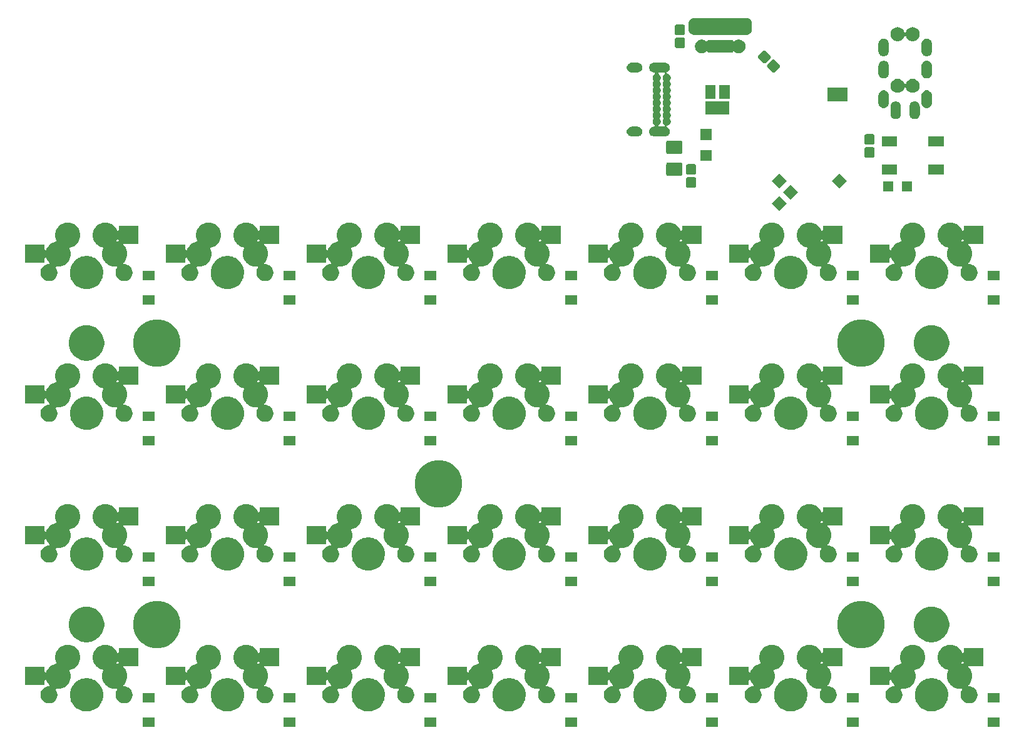
<source format=gbs>
G04 #@! TF.GenerationSoftware,KiCad,Pcbnew,5.1.5*
G04 #@! TF.CreationDate,2020-01-30T11:23:41+09:00*
G04 #@! TF.ProjectId,ergo42,6572676f-3432-42e6-9b69-6361645f7063,1.0.0-alpha*
G04 #@! TF.SameCoordinates,Original*
G04 #@! TF.FileFunction,Soldermask,Bot*
G04 #@! TF.FilePolarity,Negative*
%FSLAX46Y46*%
G04 Gerber Fmt 4.6, Leading zero omitted, Abs format (unit mm)*
G04 Created by KiCad (PCBNEW 5.1.5) date 2020-01-30 11:23:41*
%MOMM*%
%LPD*%
G04 APERTURE LIST*
%ADD10C,0.100000*%
G04 APERTURE END LIST*
D10*
G36*
X131737000Y-135142000D02*
G01*
X130137000Y-135142000D01*
X130137000Y-133842000D01*
X131737000Y-133842000D01*
X131737000Y-135142000D01*
G37*
G36*
X188887000Y-135142000D02*
G01*
X187287000Y-135142000D01*
X187287000Y-133842000D01*
X188887000Y-133842000D01*
X188887000Y-135142000D01*
G37*
G36*
X169837000Y-135142000D02*
G01*
X168237000Y-135142000D01*
X168237000Y-133842000D01*
X169837000Y-133842000D01*
X169837000Y-135142000D01*
G37*
G36*
X93637000Y-135142000D02*
G01*
X92037000Y-135142000D01*
X92037000Y-133842000D01*
X93637000Y-133842000D01*
X93637000Y-135142000D01*
G37*
G36*
X150787000Y-135142000D02*
G01*
X149187000Y-135142000D01*
X149187000Y-133842000D01*
X150787000Y-133842000D01*
X150787000Y-135142000D01*
G37*
G36*
X112687000Y-135142000D02*
G01*
X111087000Y-135142000D01*
X111087000Y-133842000D01*
X112687000Y-133842000D01*
X112687000Y-135142000D01*
G37*
G36*
X207937000Y-135142000D02*
G01*
X206337000Y-135142000D01*
X206337000Y-133842000D01*
X207937000Y-133842000D01*
X207937000Y-135142000D01*
G37*
G36*
X84893953Y-128603233D02*
G01*
X85111301Y-128646466D01*
X85399565Y-128765869D01*
X85506551Y-128810184D01*
X85520775Y-128816076D01*
X85889292Y-129062311D01*
X86202689Y-129375708D01*
X86422176Y-129704194D01*
X86448925Y-129744227D01*
X86468251Y-129790884D01*
X86610749Y-130134904D01*
X86618534Y-130153700D01*
X86705000Y-130588393D01*
X86705000Y-131031607D01*
X86618534Y-131466301D01*
X86586730Y-131543082D01*
X86468251Y-131829117D01*
X86448924Y-131875775D01*
X86202689Y-132244292D01*
X85889292Y-132557689D01*
X85520775Y-132803924D01*
X85111301Y-132973534D01*
X84893953Y-133016767D01*
X84676607Y-133060000D01*
X84233393Y-133060000D01*
X84016047Y-133016767D01*
X83798699Y-132973534D01*
X83389225Y-132803924D01*
X83020708Y-132557689D01*
X82707311Y-132244292D01*
X82461076Y-131875775D01*
X82441750Y-131829117D01*
X82323270Y-131543082D01*
X82291466Y-131466301D01*
X82205000Y-131031607D01*
X82205000Y-130588393D01*
X82291466Y-130153700D01*
X82299252Y-130134904D01*
X82441749Y-129790884D01*
X82461075Y-129744227D01*
X82487824Y-129704194D01*
X82707311Y-129375708D01*
X83020708Y-129062311D01*
X83389225Y-128816076D01*
X83403450Y-128810184D01*
X83510435Y-128765869D01*
X83798699Y-128646466D01*
X84016047Y-128603233D01*
X84233393Y-128560000D01*
X84676607Y-128560000D01*
X84893953Y-128603233D01*
G37*
G36*
X103943953Y-128603233D02*
G01*
X104161301Y-128646466D01*
X104449565Y-128765869D01*
X104556551Y-128810184D01*
X104570775Y-128816076D01*
X104939292Y-129062311D01*
X105252689Y-129375708D01*
X105472176Y-129704194D01*
X105498925Y-129744227D01*
X105518251Y-129790884D01*
X105660749Y-130134904D01*
X105668534Y-130153700D01*
X105755000Y-130588393D01*
X105755000Y-131031607D01*
X105668534Y-131466301D01*
X105636730Y-131543082D01*
X105518251Y-131829117D01*
X105498924Y-131875775D01*
X105252689Y-132244292D01*
X104939292Y-132557689D01*
X104570775Y-132803924D01*
X104161301Y-132973534D01*
X103943953Y-133016767D01*
X103726607Y-133060000D01*
X103283393Y-133060000D01*
X103066047Y-133016767D01*
X102848699Y-132973534D01*
X102439225Y-132803924D01*
X102070708Y-132557689D01*
X101757311Y-132244292D01*
X101511076Y-131875775D01*
X101491750Y-131829117D01*
X101373270Y-131543082D01*
X101341466Y-131466301D01*
X101255000Y-131031607D01*
X101255000Y-130588393D01*
X101341466Y-130153700D01*
X101349252Y-130134904D01*
X101491749Y-129790884D01*
X101511075Y-129744227D01*
X101537824Y-129704194D01*
X101757311Y-129375708D01*
X102070708Y-129062311D01*
X102439225Y-128816076D01*
X102453450Y-128810184D01*
X102560435Y-128765869D01*
X102848699Y-128646466D01*
X103066047Y-128603233D01*
X103283393Y-128560000D01*
X103726607Y-128560000D01*
X103943953Y-128603233D01*
G37*
G36*
X199193953Y-128603233D02*
G01*
X199411301Y-128646466D01*
X199699565Y-128765869D01*
X199806551Y-128810184D01*
X199820775Y-128816076D01*
X200189292Y-129062311D01*
X200502689Y-129375708D01*
X200722176Y-129704194D01*
X200748925Y-129744227D01*
X200768251Y-129790884D01*
X200910749Y-130134904D01*
X200918534Y-130153700D01*
X201005000Y-130588393D01*
X201005000Y-131031607D01*
X200961767Y-131248953D01*
X200918534Y-131466301D01*
X200886730Y-131543082D01*
X200768251Y-131829117D01*
X200748924Y-131875775D01*
X200502689Y-132244292D01*
X200189292Y-132557689D01*
X199820775Y-132803924D01*
X199411301Y-132973534D01*
X199193953Y-133016767D01*
X198976607Y-133060000D01*
X198533393Y-133060000D01*
X198316047Y-133016767D01*
X198098699Y-132973534D01*
X197689225Y-132803924D01*
X197320708Y-132557689D01*
X197007311Y-132244292D01*
X196761076Y-131875775D01*
X196741750Y-131829117D01*
X196623270Y-131543082D01*
X196591466Y-131466301D01*
X196548233Y-131248953D01*
X196505000Y-131031607D01*
X196505000Y-130588393D01*
X196591466Y-130153700D01*
X196599252Y-130134904D01*
X196741749Y-129790884D01*
X196761075Y-129744227D01*
X196787824Y-129704194D01*
X197007311Y-129375708D01*
X197320708Y-129062311D01*
X197689225Y-128816076D01*
X197703450Y-128810184D01*
X197810435Y-128765869D01*
X198098699Y-128646466D01*
X198316047Y-128603233D01*
X198533393Y-128560000D01*
X198976607Y-128560000D01*
X199193953Y-128603233D01*
G37*
G36*
X122993953Y-128603233D02*
G01*
X123211301Y-128646466D01*
X123499565Y-128765869D01*
X123606551Y-128810184D01*
X123620775Y-128816076D01*
X123989292Y-129062311D01*
X124302689Y-129375708D01*
X124522176Y-129704194D01*
X124548925Y-129744227D01*
X124568251Y-129790884D01*
X124710749Y-130134904D01*
X124718534Y-130153700D01*
X124805000Y-130588393D01*
X124805000Y-131031607D01*
X124761767Y-131248953D01*
X124718534Y-131466301D01*
X124686730Y-131543082D01*
X124568251Y-131829117D01*
X124548924Y-131875775D01*
X124302689Y-132244292D01*
X123989292Y-132557689D01*
X123620775Y-132803924D01*
X123211301Y-132973534D01*
X122993953Y-133016767D01*
X122776607Y-133060000D01*
X122333393Y-133060000D01*
X122116047Y-133016767D01*
X121898699Y-132973534D01*
X121489225Y-132803924D01*
X121120708Y-132557689D01*
X120807311Y-132244292D01*
X120561076Y-131875775D01*
X120541750Y-131829117D01*
X120423270Y-131543082D01*
X120391466Y-131466301D01*
X120305000Y-131031607D01*
X120305000Y-130588393D01*
X120391466Y-130153700D01*
X120399252Y-130134904D01*
X120541749Y-129790884D01*
X120561075Y-129744227D01*
X120587824Y-129704194D01*
X120807311Y-129375708D01*
X121120708Y-129062311D01*
X121489225Y-128816076D01*
X121503450Y-128810184D01*
X121610435Y-128765869D01*
X121898699Y-128646466D01*
X122116047Y-128603233D01*
X122333393Y-128560000D01*
X122776607Y-128560000D01*
X122993953Y-128603233D01*
G37*
G36*
X180143953Y-128603233D02*
G01*
X180361301Y-128646466D01*
X180649565Y-128765869D01*
X180756551Y-128810184D01*
X180770775Y-128816076D01*
X181139292Y-129062311D01*
X181452689Y-129375708D01*
X181672176Y-129704194D01*
X181698925Y-129744227D01*
X181718251Y-129790884D01*
X181860749Y-130134904D01*
X181868534Y-130153700D01*
X181955000Y-130588393D01*
X181955000Y-131031607D01*
X181911767Y-131248953D01*
X181868534Y-131466301D01*
X181836730Y-131543082D01*
X181718251Y-131829117D01*
X181698924Y-131875775D01*
X181452689Y-132244292D01*
X181139292Y-132557689D01*
X180770775Y-132803924D01*
X180361301Y-132973534D01*
X180143953Y-133016767D01*
X179926607Y-133060000D01*
X179483393Y-133060000D01*
X179266047Y-133016767D01*
X179048699Y-132973534D01*
X178639225Y-132803924D01*
X178270708Y-132557689D01*
X177957311Y-132244292D01*
X177711076Y-131875775D01*
X177691750Y-131829117D01*
X177573270Y-131543082D01*
X177541466Y-131466301D01*
X177498233Y-131248953D01*
X177455000Y-131031607D01*
X177455000Y-130588393D01*
X177541466Y-130153700D01*
X177549252Y-130134904D01*
X177691749Y-129790884D01*
X177711075Y-129744227D01*
X177737824Y-129704194D01*
X177957311Y-129375708D01*
X178270708Y-129062311D01*
X178639225Y-128816076D01*
X178653450Y-128810184D01*
X178760435Y-128765869D01*
X179048699Y-128646466D01*
X179266047Y-128603233D01*
X179483393Y-128560000D01*
X179926607Y-128560000D01*
X180143953Y-128603233D01*
G37*
G36*
X161093953Y-128603233D02*
G01*
X161311301Y-128646466D01*
X161599565Y-128765869D01*
X161706551Y-128810184D01*
X161720775Y-128816076D01*
X162089292Y-129062311D01*
X162402689Y-129375708D01*
X162622176Y-129704194D01*
X162648925Y-129744227D01*
X162668251Y-129790884D01*
X162810749Y-130134904D01*
X162818534Y-130153700D01*
X162905000Y-130588393D01*
X162905000Y-131031607D01*
X162861767Y-131248953D01*
X162818534Y-131466301D01*
X162786730Y-131543082D01*
X162668251Y-131829117D01*
X162648924Y-131875775D01*
X162402689Y-132244292D01*
X162089292Y-132557689D01*
X161720775Y-132803924D01*
X161311301Y-132973534D01*
X161093953Y-133016767D01*
X160876607Y-133060000D01*
X160433393Y-133060000D01*
X160216047Y-133016767D01*
X159998699Y-132973534D01*
X159589225Y-132803924D01*
X159220708Y-132557689D01*
X158907311Y-132244292D01*
X158661076Y-131875775D01*
X158641750Y-131829117D01*
X158523270Y-131543082D01*
X158491466Y-131466301D01*
X158405000Y-131031607D01*
X158405000Y-130588393D01*
X158491466Y-130153700D01*
X158499252Y-130134904D01*
X158641749Y-129790884D01*
X158661075Y-129744227D01*
X158687824Y-129704194D01*
X158907311Y-129375708D01*
X159220708Y-129062311D01*
X159589225Y-128816076D01*
X159603450Y-128810184D01*
X159710435Y-128765869D01*
X159998699Y-128646466D01*
X160216047Y-128603233D01*
X160433393Y-128560000D01*
X160876607Y-128560000D01*
X161093953Y-128603233D01*
G37*
G36*
X142043953Y-128603233D02*
G01*
X142261301Y-128646466D01*
X142549565Y-128765869D01*
X142656551Y-128810184D01*
X142670775Y-128816076D01*
X143039292Y-129062311D01*
X143352689Y-129375708D01*
X143572176Y-129704194D01*
X143598925Y-129744227D01*
X143618251Y-129790884D01*
X143760749Y-130134904D01*
X143768534Y-130153700D01*
X143855000Y-130588393D01*
X143855000Y-131031607D01*
X143811767Y-131248953D01*
X143768534Y-131466301D01*
X143736730Y-131543082D01*
X143618251Y-131829117D01*
X143598924Y-131875775D01*
X143352689Y-132244292D01*
X143039292Y-132557689D01*
X142670775Y-132803924D01*
X142261301Y-132973534D01*
X142043953Y-133016767D01*
X141826607Y-133060000D01*
X141383393Y-133060000D01*
X141166047Y-133016767D01*
X140948699Y-132973534D01*
X140539225Y-132803924D01*
X140170708Y-132557689D01*
X139857311Y-132244292D01*
X139611076Y-131875775D01*
X139591750Y-131829117D01*
X139473270Y-131543082D01*
X139441466Y-131466301D01*
X139355000Y-131031607D01*
X139355000Y-130588393D01*
X139441466Y-130153700D01*
X139449252Y-130134904D01*
X139591749Y-129790884D01*
X139611075Y-129744227D01*
X139637824Y-129704194D01*
X139857311Y-129375708D01*
X140170708Y-129062311D01*
X140539225Y-128816076D01*
X140553450Y-128810184D01*
X140660435Y-128765869D01*
X140948699Y-128646466D01*
X141166047Y-128603233D01*
X141383393Y-128560000D01*
X141826607Y-128560000D01*
X142043953Y-128603233D01*
G37*
G36*
X101296653Y-124062665D02*
G01*
X101460872Y-124095330D01*
X101770252Y-124223479D01*
X102048687Y-124409523D01*
X102285477Y-124646313D01*
X102471521Y-124924748D01*
X102599670Y-125234128D01*
X102665000Y-125562565D01*
X102665000Y-125897435D01*
X102599670Y-126225872D01*
X102471521Y-126535252D01*
X102285477Y-126813687D01*
X102048687Y-127050477D01*
X101770252Y-127236521D01*
X101460872Y-127364670D01*
X101361287Y-127384479D01*
X101332348Y-127390235D01*
X101308900Y-127397348D01*
X101287289Y-127408899D01*
X101268347Y-127424445D01*
X101252802Y-127443387D01*
X101241251Y-127464997D01*
X101234138Y-127488446D01*
X101231736Y-127512832D01*
X101234138Y-127537219D01*
X101241249Y-127560660D01*
X101329670Y-127774128D01*
X101329670Y-127774130D01*
X101395000Y-128102562D01*
X101395000Y-128437435D01*
X101329670Y-128765872D01*
X101201521Y-129075252D01*
X101015477Y-129353687D01*
X100778687Y-129590477D01*
X100500252Y-129776521D01*
X100190872Y-129904670D01*
X100026653Y-129937335D01*
X99862437Y-129970000D01*
X99527562Y-129970000D01*
X99499765Y-129964471D01*
X99475379Y-129962069D01*
X99450993Y-129964471D01*
X99427544Y-129971584D01*
X99405934Y-129983136D01*
X99386992Y-129998681D01*
X99371447Y-130017623D01*
X99359896Y-130039234D01*
X99352783Y-130062683D01*
X99350381Y-130087069D01*
X99352783Y-130111455D01*
X99359896Y-130134904D01*
X99371445Y-130156511D01*
X99444116Y-130265271D01*
X99530806Y-130474557D01*
X99575000Y-130696735D01*
X99575000Y-130923265D01*
X99530806Y-131145443D01*
X99444116Y-131354729D01*
X99318263Y-131543082D01*
X99158082Y-131703263D01*
X98969729Y-131829116D01*
X98760443Y-131915806D01*
X98612324Y-131945269D01*
X98538266Y-131960000D01*
X98311734Y-131960000D01*
X98237676Y-131945269D01*
X98089557Y-131915806D01*
X97880271Y-131829116D01*
X97691918Y-131703263D01*
X97531737Y-131543082D01*
X97405884Y-131354729D01*
X97319194Y-131145443D01*
X97275000Y-130923265D01*
X97275000Y-130696735D01*
X97319194Y-130474557D01*
X97405884Y-130265271D01*
X97531737Y-130076918D01*
X97691918Y-129916737D01*
X97880271Y-129790884D01*
X98089557Y-129704194D01*
X98237676Y-129674731D01*
X98311734Y-129660000D01*
X98379063Y-129660000D01*
X98403449Y-129657598D01*
X98426898Y-129650485D01*
X98448509Y-129638934D01*
X98467451Y-129623389D01*
X98482996Y-129604447D01*
X98494547Y-129582836D01*
X98501660Y-129559387D01*
X98504062Y-129535001D01*
X98501660Y-129510615D01*
X98494547Y-129487166D01*
X98482996Y-129465555D01*
X98467460Y-129446624D01*
X98374523Y-129353687D01*
X98188479Y-129075252D01*
X98095479Y-128850730D01*
X98083932Y-128829126D01*
X98068387Y-128810184D01*
X98049445Y-128794639D01*
X98027834Y-128783088D01*
X98004385Y-128775975D01*
X97979999Y-128773573D01*
X97955613Y-128775975D01*
X97932164Y-128783088D01*
X97910553Y-128794639D01*
X97891611Y-128810184D01*
X97876066Y-128829126D01*
X97864515Y-128850737D01*
X97857402Y-128874186D01*
X97855000Y-128898572D01*
X97855000Y-129430000D01*
X95155000Y-129430000D01*
X95155000Y-127030000D01*
X97855000Y-127030000D01*
X97855000Y-127641428D01*
X97857402Y-127665814D01*
X97864515Y-127689263D01*
X97876066Y-127710874D01*
X97891611Y-127729816D01*
X97910553Y-127745361D01*
X97932164Y-127756912D01*
X97955613Y-127764025D01*
X97979999Y-127766427D01*
X98004385Y-127764025D01*
X98027834Y-127756912D01*
X98049445Y-127745361D01*
X98068387Y-127729816D01*
X98083932Y-127710874D01*
X98095479Y-127689270D01*
X98188479Y-127464748D01*
X98374523Y-127186313D01*
X98611313Y-126949523D01*
X98889748Y-126763479D01*
X99199128Y-126635330D01*
X99327651Y-126609765D01*
X99351100Y-126602652D01*
X99372711Y-126591101D01*
X99391653Y-126575555D01*
X99407198Y-126556613D01*
X99418749Y-126535003D01*
X99425862Y-126511554D01*
X99428264Y-126487168D01*
X99425862Y-126462781D01*
X99418751Y-126439340D01*
X99330330Y-126225872D01*
X99265000Y-125897435D01*
X99265000Y-125562565D01*
X99330330Y-125234128D01*
X99458479Y-124924748D01*
X99644523Y-124646313D01*
X99881313Y-124409523D01*
X100159748Y-124223479D01*
X100469128Y-124095330D01*
X100633347Y-124062665D01*
X100797563Y-124030000D01*
X101132437Y-124030000D01*
X101296653Y-124062665D01*
G37*
G36*
X182576653Y-124062665D02*
G01*
X182740872Y-124095330D01*
X183050252Y-124223479D01*
X183328687Y-124409523D01*
X183565477Y-124646313D01*
X183751521Y-124924748D01*
X183814520Y-125076842D01*
X183826068Y-125098447D01*
X183841613Y-125117389D01*
X183860555Y-125132934D01*
X183882166Y-125144485D01*
X183905615Y-125151598D01*
X183930001Y-125154000D01*
X183954387Y-125151598D01*
X183977836Y-125144485D01*
X183999447Y-125132934D01*
X184018389Y-125117389D01*
X184033934Y-125098447D01*
X184045485Y-125076836D01*
X184052598Y-125053387D01*
X184055000Y-125029001D01*
X184055000Y-124490000D01*
X186755000Y-124490000D01*
X186755000Y-126890000D01*
X184840938Y-126890000D01*
X184816552Y-126892402D01*
X184793103Y-126899515D01*
X184771492Y-126911066D01*
X184752550Y-126926611D01*
X184737005Y-126945553D01*
X184725454Y-126967164D01*
X184718341Y-126990613D01*
X184715939Y-127014999D01*
X184718341Y-127039385D01*
X184725454Y-127062834D01*
X184737005Y-127084445D01*
X184752541Y-127103376D01*
X184835477Y-127186312D01*
X185021521Y-127464747D01*
X185149670Y-127774127D01*
X185182335Y-127938345D01*
X185215000Y-128102562D01*
X185215000Y-128437436D01*
X185190620Y-128560000D01*
X185149670Y-128765871D01*
X185021521Y-129075251D01*
X184835477Y-129353686D01*
X184742539Y-129446624D01*
X184727003Y-129465555D01*
X184715452Y-129487166D01*
X184708339Y-129510615D01*
X184705937Y-129535001D01*
X184708339Y-129559387D01*
X184715452Y-129582836D01*
X184727003Y-129604447D01*
X184742548Y-129623389D01*
X184761490Y-129638934D01*
X184783101Y-129650485D01*
X184806550Y-129657598D01*
X184830936Y-129660000D01*
X184898266Y-129660000D01*
X184972324Y-129674731D01*
X185120443Y-129704194D01*
X185329729Y-129790884D01*
X185518082Y-129916737D01*
X185678263Y-130076918D01*
X185804116Y-130265271D01*
X185890806Y-130474557D01*
X185935000Y-130696735D01*
X185935000Y-130923265D01*
X185890806Y-131145443D01*
X185804116Y-131354729D01*
X185678263Y-131543082D01*
X185518082Y-131703263D01*
X185329729Y-131829116D01*
X185120443Y-131915806D01*
X184972324Y-131945269D01*
X184898266Y-131960000D01*
X184671734Y-131960000D01*
X184597676Y-131945269D01*
X184449557Y-131915806D01*
X184240271Y-131829116D01*
X184051918Y-131703263D01*
X183891737Y-131543082D01*
X183765884Y-131354729D01*
X183679194Y-131145443D01*
X183635000Y-130923265D01*
X183635000Y-130696735D01*
X183679194Y-130474557D01*
X183765884Y-130265271D01*
X183765884Y-130265270D01*
X183838554Y-130156511D01*
X183850105Y-130134901D01*
X183857218Y-130111452D01*
X183859620Y-130087066D01*
X183857218Y-130062679D01*
X183850105Y-130039231D01*
X183838554Y-130017620D01*
X183823008Y-129998678D01*
X183804066Y-129983133D01*
X183782456Y-129971582D01*
X183759007Y-129964469D01*
X183734621Y-129962067D01*
X183710239Y-129964468D01*
X183682435Y-129969999D01*
X183347563Y-129969999D01*
X183183346Y-129937334D01*
X183019128Y-129904669D01*
X182709748Y-129776520D01*
X182431313Y-129590476D01*
X182194523Y-129353686D01*
X182008479Y-129075251D01*
X181880330Y-128765871D01*
X181839380Y-128560000D01*
X181815000Y-128437436D01*
X181815000Y-128102562D01*
X181847665Y-127938345D01*
X181880330Y-127774127D01*
X181968752Y-127560656D01*
X181975862Y-127537218D01*
X181978264Y-127512832D01*
X181975862Y-127488446D01*
X181968749Y-127464997D01*
X181957198Y-127443386D01*
X181941653Y-127424444D01*
X181922711Y-127408899D01*
X181901100Y-127397348D01*
X181877652Y-127390235D01*
X181848713Y-127384479D01*
X181749128Y-127364670D01*
X181439748Y-127236521D01*
X181161313Y-127050477D01*
X180924523Y-126813687D01*
X180738479Y-126535252D01*
X180718562Y-126487166D01*
X183781736Y-126487166D01*
X183784138Y-126511552D01*
X183791251Y-126535001D01*
X183802802Y-126556612D01*
X183818347Y-126575554D01*
X183837289Y-126591099D01*
X183858899Y-126602651D01*
X183882348Y-126609764D01*
X183905614Y-126614392D01*
X183930000Y-126616794D01*
X183954387Y-126614392D01*
X183977836Y-126607279D01*
X183999446Y-126595728D01*
X184018388Y-126580183D01*
X184033934Y-126561241D01*
X184045485Y-126539631D01*
X184052598Y-126516182D01*
X184055000Y-126491795D01*
X184055000Y-126430999D01*
X184052598Y-126406613D01*
X184045485Y-126383164D01*
X184033934Y-126361553D01*
X184018389Y-126342611D01*
X183999447Y-126327066D01*
X183977836Y-126315515D01*
X183954387Y-126308402D01*
X183930001Y-126306000D01*
X183905615Y-126308402D01*
X183882166Y-126315515D01*
X183860555Y-126327066D01*
X183841613Y-126342611D01*
X183826068Y-126361553D01*
X183814522Y-126383154D01*
X183791246Y-126439346D01*
X183784138Y-126462780D01*
X183781736Y-126487166D01*
X180718562Y-126487166D01*
X180610330Y-126225872D01*
X180545000Y-125897435D01*
X180545000Y-125562565D01*
X180610330Y-125234128D01*
X180738479Y-124924748D01*
X180924523Y-124646313D01*
X181161313Y-124409523D01*
X181439748Y-124223479D01*
X181749128Y-124095330D01*
X181913347Y-124062665D01*
X182077563Y-124030000D01*
X182412437Y-124030000D01*
X182576653Y-124062665D01*
G37*
G36*
X177496653Y-124062665D02*
G01*
X177660872Y-124095330D01*
X177970252Y-124223479D01*
X178248687Y-124409523D01*
X178485477Y-124646313D01*
X178671521Y-124924748D01*
X178799670Y-125234128D01*
X178865000Y-125562565D01*
X178865000Y-125897435D01*
X178799670Y-126225872D01*
X178671521Y-126535252D01*
X178485477Y-126813687D01*
X178248687Y-127050477D01*
X177970252Y-127236521D01*
X177660872Y-127364670D01*
X177561287Y-127384479D01*
X177532348Y-127390235D01*
X177508900Y-127397348D01*
X177487289Y-127408899D01*
X177468347Y-127424445D01*
X177452802Y-127443387D01*
X177441251Y-127464997D01*
X177434138Y-127488446D01*
X177431736Y-127512832D01*
X177434138Y-127537219D01*
X177441249Y-127560660D01*
X177529670Y-127774128D01*
X177529670Y-127774130D01*
X177595000Y-128102562D01*
X177595000Y-128437435D01*
X177529670Y-128765872D01*
X177401521Y-129075252D01*
X177215477Y-129353687D01*
X176978687Y-129590477D01*
X176700252Y-129776521D01*
X176390872Y-129904670D01*
X176226653Y-129937335D01*
X176062437Y-129970000D01*
X175727562Y-129970000D01*
X175699765Y-129964471D01*
X175675379Y-129962069D01*
X175650993Y-129964471D01*
X175627544Y-129971584D01*
X175605934Y-129983136D01*
X175586992Y-129998681D01*
X175571447Y-130017623D01*
X175559896Y-130039234D01*
X175552783Y-130062683D01*
X175550381Y-130087069D01*
X175552783Y-130111455D01*
X175559896Y-130134904D01*
X175571445Y-130156511D01*
X175644116Y-130265271D01*
X175730806Y-130474557D01*
X175775000Y-130696735D01*
X175775000Y-130923265D01*
X175730806Y-131145443D01*
X175644116Y-131354729D01*
X175518263Y-131543082D01*
X175358082Y-131703263D01*
X175169729Y-131829116D01*
X174960443Y-131915806D01*
X174812324Y-131945269D01*
X174738266Y-131960000D01*
X174511734Y-131960000D01*
X174437676Y-131945269D01*
X174289557Y-131915806D01*
X174080271Y-131829116D01*
X173891918Y-131703263D01*
X173731737Y-131543082D01*
X173605884Y-131354729D01*
X173519194Y-131145443D01*
X173475000Y-130923265D01*
X173475000Y-130696735D01*
X173519194Y-130474557D01*
X173605884Y-130265271D01*
X173731737Y-130076918D01*
X173891918Y-129916737D01*
X174080271Y-129790884D01*
X174289557Y-129704194D01*
X174437676Y-129674731D01*
X174511734Y-129660000D01*
X174579063Y-129660000D01*
X174603449Y-129657598D01*
X174626898Y-129650485D01*
X174648509Y-129638934D01*
X174667451Y-129623389D01*
X174682996Y-129604447D01*
X174694547Y-129582836D01*
X174701660Y-129559387D01*
X174704062Y-129535001D01*
X174701660Y-129510615D01*
X174694547Y-129487166D01*
X174682996Y-129465555D01*
X174667460Y-129446624D01*
X174574523Y-129353687D01*
X174388479Y-129075252D01*
X174295479Y-128850730D01*
X174283932Y-128829126D01*
X174268387Y-128810184D01*
X174249445Y-128794639D01*
X174227834Y-128783088D01*
X174204385Y-128775975D01*
X174179999Y-128773573D01*
X174155613Y-128775975D01*
X174132164Y-128783088D01*
X174110553Y-128794639D01*
X174091611Y-128810184D01*
X174076066Y-128829126D01*
X174064515Y-128850737D01*
X174057402Y-128874186D01*
X174055000Y-128898572D01*
X174055000Y-129430000D01*
X171355000Y-129430000D01*
X171355000Y-127030000D01*
X174055000Y-127030000D01*
X174055000Y-127641428D01*
X174057402Y-127665814D01*
X174064515Y-127689263D01*
X174076066Y-127710874D01*
X174091611Y-127729816D01*
X174110553Y-127745361D01*
X174132164Y-127756912D01*
X174155613Y-127764025D01*
X174179999Y-127766427D01*
X174204385Y-127764025D01*
X174227834Y-127756912D01*
X174249445Y-127745361D01*
X174268387Y-127729816D01*
X174283932Y-127710874D01*
X174295479Y-127689270D01*
X174388479Y-127464748D01*
X174574523Y-127186313D01*
X174811313Y-126949523D01*
X175089748Y-126763479D01*
X175399128Y-126635330D01*
X175527651Y-126609765D01*
X175551100Y-126602652D01*
X175572711Y-126591101D01*
X175591653Y-126575555D01*
X175607198Y-126556613D01*
X175618749Y-126535003D01*
X175625862Y-126511554D01*
X175628264Y-126487168D01*
X175625862Y-126462781D01*
X175618751Y-126439340D01*
X175530330Y-126225872D01*
X175465000Y-125897435D01*
X175465000Y-125562565D01*
X175530330Y-125234128D01*
X175658479Y-124924748D01*
X175844523Y-124646313D01*
X176081313Y-124409523D01*
X176359748Y-124223479D01*
X176669128Y-124095330D01*
X176833347Y-124062665D01*
X176997563Y-124030000D01*
X177332437Y-124030000D01*
X177496653Y-124062665D01*
G37*
G36*
X139396653Y-124062665D02*
G01*
X139560872Y-124095330D01*
X139870252Y-124223479D01*
X140148687Y-124409523D01*
X140385477Y-124646313D01*
X140571521Y-124924748D01*
X140699670Y-125234128D01*
X140765000Y-125562565D01*
X140765000Y-125897435D01*
X140699670Y-126225872D01*
X140571521Y-126535252D01*
X140385477Y-126813687D01*
X140148687Y-127050477D01*
X139870252Y-127236521D01*
X139560872Y-127364670D01*
X139461287Y-127384479D01*
X139432348Y-127390235D01*
X139408900Y-127397348D01*
X139387289Y-127408899D01*
X139368347Y-127424445D01*
X139352802Y-127443387D01*
X139341251Y-127464997D01*
X139334138Y-127488446D01*
X139331736Y-127512832D01*
X139334138Y-127537219D01*
X139341249Y-127560660D01*
X139429670Y-127774128D01*
X139429670Y-127774130D01*
X139495000Y-128102562D01*
X139495000Y-128437435D01*
X139429670Y-128765872D01*
X139301521Y-129075252D01*
X139115477Y-129353687D01*
X138878687Y-129590477D01*
X138600252Y-129776521D01*
X138290872Y-129904670D01*
X138126653Y-129937335D01*
X137962437Y-129970000D01*
X137627562Y-129970000D01*
X137599765Y-129964471D01*
X137575379Y-129962069D01*
X137550993Y-129964471D01*
X137527544Y-129971584D01*
X137505934Y-129983136D01*
X137486992Y-129998681D01*
X137471447Y-130017623D01*
X137459896Y-130039234D01*
X137452783Y-130062683D01*
X137450381Y-130087069D01*
X137452783Y-130111455D01*
X137459896Y-130134904D01*
X137471445Y-130156511D01*
X137544116Y-130265271D01*
X137630806Y-130474557D01*
X137675000Y-130696735D01*
X137675000Y-130923265D01*
X137630806Y-131145443D01*
X137544116Y-131354729D01*
X137418263Y-131543082D01*
X137258082Y-131703263D01*
X137069729Y-131829116D01*
X136860443Y-131915806D01*
X136712324Y-131945269D01*
X136638266Y-131960000D01*
X136411734Y-131960000D01*
X136337676Y-131945269D01*
X136189557Y-131915806D01*
X135980271Y-131829116D01*
X135791918Y-131703263D01*
X135631737Y-131543082D01*
X135505884Y-131354729D01*
X135419194Y-131145443D01*
X135375000Y-130923265D01*
X135375000Y-130696735D01*
X135419194Y-130474557D01*
X135505884Y-130265271D01*
X135631737Y-130076918D01*
X135791918Y-129916737D01*
X135980271Y-129790884D01*
X136189557Y-129704194D01*
X136337676Y-129674731D01*
X136411734Y-129660000D01*
X136479063Y-129660000D01*
X136503449Y-129657598D01*
X136526898Y-129650485D01*
X136548509Y-129638934D01*
X136567451Y-129623389D01*
X136582996Y-129604447D01*
X136594547Y-129582836D01*
X136601660Y-129559387D01*
X136604062Y-129535001D01*
X136601660Y-129510615D01*
X136594547Y-129487166D01*
X136582996Y-129465555D01*
X136567460Y-129446624D01*
X136474523Y-129353687D01*
X136288479Y-129075252D01*
X136195479Y-128850730D01*
X136183932Y-128829126D01*
X136168387Y-128810184D01*
X136149445Y-128794639D01*
X136127834Y-128783088D01*
X136104385Y-128775975D01*
X136079999Y-128773573D01*
X136055613Y-128775975D01*
X136032164Y-128783088D01*
X136010553Y-128794639D01*
X135991611Y-128810184D01*
X135976066Y-128829126D01*
X135964515Y-128850737D01*
X135957402Y-128874186D01*
X135955000Y-128898572D01*
X135955000Y-129430000D01*
X133255000Y-129430000D01*
X133255000Y-127030000D01*
X135955000Y-127030000D01*
X135955000Y-127641428D01*
X135957402Y-127665814D01*
X135964515Y-127689263D01*
X135976066Y-127710874D01*
X135991611Y-127729816D01*
X136010553Y-127745361D01*
X136032164Y-127756912D01*
X136055613Y-127764025D01*
X136079999Y-127766427D01*
X136104385Y-127764025D01*
X136127834Y-127756912D01*
X136149445Y-127745361D01*
X136168387Y-127729816D01*
X136183932Y-127710874D01*
X136195479Y-127689270D01*
X136288479Y-127464748D01*
X136474523Y-127186313D01*
X136711313Y-126949523D01*
X136989748Y-126763479D01*
X137299128Y-126635330D01*
X137427651Y-126609765D01*
X137451100Y-126602652D01*
X137472711Y-126591101D01*
X137491653Y-126575555D01*
X137507198Y-126556613D01*
X137518749Y-126535003D01*
X137525862Y-126511554D01*
X137528264Y-126487168D01*
X137525862Y-126462781D01*
X137518751Y-126439340D01*
X137430330Y-126225872D01*
X137365000Y-125897435D01*
X137365000Y-125562565D01*
X137430330Y-125234128D01*
X137558479Y-124924748D01*
X137744523Y-124646313D01*
X137981313Y-124409523D01*
X138259748Y-124223479D01*
X138569128Y-124095330D01*
X138733347Y-124062665D01*
X138897563Y-124030000D01*
X139232437Y-124030000D01*
X139396653Y-124062665D01*
G37*
G36*
X87326653Y-124062665D02*
G01*
X87490872Y-124095330D01*
X87800252Y-124223479D01*
X88078687Y-124409523D01*
X88315477Y-124646313D01*
X88501521Y-124924748D01*
X88564520Y-125076842D01*
X88576068Y-125098447D01*
X88591613Y-125117389D01*
X88610555Y-125132934D01*
X88632166Y-125144485D01*
X88655615Y-125151598D01*
X88680001Y-125154000D01*
X88704387Y-125151598D01*
X88727836Y-125144485D01*
X88749447Y-125132934D01*
X88768389Y-125117389D01*
X88783934Y-125098447D01*
X88795485Y-125076836D01*
X88802598Y-125053387D01*
X88805000Y-125029001D01*
X88805000Y-124490000D01*
X91505000Y-124490000D01*
X91505000Y-126890000D01*
X89590938Y-126890000D01*
X89566552Y-126892402D01*
X89543103Y-126899515D01*
X89521492Y-126911066D01*
X89502550Y-126926611D01*
X89487005Y-126945553D01*
X89475454Y-126967164D01*
X89468341Y-126990613D01*
X89465939Y-127014999D01*
X89468341Y-127039385D01*
X89475454Y-127062834D01*
X89487005Y-127084445D01*
X89502541Y-127103376D01*
X89585477Y-127186312D01*
X89771521Y-127464747D01*
X89899670Y-127774127D01*
X89932335Y-127938345D01*
X89965000Y-128102562D01*
X89965000Y-128437436D01*
X89940620Y-128560000D01*
X89899670Y-128765871D01*
X89771521Y-129075251D01*
X89585477Y-129353686D01*
X89492539Y-129446624D01*
X89477003Y-129465555D01*
X89465452Y-129487166D01*
X89458339Y-129510615D01*
X89455937Y-129535001D01*
X89458339Y-129559387D01*
X89465452Y-129582836D01*
X89477003Y-129604447D01*
X89492548Y-129623389D01*
X89511490Y-129638934D01*
X89533101Y-129650485D01*
X89556550Y-129657598D01*
X89580936Y-129660000D01*
X89648266Y-129660000D01*
X89722324Y-129674731D01*
X89870443Y-129704194D01*
X90079729Y-129790884D01*
X90268082Y-129916737D01*
X90428263Y-130076918D01*
X90554116Y-130265271D01*
X90640806Y-130474557D01*
X90685000Y-130696735D01*
X90685000Y-130923265D01*
X90640806Y-131145443D01*
X90554116Y-131354729D01*
X90428263Y-131543082D01*
X90268082Y-131703263D01*
X90079729Y-131829116D01*
X89870443Y-131915806D01*
X89722324Y-131945269D01*
X89648266Y-131960000D01*
X89421734Y-131960000D01*
X89347676Y-131945269D01*
X89199557Y-131915806D01*
X88990271Y-131829116D01*
X88801918Y-131703263D01*
X88641737Y-131543082D01*
X88515884Y-131354729D01*
X88429194Y-131145443D01*
X88385000Y-130923265D01*
X88385000Y-130696735D01*
X88429194Y-130474557D01*
X88515884Y-130265271D01*
X88515884Y-130265270D01*
X88588554Y-130156511D01*
X88600105Y-130134901D01*
X88607218Y-130111452D01*
X88609620Y-130087066D01*
X88607218Y-130062679D01*
X88600105Y-130039231D01*
X88588554Y-130017620D01*
X88573008Y-129998678D01*
X88554066Y-129983133D01*
X88532456Y-129971582D01*
X88509007Y-129964469D01*
X88484621Y-129962067D01*
X88460239Y-129964468D01*
X88432435Y-129969999D01*
X88097563Y-129969999D01*
X87933346Y-129937334D01*
X87769128Y-129904669D01*
X87459748Y-129776520D01*
X87181313Y-129590476D01*
X86944523Y-129353686D01*
X86758479Y-129075251D01*
X86630330Y-128765871D01*
X86589380Y-128560000D01*
X86565000Y-128437436D01*
X86565000Y-128102562D01*
X86597665Y-127938345D01*
X86630330Y-127774127D01*
X86718752Y-127560656D01*
X86725862Y-127537218D01*
X86728264Y-127512832D01*
X86725862Y-127488446D01*
X86718749Y-127464997D01*
X86707198Y-127443386D01*
X86691653Y-127424444D01*
X86672711Y-127408899D01*
X86651100Y-127397348D01*
X86627652Y-127390235D01*
X86598713Y-127384479D01*
X86499128Y-127364670D01*
X86189748Y-127236521D01*
X85911313Y-127050477D01*
X85674523Y-126813687D01*
X85488479Y-126535252D01*
X85468562Y-126487166D01*
X88531736Y-126487166D01*
X88534138Y-126511552D01*
X88541251Y-126535001D01*
X88552802Y-126556612D01*
X88568347Y-126575554D01*
X88587289Y-126591099D01*
X88608899Y-126602651D01*
X88632348Y-126609764D01*
X88655614Y-126614392D01*
X88680000Y-126616794D01*
X88704387Y-126614392D01*
X88727836Y-126607279D01*
X88749446Y-126595728D01*
X88768388Y-126580183D01*
X88783934Y-126561241D01*
X88795485Y-126539631D01*
X88802598Y-126516182D01*
X88805000Y-126491795D01*
X88805000Y-126430999D01*
X88802598Y-126406613D01*
X88795485Y-126383164D01*
X88783934Y-126361553D01*
X88768389Y-126342611D01*
X88749447Y-126327066D01*
X88727836Y-126315515D01*
X88704387Y-126308402D01*
X88680001Y-126306000D01*
X88655615Y-126308402D01*
X88632166Y-126315515D01*
X88610555Y-126327066D01*
X88591613Y-126342611D01*
X88576068Y-126361553D01*
X88564522Y-126383154D01*
X88541246Y-126439346D01*
X88534138Y-126462780D01*
X88531736Y-126487166D01*
X85468562Y-126487166D01*
X85360330Y-126225872D01*
X85295000Y-125897435D01*
X85295000Y-125562565D01*
X85360330Y-125234128D01*
X85488479Y-124924748D01*
X85674523Y-124646313D01*
X85911313Y-124409523D01*
X86189748Y-124223479D01*
X86499128Y-124095330D01*
X86663347Y-124062665D01*
X86827563Y-124030000D01*
X87162437Y-124030000D01*
X87326653Y-124062665D01*
G37*
G36*
X144476653Y-124062665D02*
G01*
X144640872Y-124095330D01*
X144950252Y-124223479D01*
X145228687Y-124409523D01*
X145465477Y-124646313D01*
X145651521Y-124924748D01*
X145714520Y-125076842D01*
X145726068Y-125098447D01*
X145741613Y-125117389D01*
X145760555Y-125132934D01*
X145782166Y-125144485D01*
X145805615Y-125151598D01*
X145830001Y-125154000D01*
X145854387Y-125151598D01*
X145877836Y-125144485D01*
X145899447Y-125132934D01*
X145918389Y-125117389D01*
X145933934Y-125098447D01*
X145945485Y-125076836D01*
X145952598Y-125053387D01*
X145955000Y-125029001D01*
X145955000Y-124490000D01*
X148655000Y-124490000D01*
X148655000Y-126890000D01*
X146740938Y-126890000D01*
X146716552Y-126892402D01*
X146693103Y-126899515D01*
X146671492Y-126911066D01*
X146652550Y-126926611D01*
X146637005Y-126945553D01*
X146625454Y-126967164D01*
X146618341Y-126990613D01*
X146615939Y-127014999D01*
X146618341Y-127039385D01*
X146625454Y-127062834D01*
X146637005Y-127084445D01*
X146652541Y-127103376D01*
X146735477Y-127186312D01*
X146921521Y-127464747D01*
X147049670Y-127774127D01*
X147082335Y-127938345D01*
X147115000Y-128102562D01*
X147115000Y-128437436D01*
X147090620Y-128560000D01*
X147049670Y-128765871D01*
X146921521Y-129075251D01*
X146735477Y-129353686D01*
X146642539Y-129446624D01*
X146627003Y-129465555D01*
X146615452Y-129487166D01*
X146608339Y-129510615D01*
X146605937Y-129535001D01*
X146608339Y-129559387D01*
X146615452Y-129582836D01*
X146627003Y-129604447D01*
X146642548Y-129623389D01*
X146661490Y-129638934D01*
X146683101Y-129650485D01*
X146706550Y-129657598D01*
X146730936Y-129660000D01*
X146798266Y-129660000D01*
X146872324Y-129674731D01*
X147020443Y-129704194D01*
X147229729Y-129790884D01*
X147418082Y-129916737D01*
X147578263Y-130076918D01*
X147704116Y-130265271D01*
X147790806Y-130474557D01*
X147835000Y-130696735D01*
X147835000Y-130923265D01*
X147790806Y-131145443D01*
X147704116Y-131354729D01*
X147578263Y-131543082D01*
X147418082Y-131703263D01*
X147229729Y-131829116D01*
X147020443Y-131915806D01*
X146872324Y-131945269D01*
X146798266Y-131960000D01*
X146571734Y-131960000D01*
X146497676Y-131945269D01*
X146349557Y-131915806D01*
X146140271Y-131829116D01*
X145951918Y-131703263D01*
X145791737Y-131543082D01*
X145665884Y-131354729D01*
X145579194Y-131145443D01*
X145535000Y-130923265D01*
X145535000Y-130696735D01*
X145579194Y-130474557D01*
X145665884Y-130265271D01*
X145665884Y-130265270D01*
X145738554Y-130156511D01*
X145750105Y-130134901D01*
X145757218Y-130111452D01*
X145759620Y-130087066D01*
X145757218Y-130062679D01*
X145750105Y-130039231D01*
X145738554Y-130017620D01*
X145723008Y-129998678D01*
X145704066Y-129983133D01*
X145682456Y-129971582D01*
X145659007Y-129964469D01*
X145634621Y-129962067D01*
X145610239Y-129964468D01*
X145582435Y-129969999D01*
X145247563Y-129969999D01*
X145083346Y-129937334D01*
X144919128Y-129904669D01*
X144609748Y-129776520D01*
X144331313Y-129590476D01*
X144094523Y-129353686D01*
X143908479Y-129075251D01*
X143780330Y-128765871D01*
X143739380Y-128560000D01*
X143715000Y-128437436D01*
X143715000Y-128102562D01*
X143747665Y-127938345D01*
X143780330Y-127774127D01*
X143868752Y-127560656D01*
X143875862Y-127537218D01*
X143878264Y-127512832D01*
X143875862Y-127488446D01*
X143868749Y-127464997D01*
X143857198Y-127443386D01*
X143841653Y-127424444D01*
X143822711Y-127408899D01*
X143801100Y-127397348D01*
X143777652Y-127390235D01*
X143748713Y-127384479D01*
X143649128Y-127364670D01*
X143339748Y-127236521D01*
X143061313Y-127050477D01*
X142824523Y-126813687D01*
X142638479Y-126535252D01*
X142618562Y-126487166D01*
X145681736Y-126487166D01*
X145684138Y-126511552D01*
X145691251Y-126535001D01*
X145702802Y-126556612D01*
X145718347Y-126575554D01*
X145737289Y-126591099D01*
X145758899Y-126602651D01*
X145782348Y-126609764D01*
X145805614Y-126614392D01*
X145830000Y-126616794D01*
X145854387Y-126614392D01*
X145877836Y-126607279D01*
X145899446Y-126595728D01*
X145918388Y-126580183D01*
X145933934Y-126561241D01*
X145945485Y-126539631D01*
X145952598Y-126516182D01*
X145955000Y-126491795D01*
X145955000Y-126430999D01*
X145952598Y-126406613D01*
X145945485Y-126383164D01*
X145933934Y-126361553D01*
X145918389Y-126342611D01*
X145899447Y-126327066D01*
X145877836Y-126315515D01*
X145854387Y-126308402D01*
X145830001Y-126306000D01*
X145805615Y-126308402D01*
X145782166Y-126315515D01*
X145760555Y-126327066D01*
X145741613Y-126342611D01*
X145726068Y-126361553D01*
X145714522Y-126383154D01*
X145691246Y-126439346D01*
X145684138Y-126462780D01*
X145681736Y-126487166D01*
X142618562Y-126487166D01*
X142510330Y-126225872D01*
X142445000Y-125897435D01*
X142445000Y-125562565D01*
X142510330Y-125234128D01*
X142638479Y-124924748D01*
X142824523Y-124646313D01*
X143061313Y-124409523D01*
X143339748Y-124223479D01*
X143649128Y-124095330D01*
X143813347Y-124062665D01*
X143977563Y-124030000D01*
X144312437Y-124030000D01*
X144476653Y-124062665D01*
G37*
G36*
X158446653Y-124062665D02*
G01*
X158610872Y-124095330D01*
X158920252Y-124223479D01*
X159198687Y-124409523D01*
X159435477Y-124646313D01*
X159621521Y-124924748D01*
X159749670Y-125234128D01*
X159815000Y-125562565D01*
X159815000Y-125897435D01*
X159749670Y-126225872D01*
X159621521Y-126535252D01*
X159435477Y-126813687D01*
X159198687Y-127050477D01*
X158920252Y-127236521D01*
X158610872Y-127364670D01*
X158511287Y-127384479D01*
X158482348Y-127390235D01*
X158458900Y-127397348D01*
X158437289Y-127408899D01*
X158418347Y-127424445D01*
X158402802Y-127443387D01*
X158391251Y-127464997D01*
X158384138Y-127488446D01*
X158381736Y-127512832D01*
X158384138Y-127537219D01*
X158391249Y-127560660D01*
X158479670Y-127774128D01*
X158479670Y-127774130D01*
X158545000Y-128102562D01*
X158545000Y-128437435D01*
X158479670Y-128765872D01*
X158351521Y-129075252D01*
X158165477Y-129353687D01*
X157928687Y-129590477D01*
X157650252Y-129776521D01*
X157340872Y-129904670D01*
X157176653Y-129937335D01*
X157012437Y-129970000D01*
X156677562Y-129970000D01*
X156649765Y-129964471D01*
X156625379Y-129962069D01*
X156600993Y-129964471D01*
X156577544Y-129971584D01*
X156555934Y-129983136D01*
X156536992Y-129998681D01*
X156521447Y-130017623D01*
X156509896Y-130039234D01*
X156502783Y-130062683D01*
X156500381Y-130087069D01*
X156502783Y-130111455D01*
X156509896Y-130134904D01*
X156521445Y-130156511D01*
X156594116Y-130265271D01*
X156680806Y-130474557D01*
X156725000Y-130696735D01*
X156725000Y-130923265D01*
X156680806Y-131145443D01*
X156594116Y-131354729D01*
X156468263Y-131543082D01*
X156308082Y-131703263D01*
X156119729Y-131829116D01*
X155910443Y-131915806D01*
X155762324Y-131945269D01*
X155688266Y-131960000D01*
X155461734Y-131960000D01*
X155387676Y-131945269D01*
X155239557Y-131915806D01*
X155030271Y-131829116D01*
X154841918Y-131703263D01*
X154681737Y-131543082D01*
X154555884Y-131354729D01*
X154469194Y-131145443D01*
X154425000Y-130923265D01*
X154425000Y-130696735D01*
X154469194Y-130474557D01*
X154555884Y-130265271D01*
X154681737Y-130076918D01*
X154841918Y-129916737D01*
X155030271Y-129790884D01*
X155239557Y-129704194D01*
X155387676Y-129674731D01*
X155461734Y-129660000D01*
X155529063Y-129660000D01*
X155553449Y-129657598D01*
X155576898Y-129650485D01*
X155598509Y-129638934D01*
X155617451Y-129623389D01*
X155632996Y-129604447D01*
X155644547Y-129582836D01*
X155651660Y-129559387D01*
X155654062Y-129535001D01*
X155651660Y-129510615D01*
X155644547Y-129487166D01*
X155632996Y-129465555D01*
X155617460Y-129446624D01*
X155524523Y-129353687D01*
X155338479Y-129075252D01*
X155245479Y-128850730D01*
X155233932Y-128829126D01*
X155218387Y-128810184D01*
X155199445Y-128794639D01*
X155177834Y-128783088D01*
X155154385Y-128775975D01*
X155129999Y-128773573D01*
X155105613Y-128775975D01*
X155082164Y-128783088D01*
X155060553Y-128794639D01*
X155041611Y-128810184D01*
X155026066Y-128829126D01*
X155014515Y-128850737D01*
X155007402Y-128874186D01*
X155005000Y-128898572D01*
X155005000Y-129430000D01*
X152305000Y-129430000D01*
X152305000Y-127030000D01*
X155005000Y-127030000D01*
X155005000Y-127641428D01*
X155007402Y-127665814D01*
X155014515Y-127689263D01*
X155026066Y-127710874D01*
X155041611Y-127729816D01*
X155060553Y-127745361D01*
X155082164Y-127756912D01*
X155105613Y-127764025D01*
X155129999Y-127766427D01*
X155154385Y-127764025D01*
X155177834Y-127756912D01*
X155199445Y-127745361D01*
X155218387Y-127729816D01*
X155233932Y-127710874D01*
X155245479Y-127689270D01*
X155338479Y-127464748D01*
X155524523Y-127186313D01*
X155761313Y-126949523D01*
X156039748Y-126763479D01*
X156349128Y-126635330D01*
X156477651Y-126609765D01*
X156501100Y-126602652D01*
X156522711Y-126591101D01*
X156541653Y-126575555D01*
X156557198Y-126556613D01*
X156568749Y-126535003D01*
X156575862Y-126511554D01*
X156578264Y-126487168D01*
X156575862Y-126462781D01*
X156568751Y-126439340D01*
X156480330Y-126225872D01*
X156415000Y-125897435D01*
X156415000Y-125562565D01*
X156480330Y-125234128D01*
X156608479Y-124924748D01*
X156794523Y-124646313D01*
X157031313Y-124409523D01*
X157309748Y-124223479D01*
X157619128Y-124095330D01*
X157783347Y-124062665D01*
X157947563Y-124030000D01*
X158282437Y-124030000D01*
X158446653Y-124062665D01*
G37*
G36*
X125426653Y-124062665D02*
G01*
X125590872Y-124095330D01*
X125900252Y-124223479D01*
X126178687Y-124409523D01*
X126415477Y-124646313D01*
X126601521Y-124924748D01*
X126664520Y-125076842D01*
X126676068Y-125098447D01*
X126691613Y-125117389D01*
X126710555Y-125132934D01*
X126732166Y-125144485D01*
X126755615Y-125151598D01*
X126780001Y-125154000D01*
X126804387Y-125151598D01*
X126827836Y-125144485D01*
X126849447Y-125132934D01*
X126868389Y-125117389D01*
X126883934Y-125098447D01*
X126895485Y-125076836D01*
X126902598Y-125053387D01*
X126905000Y-125029001D01*
X126905000Y-124490000D01*
X129605000Y-124490000D01*
X129605000Y-126890000D01*
X127690938Y-126890000D01*
X127666552Y-126892402D01*
X127643103Y-126899515D01*
X127621492Y-126911066D01*
X127602550Y-126926611D01*
X127587005Y-126945553D01*
X127575454Y-126967164D01*
X127568341Y-126990613D01*
X127565939Y-127014999D01*
X127568341Y-127039385D01*
X127575454Y-127062834D01*
X127587005Y-127084445D01*
X127602541Y-127103376D01*
X127685477Y-127186312D01*
X127871521Y-127464747D01*
X127999670Y-127774127D01*
X128032335Y-127938345D01*
X128065000Y-128102562D01*
X128065000Y-128437436D01*
X128040620Y-128560000D01*
X127999670Y-128765871D01*
X127871521Y-129075251D01*
X127685477Y-129353686D01*
X127592539Y-129446624D01*
X127577003Y-129465555D01*
X127565452Y-129487166D01*
X127558339Y-129510615D01*
X127555937Y-129535001D01*
X127558339Y-129559387D01*
X127565452Y-129582836D01*
X127577003Y-129604447D01*
X127592548Y-129623389D01*
X127611490Y-129638934D01*
X127633101Y-129650485D01*
X127656550Y-129657598D01*
X127680936Y-129660000D01*
X127748266Y-129660000D01*
X127822324Y-129674731D01*
X127970443Y-129704194D01*
X128179729Y-129790884D01*
X128368082Y-129916737D01*
X128528263Y-130076918D01*
X128654116Y-130265271D01*
X128740806Y-130474557D01*
X128785000Y-130696735D01*
X128785000Y-130923265D01*
X128740806Y-131145443D01*
X128654116Y-131354729D01*
X128528263Y-131543082D01*
X128368082Y-131703263D01*
X128179729Y-131829116D01*
X127970443Y-131915806D01*
X127822324Y-131945269D01*
X127748266Y-131960000D01*
X127521734Y-131960000D01*
X127447676Y-131945269D01*
X127299557Y-131915806D01*
X127090271Y-131829116D01*
X126901918Y-131703263D01*
X126741737Y-131543082D01*
X126615884Y-131354729D01*
X126529194Y-131145443D01*
X126485000Y-130923265D01*
X126485000Y-130696735D01*
X126529194Y-130474557D01*
X126615884Y-130265271D01*
X126615884Y-130265270D01*
X126688554Y-130156511D01*
X126700105Y-130134901D01*
X126707218Y-130111452D01*
X126709620Y-130087066D01*
X126707218Y-130062679D01*
X126700105Y-130039231D01*
X126688554Y-130017620D01*
X126673008Y-129998678D01*
X126654066Y-129983133D01*
X126632456Y-129971582D01*
X126609007Y-129964469D01*
X126584621Y-129962067D01*
X126560239Y-129964468D01*
X126532435Y-129969999D01*
X126197563Y-129969999D01*
X126033346Y-129937334D01*
X125869128Y-129904669D01*
X125559748Y-129776520D01*
X125281313Y-129590476D01*
X125044523Y-129353686D01*
X124858479Y-129075251D01*
X124730330Y-128765871D01*
X124689380Y-128560000D01*
X124665000Y-128437436D01*
X124665000Y-128102562D01*
X124697665Y-127938345D01*
X124730330Y-127774127D01*
X124818752Y-127560656D01*
X124825862Y-127537218D01*
X124828264Y-127512832D01*
X124825862Y-127488446D01*
X124818749Y-127464997D01*
X124807198Y-127443386D01*
X124791653Y-127424444D01*
X124772711Y-127408899D01*
X124751100Y-127397348D01*
X124727652Y-127390235D01*
X124698713Y-127384479D01*
X124599128Y-127364670D01*
X124289748Y-127236521D01*
X124011313Y-127050477D01*
X123774523Y-126813687D01*
X123588479Y-126535252D01*
X123568562Y-126487166D01*
X126631736Y-126487166D01*
X126634138Y-126511552D01*
X126641251Y-126535001D01*
X126652802Y-126556612D01*
X126668347Y-126575554D01*
X126687289Y-126591099D01*
X126708899Y-126602651D01*
X126732348Y-126609764D01*
X126755614Y-126614392D01*
X126780000Y-126616794D01*
X126804387Y-126614392D01*
X126827836Y-126607279D01*
X126849446Y-126595728D01*
X126868388Y-126580183D01*
X126883934Y-126561241D01*
X126895485Y-126539631D01*
X126902598Y-126516182D01*
X126905000Y-126491795D01*
X126905000Y-126430999D01*
X126902598Y-126406613D01*
X126895485Y-126383164D01*
X126883934Y-126361553D01*
X126868389Y-126342611D01*
X126849447Y-126327066D01*
X126827836Y-126315515D01*
X126804387Y-126308402D01*
X126780001Y-126306000D01*
X126755615Y-126308402D01*
X126732166Y-126315515D01*
X126710555Y-126327066D01*
X126691613Y-126342611D01*
X126676068Y-126361553D01*
X126664522Y-126383154D01*
X126641246Y-126439346D01*
X126634138Y-126462780D01*
X126631736Y-126487166D01*
X123568562Y-126487166D01*
X123460330Y-126225872D01*
X123395000Y-125897435D01*
X123395000Y-125562565D01*
X123460330Y-125234128D01*
X123588479Y-124924748D01*
X123774523Y-124646313D01*
X124011313Y-124409523D01*
X124289748Y-124223479D01*
X124599128Y-124095330D01*
X124763347Y-124062665D01*
X124927563Y-124030000D01*
X125262437Y-124030000D01*
X125426653Y-124062665D01*
G37*
G36*
X201626653Y-124062665D02*
G01*
X201790872Y-124095330D01*
X202100252Y-124223479D01*
X202378687Y-124409523D01*
X202615477Y-124646313D01*
X202801521Y-124924748D01*
X202864520Y-125076842D01*
X202876068Y-125098447D01*
X202891613Y-125117389D01*
X202910555Y-125132934D01*
X202932166Y-125144485D01*
X202955615Y-125151598D01*
X202980001Y-125154000D01*
X203004387Y-125151598D01*
X203027836Y-125144485D01*
X203049447Y-125132934D01*
X203068389Y-125117389D01*
X203083934Y-125098447D01*
X203095485Y-125076836D01*
X203102598Y-125053387D01*
X203105000Y-125029001D01*
X203105000Y-124490000D01*
X205805000Y-124490000D01*
X205805000Y-126890000D01*
X203890938Y-126890000D01*
X203866552Y-126892402D01*
X203843103Y-126899515D01*
X203821492Y-126911066D01*
X203802550Y-126926611D01*
X203787005Y-126945553D01*
X203775454Y-126967164D01*
X203768341Y-126990613D01*
X203765939Y-127014999D01*
X203768341Y-127039385D01*
X203775454Y-127062834D01*
X203787005Y-127084445D01*
X203802541Y-127103376D01*
X203885477Y-127186312D01*
X204071521Y-127464747D01*
X204199670Y-127774127D01*
X204232335Y-127938345D01*
X204265000Y-128102562D01*
X204265000Y-128437436D01*
X204240620Y-128560000D01*
X204199670Y-128765871D01*
X204071521Y-129075251D01*
X203885477Y-129353686D01*
X203792539Y-129446624D01*
X203777003Y-129465555D01*
X203765452Y-129487166D01*
X203758339Y-129510615D01*
X203755937Y-129535001D01*
X203758339Y-129559387D01*
X203765452Y-129582836D01*
X203777003Y-129604447D01*
X203792548Y-129623389D01*
X203811490Y-129638934D01*
X203833101Y-129650485D01*
X203856550Y-129657598D01*
X203880936Y-129660000D01*
X203948266Y-129660000D01*
X204022324Y-129674731D01*
X204170443Y-129704194D01*
X204379729Y-129790884D01*
X204568082Y-129916737D01*
X204728263Y-130076918D01*
X204854116Y-130265271D01*
X204940806Y-130474557D01*
X204985000Y-130696735D01*
X204985000Y-130923265D01*
X204940806Y-131145443D01*
X204854116Y-131354729D01*
X204728263Y-131543082D01*
X204568082Y-131703263D01*
X204379729Y-131829116D01*
X204170443Y-131915806D01*
X204022324Y-131945269D01*
X203948266Y-131960000D01*
X203721734Y-131960000D01*
X203647676Y-131945269D01*
X203499557Y-131915806D01*
X203290271Y-131829116D01*
X203101918Y-131703263D01*
X202941737Y-131543082D01*
X202815884Y-131354729D01*
X202729194Y-131145443D01*
X202685000Y-130923265D01*
X202685000Y-130696735D01*
X202729194Y-130474557D01*
X202815884Y-130265271D01*
X202815884Y-130265270D01*
X202888554Y-130156511D01*
X202900105Y-130134901D01*
X202907218Y-130111452D01*
X202909620Y-130087066D01*
X202907218Y-130062679D01*
X202900105Y-130039231D01*
X202888554Y-130017620D01*
X202873008Y-129998678D01*
X202854066Y-129983133D01*
X202832456Y-129971582D01*
X202809007Y-129964469D01*
X202784621Y-129962067D01*
X202760239Y-129964468D01*
X202732435Y-129969999D01*
X202397563Y-129969999D01*
X202233346Y-129937334D01*
X202069128Y-129904669D01*
X201759748Y-129776520D01*
X201481313Y-129590476D01*
X201244523Y-129353686D01*
X201058479Y-129075251D01*
X200930330Y-128765871D01*
X200889380Y-128560000D01*
X200865000Y-128437436D01*
X200865000Y-128102562D01*
X200897665Y-127938345D01*
X200930330Y-127774127D01*
X201018752Y-127560656D01*
X201025862Y-127537218D01*
X201028264Y-127512832D01*
X201025862Y-127488446D01*
X201018749Y-127464997D01*
X201007198Y-127443386D01*
X200991653Y-127424444D01*
X200972711Y-127408899D01*
X200951100Y-127397348D01*
X200927652Y-127390235D01*
X200898713Y-127384479D01*
X200799128Y-127364670D01*
X200489748Y-127236521D01*
X200211313Y-127050477D01*
X199974523Y-126813687D01*
X199788479Y-126535252D01*
X199768562Y-126487166D01*
X202831736Y-126487166D01*
X202834138Y-126511552D01*
X202841251Y-126535001D01*
X202852802Y-126556612D01*
X202868347Y-126575554D01*
X202887289Y-126591099D01*
X202908899Y-126602651D01*
X202932348Y-126609764D01*
X202955614Y-126614392D01*
X202980000Y-126616794D01*
X203004387Y-126614392D01*
X203027836Y-126607279D01*
X203049446Y-126595728D01*
X203068388Y-126580183D01*
X203083934Y-126561241D01*
X203095485Y-126539631D01*
X203102598Y-126516182D01*
X203105000Y-126491795D01*
X203105000Y-126430999D01*
X203102598Y-126406613D01*
X203095485Y-126383164D01*
X203083934Y-126361553D01*
X203068389Y-126342611D01*
X203049447Y-126327066D01*
X203027836Y-126315515D01*
X203004387Y-126308402D01*
X202980001Y-126306000D01*
X202955615Y-126308402D01*
X202932166Y-126315515D01*
X202910555Y-126327066D01*
X202891613Y-126342611D01*
X202876068Y-126361553D01*
X202864522Y-126383154D01*
X202841246Y-126439346D01*
X202834138Y-126462780D01*
X202831736Y-126487166D01*
X199768562Y-126487166D01*
X199660330Y-126225872D01*
X199595000Y-125897435D01*
X199595000Y-125562565D01*
X199660330Y-125234128D01*
X199788479Y-124924748D01*
X199974523Y-124646313D01*
X200211313Y-124409523D01*
X200489748Y-124223479D01*
X200799128Y-124095330D01*
X200963347Y-124062665D01*
X201127563Y-124030000D01*
X201462437Y-124030000D01*
X201626653Y-124062665D01*
G37*
G36*
X82246653Y-124062665D02*
G01*
X82410872Y-124095330D01*
X82720252Y-124223479D01*
X82998687Y-124409523D01*
X83235477Y-124646313D01*
X83421521Y-124924748D01*
X83549670Y-125234128D01*
X83615000Y-125562565D01*
X83615000Y-125897435D01*
X83549670Y-126225872D01*
X83421521Y-126535252D01*
X83235477Y-126813687D01*
X82998687Y-127050477D01*
X82720252Y-127236521D01*
X82410872Y-127364670D01*
X82311287Y-127384479D01*
X82282348Y-127390235D01*
X82258900Y-127397348D01*
X82237289Y-127408899D01*
X82218347Y-127424445D01*
X82202802Y-127443387D01*
X82191251Y-127464997D01*
X82184138Y-127488446D01*
X82181736Y-127512832D01*
X82184138Y-127537219D01*
X82191249Y-127560660D01*
X82279670Y-127774128D01*
X82279670Y-127774130D01*
X82345000Y-128102562D01*
X82345000Y-128437435D01*
X82279670Y-128765872D01*
X82151521Y-129075252D01*
X81965477Y-129353687D01*
X81728687Y-129590477D01*
X81450252Y-129776521D01*
X81140872Y-129904670D01*
X80976653Y-129937335D01*
X80812437Y-129970000D01*
X80477562Y-129970000D01*
X80449765Y-129964471D01*
X80425379Y-129962069D01*
X80400993Y-129964471D01*
X80377544Y-129971584D01*
X80355934Y-129983136D01*
X80336992Y-129998681D01*
X80321447Y-130017623D01*
X80309896Y-130039234D01*
X80302783Y-130062683D01*
X80300381Y-130087069D01*
X80302783Y-130111455D01*
X80309896Y-130134904D01*
X80321445Y-130156511D01*
X80394116Y-130265271D01*
X80480806Y-130474557D01*
X80525000Y-130696735D01*
X80525000Y-130923265D01*
X80480806Y-131145443D01*
X80394116Y-131354729D01*
X80268263Y-131543082D01*
X80108082Y-131703263D01*
X79919729Y-131829116D01*
X79710443Y-131915806D01*
X79562324Y-131945269D01*
X79488266Y-131960000D01*
X79261734Y-131960000D01*
X79187676Y-131945269D01*
X79039557Y-131915806D01*
X78830271Y-131829116D01*
X78641918Y-131703263D01*
X78481737Y-131543082D01*
X78355884Y-131354729D01*
X78269194Y-131145443D01*
X78225000Y-130923265D01*
X78225000Y-130696735D01*
X78269194Y-130474557D01*
X78355884Y-130265271D01*
X78481737Y-130076918D01*
X78641918Y-129916737D01*
X78830271Y-129790884D01*
X79039557Y-129704194D01*
X79187676Y-129674731D01*
X79261734Y-129660000D01*
X79329063Y-129660000D01*
X79353449Y-129657598D01*
X79376898Y-129650485D01*
X79398509Y-129638934D01*
X79417451Y-129623389D01*
X79432996Y-129604447D01*
X79444547Y-129582836D01*
X79451660Y-129559387D01*
X79454062Y-129535001D01*
X79451660Y-129510615D01*
X79444547Y-129487166D01*
X79432996Y-129465555D01*
X79417460Y-129446624D01*
X79324523Y-129353687D01*
X79138479Y-129075252D01*
X79045479Y-128850730D01*
X79033932Y-128829126D01*
X79018387Y-128810184D01*
X78999445Y-128794639D01*
X78977834Y-128783088D01*
X78954385Y-128775975D01*
X78929999Y-128773573D01*
X78905613Y-128775975D01*
X78882164Y-128783088D01*
X78860553Y-128794639D01*
X78841611Y-128810184D01*
X78826066Y-128829126D01*
X78814515Y-128850737D01*
X78807402Y-128874186D01*
X78805000Y-128898572D01*
X78805000Y-129430000D01*
X76105000Y-129430000D01*
X76105000Y-127030000D01*
X78805000Y-127030000D01*
X78805000Y-127641428D01*
X78807402Y-127665814D01*
X78814515Y-127689263D01*
X78826066Y-127710874D01*
X78841611Y-127729816D01*
X78860553Y-127745361D01*
X78882164Y-127756912D01*
X78905613Y-127764025D01*
X78929999Y-127766427D01*
X78954385Y-127764025D01*
X78977834Y-127756912D01*
X78999445Y-127745361D01*
X79018387Y-127729816D01*
X79033932Y-127710874D01*
X79045479Y-127689270D01*
X79138479Y-127464748D01*
X79324523Y-127186313D01*
X79561313Y-126949523D01*
X79839748Y-126763479D01*
X80149128Y-126635330D01*
X80277651Y-126609765D01*
X80301100Y-126602652D01*
X80322711Y-126591101D01*
X80341653Y-126575555D01*
X80357198Y-126556613D01*
X80368749Y-126535003D01*
X80375862Y-126511554D01*
X80378264Y-126487168D01*
X80375862Y-126462781D01*
X80368751Y-126439340D01*
X80280330Y-126225872D01*
X80215000Y-125897435D01*
X80215000Y-125562565D01*
X80280330Y-125234128D01*
X80408479Y-124924748D01*
X80594523Y-124646313D01*
X80831313Y-124409523D01*
X81109748Y-124223479D01*
X81419128Y-124095330D01*
X81583347Y-124062665D01*
X81747563Y-124030000D01*
X82082437Y-124030000D01*
X82246653Y-124062665D01*
G37*
G36*
X120346653Y-124062665D02*
G01*
X120510872Y-124095330D01*
X120820252Y-124223479D01*
X121098687Y-124409523D01*
X121335477Y-124646313D01*
X121521521Y-124924748D01*
X121649670Y-125234128D01*
X121715000Y-125562565D01*
X121715000Y-125897435D01*
X121649670Y-126225872D01*
X121521521Y-126535252D01*
X121335477Y-126813687D01*
X121098687Y-127050477D01*
X120820252Y-127236521D01*
X120510872Y-127364670D01*
X120411287Y-127384479D01*
X120382348Y-127390235D01*
X120358900Y-127397348D01*
X120337289Y-127408899D01*
X120318347Y-127424445D01*
X120302802Y-127443387D01*
X120291251Y-127464997D01*
X120284138Y-127488446D01*
X120281736Y-127512832D01*
X120284138Y-127537219D01*
X120291249Y-127560660D01*
X120379670Y-127774128D01*
X120379670Y-127774130D01*
X120445000Y-128102562D01*
X120445000Y-128437435D01*
X120379670Y-128765872D01*
X120251521Y-129075252D01*
X120065477Y-129353687D01*
X119828687Y-129590477D01*
X119550252Y-129776521D01*
X119240872Y-129904670D01*
X119076653Y-129937335D01*
X118912437Y-129970000D01*
X118577562Y-129970000D01*
X118549765Y-129964471D01*
X118525379Y-129962069D01*
X118500993Y-129964471D01*
X118477544Y-129971584D01*
X118455934Y-129983136D01*
X118436992Y-129998681D01*
X118421447Y-130017623D01*
X118409896Y-130039234D01*
X118402783Y-130062683D01*
X118400381Y-130087069D01*
X118402783Y-130111455D01*
X118409896Y-130134904D01*
X118421445Y-130156511D01*
X118494116Y-130265271D01*
X118580806Y-130474557D01*
X118625000Y-130696735D01*
X118625000Y-130923265D01*
X118580806Y-131145443D01*
X118494116Y-131354729D01*
X118368263Y-131543082D01*
X118208082Y-131703263D01*
X118019729Y-131829116D01*
X117810443Y-131915806D01*
X117662324Y-131945269D01*
X117588266Y-131960000D01*
X117361734Y-131960000D01*
X117287676Y-131945269D01*
X117139557Y-131915806D01*
X116930271Y-131829116D01*
X116741918Y-131703263D01*
X116581737Y-131543082D01*
X116455884Y-131354729D01*
X116369194Y-131145443D01*
X116325000Y-130923265D01*
X116325000Y-130696735D01*
X116369194Y-130474557D01*
X116455884Y-130265271D01*
X116581737Y-130076918D01*
X116741918Y-129916737D01*
X116930271Y-129790884D01*
X117139557Y-129704194D01*
X117287676Y-129674731D01*
X117361734Y-129660000D01*
X117429063Y-129660000D01*
X117453449Y-129657598D01*
X117476898Y-129650485D01*
X117498509Y-129638934D01*
X117517451Y-129623389D01*
X117532996Y-129604447D01*
X117544547Y-129582836D01*
X117551660Y-129559387D01*
X117554062Y-129535001D01*
X117551660Y-129510615D01*
X117544547Y-129487166D01*
X117532996Y-129465555D01*
X117517460Y-129446624D01*
X117424523Y-129353687D01*
X117238479Y-129075252D01*
X117145479Y-128850730D01*
X117133932Y-128829126D01*
X117118387Y-128810184D01*
X117099445Y-128794639D01*
X117077834Y-128783088D01*
X117054385Y-128775975D01*
X117029999Y-128773573D01*
X117005613Y-128775975D01*
X116982164Y-128783088D01*
X116960553Y-128794639D01*
X116941611Y-128810184D01*
X116926066Y-128829126D01*
X116914515Y-128850737D01*
X116907402Y-128874186D01*
X116905000Y-128898572D01*
X116905000Y-129430000D01*
X114205000Y-129430000D01*
X114205000Y-127030000D01*
X116905000Y-127030000D01*
X116905000Y-127641428D01*
X116907402Y-127665814D01*
X116914515Y-127689263D01*
X116926066Y-127710874D01*
X116941611Y-127729816D01*
X116960553Y-127745361D01*
X116982164Y-127756912D01*
X117005613Y-127764025D01*
X117029999Y-127766427D01*
X117054385Y-127764025D01*
X117077834Y-127756912D01*
X117099445Y-127745361D01*
X117118387Y-127729816D01*
X117133932Y-127710874D01*
X117145479Y-127689270D01*
X117238479Y-127464748D01*
X117424523Y-127186313D01*
X117661313Y-126949523D01*
X117939748Y-126763479D01*
X118249128Y-126635330D01*
X118377651Y-126609765D01*
X118401100Y-126602652D01*
X118422711Y-126591101D01*
X118441653Y-126575555D01*
X118457198Y-126556613D01*
X118468749Y-126535003D01*
X118475862Y-126511554D01*
X118478264Y-126487168D01*
X118475862Y-126462781D01*
X118468751Y-126439340D01*
X118380330Y-126225872D01*
X118315000Y-125897435D01*
X118315000Y-125562565D01*
X118380330Y-125234128D01*
X118508479Y-124924748D01*
X118694523Y-124646313D01*
X118931313Y-124409523D01*
X119209748Y-124223479D01*
X119519128Y-124095330D01*
X119683347Y-124062665D01*
X119847563Y-124030000D01*
X120182437Y-124030000D01*
X120346653Y-124062665D01*
G37*
G36*
X106376653Y-124062665D02*
G01*
X106540872Y-124095330D01*
X106850252Y-124223479D01*
X107128687Y-124409523D01*
X107365477Y-124646313D01*
X107551521Y-124924748D01*
X107614520Y-125076842D01*
X107626068Y-125098447D01*
X107641613Y-125117389D01*
X107660555Y-125132934D01*
X107682166Y-125144485D01*
X107705615Y-125151598D01*
X107730001Y-125154000D01*
X107754387Y-125151598D01*
X107777836Y-125144485D01*
X107799447Y-125132934D01*
X107818389Y-125117389D01*
X107833934Y-125098447D01*
X107845485Y-125076836D01*
X107852598Y-125053387D01*
X107855000Y-125029001D01*
X107855000Y-124490000D01*
X110555000Y-124490000D01*
X110555000Y-126890000D01*
X108640938Y-126890000D01*
X108616552Y-126892402D01*
X108593103Y-126899515D01*
X108571492Y-126911066D01*
X108552550Y-126926611D01*
X108537005Y-126945553D01*
X108525454Y-126967164D01*
X108518341Y-126990613D01*
X108515939Y-127014999D01*
X108518341Y-127039385D01*
X108525454Y-127062834D01*
X108537005Y-127084445D01*
X108552541Y-127103376D01*
X108635477Y-127186312D01*
X108821521Y-127464747D01*
X108949670Y-127774127D01*
X108982335Y-127938345D01*
X109015000Y-128102562D01*
X109015000Y-128437436D01*
X108990620Y-128560000D01*
X108949670Y-128765871D01*
X108821521Y-129075251D01*
X108635477Y-129353686D01*
X108542539Y-129446624D01*
X108527003Y-129465555D01*
X108515452Y-129487166D01*
X108508339Y-129510615D01*
X108505937Y-129535001D01*
X108508339Y-129559387D01*
X108515452Y-129582836D01*
X108527003Y-129604447D01*
X108542548Y-129623389D01*
X108561490Y-129638934D01*
X108583101Y-129650485D01*
X108606550Y-129657598D01*
X108630936Y-129660000D01*
X108698266Y-129660000D01*
X108772324Y-129674731D01*
X108920443Y-129704194D01*
X109129729Y-129790884D01*
X109318082Y-129916737D01*
X109478263Y-130076918D01*
X109604116Y-130265271D01*
X109690806Y-130474557D01*
X109735000Y-130696735D01*
X109735000Y-130923265D01*
X109690806Y-131145443D01*
X109604116Y-131354729D01*
X109478263Y-131543082D01*
X109318082Y-131703263D01*
X109129729Y-131829116D01*
X108920443Y-131915806D01*
X108772324Y-131945269D01*
X108698266Y-131960000D01*
X108471734Y-131960000D01*
X108397676Y-131945269D01*
X108249557Y-131915806D01*
X108040271Y-131829116D01*
X107851918Y-131703263D01*
X107691737Y-131543082D01*
X107565884Y-131354729D01*
X107479194Y-131145443D01*
X107435000Y-130923265D01*
X107435000Y-130696735D01*
X107479194Y-130474557D01*
X107565884Y-130265271D01*
X107565884Y-130265270D01*
X107638554Y-130156511D01*
X107650105Y-130134901D01*
X107657218Y-130111452D01*
X107659620Y-130087066D01*
X107657218Y-130062679D01*
X107650105Y-130039231D01*
X107638554Y-130017620D01*
X107623008Y-129998678D01*
X107604066Y-129983133D01*
X107582456Y-129971582D01*
X107559007Y-129964469D01*
X107534621Y-129962067D01*
X107510239Y-129964468D01*
X107482435Y-129969999D01*
X107147563Y-129969999D01*
X106983346Y-129937334D01*
X106819128Y-129904669D01*
X106509748Y-129776520D01*
X106231313Y-129590476D01*
X105994523Y-129353686D01*
X105808479Y-129075251D01*
X105680330Y-128765871D01*
X105639380Y-128560000D01*
X105615000Y-128437436D01*
X105615000Y-128102562D01*
X105647665Y-127938345D01*
X105680330Y-127774127D01*
X105768752Y-127560656D01*
X105775862Y-127537218D01*
X105778264Y-127512832D01*
X105775862Y-127488446D01*
X105768749Y-127464997D01*
X105757198Y-127443386D01*
X105741653Y-127424444D01*
X105722711Y-127408899D01*
X105701100Y-127397348D01*
X105677652Y-127390235D01*
X105648713Y-127384479D01*
X105549128Y-127364670D01*
X105239748Y-127236521D01*
X104961313Y-127050477D01*
X104724523Y-126813687D01*
X104538479Y-126535252D01*
X104518562Y-126487166D01*
X107581736Y-126487166D01*
X107584138Y-126511552D01*
X107591251Y-126535001D01*
X107602802Y-126556612D01*
X107618347Y-126575554D01*
X107637289Y-126591099D01*
X107658899Y-126602651D01*
X107682348Y-126609764D01*
X107705614Y-126614392D01*
X107730000Y-126616794D01*
X107754387Y-126614392D01*
X107777836Y-126607279D01*
X107799446Y-126595728D01*
X107818388Y-126580183D01*
X107833934Y-126561241D01*
X107845485Y-126539631D01*
X107852598Y-126516182D01*
X107855000Y-126491795D01*
X107855000Y-126430999D01*
X107852598Y-126406613D01*
X107845485Y-126383164D01*
X107833934Y-126361553D01*
X107818389Y-126342611D01*
X107799447Y-126327066D01*
X107777836Y-126315515D01*
X107754387Y-126308402D01*
X107730001Y-126306000D01*
X107705615Y-126308402D01*
X107682166Y-126315515D01*
X107660555Y-126327066D01*
X107641613Y-126342611D01*
X107626068Y-126361553D01*
X107614522Y-126383154D01*
X107591246Y-126439346D01*
X107584138Y-126462780D01*
X107581736Y-126487166D01*
X104518562Y-126487166D01*
X104410330Y-126225872D01*
X104345000Y-125897435D01*
X104345000Y-125562565D01*
X104410330Y-125234128D01*
X104538479Y-124924748D01*
X104724523Y-124646313D01*
X104961313Y-124409523D01*
X105239748Y-124223479D01*
X105549128Y-124095330D01*
X105713347Y-124062665D01*
X105877563Y-124030000D01*
X106212437Y-124030000D01*
X106376653Y-124062665D01*
G37*
G36*
X196546653Y-124062665D02*
G01*
X196710872Y-124095330D01*
X197020252Y-124223479D01*
X197298687Y-124409523D01*
X197535477Y-124646313D01*
X197721521Y-124924748D01*
X197849670Y-125234128D01*
X197915000Y-125562565D01*
X197915000Y-125897435D01*
X197849670Y-126225872D01*
X197721521Y-126535252D01*
X197535477Y-126813687D01*
X197298687Y-127050477D01*
X197020252Y-127236521D01*
X196710872Y-127364670D01*
X196611287Y-127384479D01*
X196582348Y-127390235D01*
X196558900Y-127397348D01*
X196537289Y-127408899D01*
X196518347Y-127424445D01*
X196502802Y-127443387D01*
X196491251Y-127464997D01*
X196484138Y-127488446D01*
X196481736Y-127512832D01*
X196484138Y-127537219D01*
X196491249Y-127560660D01*
X196579670Y-127774128D01*
X196579670Y-127774130D01*
X196645000Y-128102562D01*
X196645000Y-128437435D01*
X196579670Y-128765872D01*
X196451521Y-129075252D01*
X196265477Y-129353687D01*
X196028687Y-129590477D01*
X195750252Y-129776521D01*
X195440872Y-129904670D01*
X195276653Y-129937335D01*
X195112437Y-129970000D01*
X194777562Y-129970000D01*
X194749765Y-129964471D01*
X194725379Y-129962069D01*
X194700993Y-129964471D01*
X194677544Y-129971584D01*
X194655934Y-129983136D01*
X194636992Y-129998681D01*
X194621447Y-130017623D01*
X194609896Y-130039234D01*
X194602783Y-130062683D01*
X194600381Y-130087069D01*
X194602783Y-130111455D01*
X194609896Y-130134904D01*
X194621445Y-130156511D01*
X194694116Y-130265271D01*
X194780806Y-130474557D01*
X194825000Y-130696735D01*
X194825000Y-130923265D01*
X194780806Y-131145443D01*
X194694116Y-131354729D01*
X194568263Y-131543082D01*
X194408082Y-131703263D01*
X194219729Y-131829116D01*
X194010443Y-131915806D01*
X193862324Y-131945269D01*
X193788266Y-131960000D01*
X193561734Y-131960000D01*
X193487676Y-131945269D01*
X193339557Y-131915806D01*
X193130271Y-131829116D01*
X192941918Y-131703263D01*
X192781737Y-131543082D01*
X192655884Y-131354729D01*
X192569194Y-131145443D01*
X192525000Y-130923265D01*
X192525000Y-130696735D01*
X192569194Y-130474557D01*
X192655884Y-130265271D01*
X192781737Y-130076918D01*
X192941918Y-129916737D01*
X193130271Y-129790884D01*
X193339557Y-129704194D01*
X193487676Y-129674731D01*
X193561734Y-129660000D01*
X193629063Y-129660000D01*
X193653449Y-129657598D01*
X193676898Y-129650485D01*
X193698509Y-129638934D01*
X193717451Y-129623389D01*
X193732996Y-129604447D01*
X193744547Y-129582836D01*
X193751660Y-129559387D01*
X193754062Y-129535001D01*
X193751660Y-129510615D01*
X193744547Y-129487166D01*
X193732996Y-129465555D01*
X193717460Y-129446624D01*
X193624523Y-129353687D01*
X193438479Y-129075252D01*
X193345479Y-128850730D01*
X193333932Y-128829126D01*
X193318387Y-128810184D01*
X193299445Y-128794639D01*
X193277834Y-128783088D01*
X193254385Y-128775975D01*
X193229999Y-128773573D01*
X193205613Y-128775975D01*
X193182164Y-128783088D01*
X193160553Y-128794639D01*
X193141611Y-128810184D01*
X193126066Y-128829126D01*
X193114515Y-128850737D01*
X193107402Y-128874186D01*
X193105000Y-128898572D01*
X193105000Y-129430000D01*
X190405000Y-129430000D01*
X190405000Y-127030000D01*
X193105000Y-127030000D01*
X193105000Y-127641428D01*
X193107402Y-127665814D01*
X193114515Y-127689263D01*
X193126066Y-127710874D01*
X193141611Y-127729816D01*
X193160553Y-127745361D01*
X193182164Y-127756912D01*
X193205613Y-127764025D01*
X193229999Y-127766427D01*
X193254385Y-127764025D01*
X193277834Y-127756912D01*
X193299445Y-127745361D01*
X193318387Y-127729816D01*
X193333932Y-127710874D01*
X193345479Y-127689270D01*
X193438479Y-127464748D01*
X193624523Y-127186313D01*
X193861313Y-126949523D01*
X194139748Y-126763479D01*
X194449128Y-126635330D01*
X194577651Y-126609765D01*
X194601100Y-126602652D01*
X194622711Y-126591101D01*
X194641653Y-126575555D01*
X194657198Y-126556613D01*
X194668749Y-126535003D01*
X194675862Y-126511554D01*
X194678264Y-126487168D01*
X194675862Y-126462781D01*
X194668751Y-126439340D01*
X194580330Y-126225872D01*
X194515000Y-125897435D01*
X194515000Y-125562565D01*
X194580330Y-125234128D01*
X194708479Y-124924748D01*
X194894523Y-124646313D01*
X195131313Y-124409523D01*
X195409748Y-124223479D01*
X195719128Y-124095330D01*
X195883347Y-124062665D01*
X196047563Y-124030000D01*
X196382437Y-124030000D01*
X196546653Y-124062665D01*
G37*
G36*
X163526653Y-124062665D02*
G01*
X163690872Y-124095330D01*
X164000252Y-124223479D01*
X164278687Y-124409523D01*
X164515477Y-124646313D01*
X164701521Y-124924748D01*
X164764520Y-125076842D01*
X164776068Y-125098447D01*
X164791613Y-125117389D01*
X164810555Y-125132934D01*
X164832166Y-125144485D01*
X164855615Y-125151598D01*
X164880001Y-125154000D01*
X164904387Y-125151598D01*
X164927836Y-125144485D01*
X164949447Y-125132934D01*
X164968389Y-125117389D01*
X164983934Y-125098447D01*
X164995485Y-125076836D01*
X165002598Y-125053387D01*
X165005000Y-125029001D01*
X165005000Y-124490000D01*
X167705000Y-124490000D01*
X167705000Y-126890000D01*
X165790938Y-126890000D01*
X165766552Y-126892402D01*
X165743103Y-126899515D01*
X165721492Y-126911066D01*
X165702550Y-126926611D01*
X165687005Y-126945553D01*
X165675454Y-126967164D01*
X165668341Y-126990613D01*
X165665939Y-127014999D01*
X165668341Y-127039385D01*
X165675454Y-127062834D01*
X165687005Y-127084445D01*
X165702541Y-127103376D01*
X165785477Y-127186312D01*
X165971521Y-127464747D01*
X166099670Y-127774127D01*
X166132335Y-127938345D01*
X166165000Y-128102562D01*
X166165000Y-128437436D01*
X166140620Y-128560000D01*
X166099670Y-128765871D01*
X165971521Y-129075251D01*
X165785477Y-129353686D01*
X165692539Y-129446624D01*
X165677003Y-129465555D01*
X165665452Y-129487166D01*
X165658339Y-129510615D01*
X165655937Y-129535001D01*
X165658339Y-129559387D01*
X165665452Y-129582836D01*
X165677003Y-129604447D01*
X165692548Y-129623389D01*
X165711490Y-129638934D01*
X165733101Y-129650485D01*
X165756550Y-129657598D01*
X165780936Y-129660000D01*
X165848266Y-129660000D01*
X165922324Y-129674731D01*
X166070443Y-129704194D01*
X166279729Y-129790884D01*
X166468082Y-129916737D01*
X166628263Y-130076918D01*
X166754116Y-130265271D01*
X166840806Y-130474557D01*
X166885000Y-130696735D01*
X166885000Y-130923265D01*
X166840806Y-131145443D01*
X166754116Y-131354729D01*
X166628263Y-131543082D01*
X166468082Y-131703263D01*
X166279729Y-131829116D01*
X166070443Y-131915806D01*
X165922324Y-131945269D01*
X165848266Y-131960000D01*
X165621734Y-131960000D01*
X165547676Y-131945269D01*
X165399557Y-131915806D01*
X165190271Y-131829116D01*
X165001918Y-131703263D01*
X164841737Y-131543082D01*
X164715884Y-131354729D01*
X164629194Y-131145443D01*
X164585000Y-130923265D01*
X164585000Y-130696735D01*
X164629194Y-130474557D01*
X164715884Y-130265271D01*
X164715884Y-130265270D01*
X164788554Y-130156511D01*
X164800105Y-130134901D01*
X164807218Y-130111452D01*
X164809620Y-130087066D01*
X164807218Y-130062679D01*
X164800105Y-130039231D01*
X164788554Y-130017620D01*
X164773008Y-129998678D01*
X164754066Y-129983133D01*
X164732456Y-129971582D01*
X164709007Y-129964469D01*
X164684621Y-129962067D01*
X164660239Y-129964468D01*
X164632435Y-129969999D01*
X164297563Y-129969999D01*
X164133346Y-129937334D01*
X163969128Y-129904669D01*
X163659748Y-129776520D01*
X163381313Y-129590476D01*
X163144523Y-129353686D01*
X162958479Y-129075251D01*
X162830330Y-128765871D01*
X162789380Y-128560000D01*
X162765000Y-128437436D01*
X162765000Y-128102562D01*
X162797665Y-127938345D01*
X162830330Y-127774127D01*
X162918752Y-127560656D01*
X162925862Y-127537218D01*
X162928264Y-127512832D01*
X162925862Y-127488446D01*
X162918749Y-127464997D01*
X162907198Y-127443386D01*
X162891653Y-127424444D01*
X162872711Y-127408899D01*
X162851100Y-127397348D01*
X162827652Y-127390235D01*
X162798713Y-127384479D01*
X162699128Y-127364670D01*
X162389748Y-127236521D01*
X162111313Y-127050477D01*
X161874523Y-126813687D01*
X161688479Y-126535252D01*
X161668562Y-126487166D01*
X164731736Y-126487166D01*
X164734138Y-126511552D01*
X164741251Y-126535001D01*
X164752802Y-126556612D01*
X164768347Y-126575554D01*
X164787289Y-126591099D01*
X164808899Y-126602651D01*
X164832348Y-126609764D01*
X164855614Y-126614392D01*
X164880000Y-126616794D01*
X164904387Y-126614392D01*
X164927836Y-126607279D01*
X164949446Y-126595728D01*
X164968388Y-126580183D01*
X164983934Y-126561241D01*
X164995485Y-126539631D01*
X165002598Y-126516182D01*
X165005000Y-126491795D01*
X165005000Y-126430999D01*
X165002598Y-126406613D01*
X164995485Y-126383164D01*
X164983934Y-126361553D01*
X164968389Y-126342611D01*
X164949447Y-126327066D01*
X164927836Y-126315515D01*
X164904387Y-126308402D01*
X164880001Y-126306000D01*
X164855615Y-126308402D01*
X164832166Y-126315515D01*
X164810555Y-126327066D01*
X164791613Y-126342611D01*
X164776068Y-126361553D01*
X164764522Y-126383154D01*
X164741246Y-126439346D01*
X164734138Y-126462780D01*
X164731736Y-126487166D01*
X161668562Y-126487166D01*
X161560330Y-126225872D01*
X161495000Y-125897435D01*
X161495000Y-125562565D01*
X161560330Y-125234128D01*
X161688479Y-124924748D01*
X161874523Y-124646313D01*
X162111313Y-124409523D01*
X162389748Y-124223479D01*
X162699128Y-124095330D01*
X162863347Y-124062665D01*
X163027563Y-124030000D01*
X163362437Y-124030000D01*
X163526653Y-124062665D01*
G37*
G36*
X188887000Y-131842000D02*
G01*
X187287000Y-131842000D01*
X187287000Y-130542000D01*
X188887000Y-130542000D01*
X188887000Y-131842000D01*
G37*
G36*
X131737000Y-131842000D02*
G01*
X130137000Y-131842000D01*
X130137000Y-130542000D01*
X131737000Y-130542000D01*
X131737000Y-131842000D01*
G37*
G36*
X169837000Y-131842000D02*
G01*
X168237000Y-131842000D01*
X168237000Y-130542000D01*
X169837000Y-130542000D01*
X169837000Y-131842000D01*
G37*
G36*
X150787000Y-131842000D02*
G01*
X149187000Y-131842000D01*
X149187000Y-130542000D01*
X150787000Y-130542000D01*
X150787000Y-131842000D01*
G37*
G36*
X207937000Y-131842000D02*
G01*
X206337000Y-131842000D01*
X206337000Y-130542000D01*
X207937000Y-130542000D01*
X207937000Y-131842000D01*
G37*
G36*
X93637000Y-131842000D02*
G01*
X92037000Y-131842000D01*
X92037000Y-130542000D01*
X93637000Y-130542000D01*
X93637000Y-131842000D01*
G37*
G36*
X112687000Y-131842000D02*
G01*
X111087000Y-131842000D01*
X111087000Y-130542000D01*
X112687000Y-130542000D01*
X112687000Y-131842000D01*
G37*
G36*
X94913404Y-118207974D02*
G01*
X95495767Y-118449196D01*
X95495768Y-118449197D01*
X96019881Y-118799398D01*
X96465602Y-119245119D01*
X96699599Y-119595321D01*
X96815804Y-119769233D01*
X97057026Y-120351596D01*
X97180000Y-120969826D01*
X97180000Y-121600174D01*
X97057026Y-122218404D01*
X96815804Y-122800767D01*
X96815803Y-122800768D01*
X96465602Y-123324881D01*
X96019881Y-123770602D01*
X95669679Y-124004599D01*
X95495767Y-124120804D01*
X94913404Y-124362026D01*
X94295174Y-124485000D01*
X93664826Y-124485000D01*
X93046596Y-124362026D01*
X92464233Y-124120804D01*
X92290321Y-124004599D01*
X91940119Y-123770602D01*
X91494398Y-123324881D01*
X91144197Y-122800768D01*
X91144196Y-122800767D01*
X90902974Y-122218404D01*
X90780000Y-121600174D01*
X90780000Y-120969826D01*
X90902974Y-120351596D01*
X91144196Y-119769233D01*
X91260401Y-119595321D01*
X91494398Y-119245119D01*
X91940119Y-118799398D01*
X92464232Y-118449197D01*
X92464233Y-118449196D01*
X93046596Y-118207974D01*
X93664826Y-118085000D01*
X94295174Y-118085000D01*
X94913404Y-118207974D01*
G37*
G36*
X190163404Y-118207974D02*
G01*
X190745767Y-118449196D01*
X190745768Y-118449197D01*
X191269881Y-118799398D01*
X191715602Y-119245119D01*
X191949599Y-119595321D01*
X192065804Y-119769233D01*
X192307026Y-120351596D01*
X192430000Y-120969826D01*
X192430000Y-121600174D01*
X192307026Y-122218404D01*
X192065804Y-122800767D01*
X192065803Y-122800768D01*
X191715602Y-123324881D01*
X191269881Y-123770602D01*
X190919679Y-124004599D01*
X190745767Y-124120804D01*
X190163404Y-124362026D01*
X189545174Y-124485000D01*
X188914826Y-124485000D01*
X188296596Y-124362026D01*
X187714233Y-124120804D01*
X187540321Y-124004599D01*
X187190119Y-123770602D01*
X186744398Y-123324881D01*
X186394197Y-122800768D01*
X186394196Y-122800767D01*
X186152974Y-122218404D01*
X186030000Y-121600174D01*
X186030000Y-120969826D01*
X186152974Y-120351596D01*
X186394196Y-119769233D01*
X186510401Y-119595321D01*
X186744398Y-119245119D01*
X187190119Y-118799398D01*
X187714232Y-118449197D01*
X187714233Y-118449196D01*
X188296596Y-118207974D01*
X188914826Y-118085000D01*
X189545174Y-118085000D01*
X190163404Y-118207974D01*
G37*
G36*
X199106904Y-118907979D02*
G01*
X199455054Y-118977230D01*
X199891826Y-119158147D01*
X200284911Y-119420798D01*
X200619202Y-119755089D01*
X200881853Y-120148174D01*
X201062770Y-120584946D01*
X201155000Y-121048621D01*
X201155000Y-121521379D01*
X201062770Y-121985054D01*
X200881853Y-122421826D01*
X200619202Y-122814911D01*
X200284911Y-123149202D01*
X199891826Y-123411853D01*
X199455054Y-123592770D01*
X199106904Y-123662021D01*
X198991381Y-123685000D01*
X198518619Y-123685000D01*
X198403096Y-123662021D01*
X198054946Y-123592770D01*
X197618174Y-123411853D01*
X197225089Y-123149202D01*
X196890798Y-122814911D01*
X196628147Y-122421826D01*
X196447230Y-121985054D01*
X196355000Y-121521379D01*
X196355000Y-121048621D01*
X196447230Y-120584946D01*
X196628147Y-120148174D01*
X196890798Y-119755089D01*
X197225089Y-119420798D01*
X197618174Y-119158147D01*
X198054946Y-118977230D01*
X198403096Y-118907979D01*
X198518619Y-118885000D01*
X198991381Y-118885000D01*
X199106904Y-118907979D01*
G37*
G36*
X84806904Y-118907979D02*
G01*
X85155054Y-118977230D01*
X85591826Y-119158147D01*
X85984911Y-119420798D01*
X86319202Y-119755089D01*
X86581853Y-120148174D01*
X86762770Y-120584946D01*
X86855000Y-121048621D01*
X86855000Y-121521379D01*
X86762770Y-121985054D01*
X86581853Y-122421826D01*
X86319202Y-122814911D01*
X85984911Y-123149202D01*
X85591826Y-123411853D01*
X85155054Y-123592770D01*
X84806904Y-123662021D01*
X84691381Y-123685000D01*
X84218619Y-123685000D01*
X84103096Y-123662021D01*
X83754946Y-123592770D01*
X83318174Y-123411853D01*
X82925089Y-123149202D01*
X82590798Y-122814911D01*
X82328147Y-122421826D01*
X82147230Y-121985054D01*
X82055000Y-121521379D01*
X82055000Y-121048621D01*
X82147230Y-120584946D01*
X82328147Y-120148174D01*
X82590798Y-119755089D01*
X82925089Y-119420798D01*
X83318174Y-119158147D01*
X83754946Y-118977230D01*
X84103096Y-118907979D01*
X84218619Y-118885000D01*
X84691381Y-118885000D01*
X84806904Y-118907979D01*
G37*
G36*
X93637000Y-116092000D02*
G01*
X92037000Y-116092000D01*
X92037000Y-114792000D01*
X93637000Y-114792000D01*
X93637000Y-116092000D01*
G37*
G36*
X188887000Y-116092000D02*
G01*
X187287000Y-116092000D01*
X187287000Y-114792000D01*
X188887000Y-114792000D01*
X188887000Y-116092000D01*
G37*
G36*
X112687000Y-116092000D02*
G01*
X111087000Y-116092000D01*
X111087000Y-114792000D01*
X112687000Y-114792000D01*
X112687000Y-116092000D01*
G37*
G36*
X150787000Y-116092000D02*
G01*
X149187000Y-116092000D01*
X149187000Y-114792000D01*
X150787000Y-114792000D01*
X150787000Y-116092000D01*
G37*
G36*
X131737000Y-116092000D02*
G01*
X130137000Y-116092000D01*
X130137000Y-114792000D01*
X131737000Y-114792000D01*
X131737000Y-116092000D01*
G37*
G36*
X207937000Y-116092000D02*
G01*
X206337000Y-116092000D01*
X206337000Y-114792000D01*
X207937000Y-114792000D01*
X207937000Y-116092000D01*
G37*
G36*
X169837000Y-116092000D02*
G01*
X168237000Y-116092000D01*
X168237000Y-114792000D01*
X169837000Y-114792000D01*
X169837000Y-116092000D01*
G37*
G36*
X161093953Y-109553233D02*
G01*
X161311301Y-109596466D01*
X161599565Y-109715869D01*
X161706551Y-109760184D01*
X161720775Y-109766076D01*
X162089292Y-110012311D01*
X162402689Y-110325708D01*
X162622176Y-110654194D01*
X162648925Y-110694227D01*
X162668251Y-110740884D01*
X162810749Y-111084904D01*
X162818534Y-111103700D01*
X162905000Y-111538393D01*
X162905000Y-111981607D01*
X162861767Y-112198953D01*
X162818534Y-112416301D01*
X162786730Y-112493082D01*
X162668251Y-112779117D01*
X162648924Y-112825775D01*
X162402689Y-113194292D01*
X162089292Y-113507689D01*
X161720775Y-113753924D01*
X161311301Y-113923534D01*
X160876607Y-114010000D01*
X160433393Y-114010000D01*
X159998699Y-113923534D01*
X159589225Y-113753924D01*
X159220708Y-113507689D01*
X158907311Y-113194292D01*
X158661076Y-112825775D01*
X158641750Y-112779117D01*
X158523270Y-112493082D01*
X158491466Y-112416301D01*
X158448233Y-112198953D01*
X158405000Y-111981607D01*
X158405000Y-111538393D01*
X158491466Y-111103700D01*
X158499252Y-111084904D01*
X158641749Y-110740884D01*
X158661075Y-110694227D01*
X158687824Y-110654194D01*
X158907311Y-110325708D01*
X159220708Y-110012311D01*
X159589225Y-109766076D01*
X159603450Y-109760184D01*
X159710435Y-109715869D01*
X159998699Y-109596466D01*
X160216047Y-109553233D01*
X160433393Y-109510000D01*
X160876607Y-109510000D01*
X161093953Y-109553233D01*
G37*
G36*
X199193953Y-109553233D02*
G01*
X199411301Y-109596466D01*
X199699565Y-109715869D01*
X199806551Y-109760184D01*
X199820775Y-109766076D01*
X200189292Y-110012311D01*
X200502689Y-110325708D01*
X200722176Y-110654194D01*
X200748925Y-110694227D01*
X200768251Y-110740884D01*
X200910749Y-111084904D01*
X200918534Y-111103700D01*
X201005000Y-111538393D01*
X201005000Y-111981607D01*
X200961767Y-112198953D01*
X200918534Y-112416301D01*
X200886730Y-112493082D01*
X200768251Y-112779117D01*
X200748924Y-112825775D01*
X200502689Y-113194292D01*
X200189292Y-113507689D01*
X199820775Y-113753924D01*
X199411301Y-113923534D01*
X198976607Y-114010000D01*
X198533393Y-114010000D01*
X198098699Y-113923534D01*
X197689225Y-113753924D01*
X197320708Y-113507689D01*
X197007311Y-113194292D01*
X196761076Y-112825775D01*
X196741750Y-112779117D01*
X196623270Y-112493082D01*
X196591466Y-112416301D01*
X196548233Y-112198953D01*
X196505000Y-111981607D01*
X196505000Y-111538393D01*
X196591466Y-111103700D01*
X196599252Y-111084904D01*
X196741749Y-110740884D01*
X196761075Y-110694227D01*
X196787824Y-110654194D01*
X197007311Y-110325708D01*
X197320708Y-110012311D01*
X197689225Y-109766076D01*
X197703450Y-109760184D01*
X197810435Y-109715869D01*
X198098699Y-109596466D01*
X198316047Y-109553233D01*
X198533393Y-109510000D01*
X198976607Y-109510000D01*
X199193953Y-109553233D01*
G37*
G36*
X180143953Y-109553233D02*
G01*
X180361301Y-109596466D01*
X180649565Y-109715869D01*
X180756551Y-109760184D01*
X180770775Y-109766076D01*
X181139292Y-110012311D01*
X181452689Y-110325708D01*
X181672176Y-110654194D01*
X181698925Y-110694227D01*
X181718251Y-110740884D01*
X181860749Y-111084904D01*
X181868534Y-111103700D01*
X181955000Y-111538393D01*
X181955000Y-111981607D01*
X181911767Y-112198953D01*
X181868534Y-112416301D01*
X181836730Y-112493082D01*
X181718251Y-112779117D01*
X181698924Y-112825775D01*
X181452689Y-113194292D01*
X181139292Y-113507689D01*
X180770775Y-113753924D01*
X180361301Y-113923534D01*
X179926607Y-114010000D01*
X179483393Y-114010000D01*
X179048699Y-113923534D01*
X178639225Y-113753924D01*
X178270708Y-113507689D01*
X177957311Y-113194292D01*
X177711076Y-112825775D01*
X177691750Y-112779117D01*
X177573270Y-112493082D01*
X177541466Y-112416301D01*
X177498233Y-112198953D01*
X177455000Y-111981607D01*
X177455000Y-111538393D01*
X177541466Y-111103700D01*
X177549252Y-111084904D01*
X177691749Y-110740884D01*
X177711075Y-110694227D01*
X177737824Y-110654194D01*
X177957311Y-110325708D01*
X178270708Y-110012311D01*
X178639225Y-109766076D01*
X178653450Y-109760184D01*
X178760435Y-109715869D01*
X179048699Y-109596466D01*
X179266047Y-109553233D01*
X179483393Y-109510000D01*
X179926607Y-109510000D01*
X180143953Y-109553233D01*
G37*
G36*
X122993953Y-109553233D02*
G01*
X123211301Y-109596466D01*
X123499565Y-109715869D01*
X123606551Y-109760184D01*
X123620775Y-109766076D01*
X123989292Y-110012311D01*
X124302689Y-110325708D01*
X124522176Y-110654194D01*
X124548925Y-110694227D01*
X124568251Y-110740884D01*
X124710749Y-111084904D01*
X124718534Y-111103700D01*
X124805000Y-111538393D01*
X124805000Y-111981607D01*
X124761767Y-112198953D01*
X124718534Y-112416301D01*
X124686730Y-112493082D01*
X124568251Y-112779117D01*
X124548924Y-112825775D01*
X124302689Y-113194292D01*
X123989292Y-113507689D01*
X123620775Y-113753924D01*
X123211301Y-113923534D01*
X122776607Y-114010000D01*
X122333393Y-114010000D01*
X121898699Y-113923534D01*
X121489225Y-113753924D01*
X121120708Y-113507689D01*
X120807311Y-113194292D01*
X120561076Y-112825775D01*
X120541750Y-112779117D01*
X120423270Y-112493082D01*
X120391466Y-112416301D01*
X120305000Y-111981607D01*
X120305000Y-111538393D01*
X120391466Y-111103700D01*
X120399252Y-111084904D01*
X120541749Y-110740884D01*
X120561075Y-110694227D01*
X120587824Y-110654194D01*
X120807311Y-110325708D01*
X121120708Y-110012311D01*
X121489225Y-109766076D01*
X121503450Y-109760184D01*
X121610435Y-109715869D01*
X121898699Y-109596466D01*
X122116047Y-109553233D01*
X122333393Y-109510000D01*
X122776607Y-109510000D01*
X122993953Y-109553233D01*
G37*
G36*
X142043953Y-109553233D02*
G01*
X142261301Y-109596466D01*
X142549565Y-109715869D01*
X142656551Y-109760184D01*
X142670775Y-109766076D01*
X143039292Y-110012311D01*
X143352689Y-110325708D01*
X143572176Y-110654194D01*
X143598925Y-110694227D01*
X143618251Y-110740884D01*
X143760749Y-111084904D01*
X143768534Y-111103700D01*
X143855000Y-111538393D01*
X143855000Y-111981607D01*
X143811767Y-112198953D01*
X143768534Y-112416301D01*
X143736730Y-112493082D01*
X143618251Y-112779117D01*
X143598924Y-112825775D01*
X143352689Y-113194292D01*
X143039292Y-113507689D01*
X142670775Y-113753924D01*
X142261301Y-113923534D01*
X141826607Y-114010000D01*
X141383393Y-114010000D01*
X140948699Y-113923534D01*
X140539225Y-113753924D01*
X140170708Y-113507689D01*
X139857311Y-113194292D01*
X139611076Y-112825775D01*
X139591750Y-112779117D01*
X139473270Y-112493082D01*
X139441466Y-112416301D01*
X139355000Y-111981607D01*
X139355000Y-111538393D01*
X139441466Y-111103700D01*
X139449252Y-111084904D01*
X139591749Y-110740884D01*
X139611075Y-110694227D01*
X139637824Y-110654194D01*
X139857311Y-110325708D01*
X140170708Y-110012311D01*
X140539225Y-109766076D01*
X140553450Y-109760184D01*
X140660435Y-109715869D01*
X140948699Y-109596466D01*
X141166047Y-109553233D01*
X141383393Y-109510000D01*
X141826607Y-109510000D01*
X142043953Y-109553233D01*
G37*
G36*
X103943953Y-109553233D02*
G01*
X104161301Y-109596466D01*
X104449565Y-109715869D01*
X104556551Y-109760184D01*
X104570775Y-109766076D01*
X104939292Y-110012311D01*
X105252689Y-110325708D01*
X105472176Y-110654194D01*
X105498925Y-110694227D01*
X105518251Y-110740884D01*
X105660749Y-111084904D01*
X105668534Y-111103700D01*
X105755000Y-111538393D01*
X105755000Y-111981607D01*
X105668534Y-112416301D01*
X105636730Y-112493082D01*
X105518251Y-112779117D01*
X105498924Y-112825775D01*
X105252689Y-113194292D01*
X104939292Y-113507689D01*
X104570775Y-113753924D01*
X104161301Y-113923534D01*
X103726607Y-114010000D01*
X103283393Y-114010000D01*
X102848699Y-113923534D01*
X102439225Y-113753924D01*
X102070708Y-113507689D01*
X101757311Y-113194292D01*
X101511076Y-112825775D01*
X101491750Y-112779117D01*
X101373270Y-112493082D01*
X101341466Y-112416301D01*
X101255000Y-111981607D01*
X101255000Y-111538393D01*
X101341466Y-111103700D01*
X101349252Y-111084904D01*
X101491749Y-110740884D01*
X101511075Y-110694227D01*
X101537824Y-110654194D01*
X101757311Y-110325708D01*
X102070708Y-110012311D01*
X102439225Y-109766076D01*
X102453450Y-109760184D01*
X102560435Y-109715869D01*
X102848699Y-109596466D01*
X103066047Y-109553233D01*
X103283393Y-109510000D01*
X103726607Y-109510000D01*
X103943953Y-109553233D01*
G37*
G36*
X84893953Y-109553233D02*
G01*
X85111301Y-109596466D01*
X85399565Y-109715869D01*
X85506551Y-109760184D01*
X85520775Y-109766076D01*
X85889292Y-110012311D01*
X86202689Y-110325708D01*
X86422176Y-110654194D01*
X86448925Y-110694227D01*
X86468251Y-110740884D01*
X86610749Y-111084904D01*
X86618534Y-111103700D01*
X86705000Y-111538393D01*
X86705000Y-111981607D01*
X86618534Y-112416301D01*
X86586730Y-112493082D01*
X86468251Y-112779117D01*
X86448924Y-112825775D01*
X86202689Y-113194292D01*
X85889292Y-113507689D01*
X85520775Y-113753924D01*
X85111301Y-113923534D01*
X84676607Y-114010000D01*
X84233393Y-114010000D01*
X83798699Y-113923534D01*
X83389225Y-113753924D01*
X83020708Y-113507689D01*
X82707311Y-113194292D01*
X82461076Y-112825775D01*
X82441750Y-112779117D01*
X82323270Y-112493082D01*
X82291466Y-112416301D01*
X82205000Y-111981607D01*
X82205000Y-111538393D01*
X82291466Y-111103700D01*
X82299252Y-111084904D01*
X82441749Y-110740884D01*
X82461075Y-110694227D01*
X82487824Y-110654194D01*
X82707311Y-110325708D01*
X83020708Y-110012311D01*
X83389225Y-109766076D01*
X83403450Y-109760184D01*
X83510435Y-109715869D01*
X83798699Y-109596466D01*
X84016047Y-109553233D01*
X84233393Y-109510000D01*
X84676607Y-109510000D01*
X84893953Y-109553233D01*
G37*
G36*
X163526654Y-105012665D02*
G01*
X163690872Y-105045330D01*
X164000252Y-105173479D01*
X164278687Y-105359523D01*
X164515477Y-105596313D01*
X164701521Y-105874748D01*
X164764520Y-106026842D01*
X164776068Y-106048447D01*
X164791613Y-106067389D01*
X164810555Y-106082934D01*
X164832166Y-106094485D01*
X164855615Y-106101598D01*
X164880001Y-106104000D01*
X164904387Y-106101598D01*
X164927836Y-106094485D01*
X164949447Y-106082934D01*
X164968389Y-106067389D01*
X164983934Y-106048447D01*
X164995485Y-106026836D01*
X165002598Y-106003387D01*
X165005000Y-105979001D01*
X165005000Y-105440000D01*
X167705000Y-105440000D01*
X167705000Y-107840000D01*
X165790938Y-107840000D01*
X165766552Y-107842402D01*
X165743103Y-107849515D01*
X165721492Y-107861066D01*
X165702550Y-107876611D01*
X165687005Y-107895553D01*
X165675454Y-107917164D01*
X165668341Y-107940613D01*
X165665939Y-107964999D01*
X165668341Y-107989385D01*
X165675454Y-108012834D01*
X165687005Y-108034445D01*
X165702541Y-108053376D01*
X165785477Y-108136312D01*
X165971521Y-108414747D01*
X166099670Y-108724127D01*
X166132335Y-108888345D01*
X166165000Y-109052562D01*
X166165000Y-109387436D01*
X166140620Y-109510000D01*
X166099670Y-109715871D01*
X165971521Y-110025251D01*
X165785477Y-110303686D01*
X165692539Y-110396624D01*
X165677003Y-110415555D01*
X165665452Y-110437166D01*
X165658339Y-110460615D01*
X165655937Y-110485001D01*
X165658339Y-110509387D01*
X165665452Y-110532836D01*
X165677003Y-110554447D01*
X165692548Y-110573389D01*
X165711490Y-110588934D01*
X165733101Y-110600485D01*
X165756550Y-110607598D01*
X165780936Y-110610000D01*
X165848266Y-110610000D01*
X165922324Y-110624731D01*
X166070443Y-110654194D01*
X166279729Y-110740884D01*
X166468082Y-110866737D01*
X166628263Y-111026918D01*
X166754116Y-111215271D01*
X166840806Y-111424557D01*
X166885000Y-111646735D01*
X166885000Y-111873265D01*
X166840806Y-112095443D01*
X166754116Y-112304729D01*
X166628263Y-112493082D01*
X166468082Y-112653263D01*
X166279729Y-112779116D01*
X166070443Y-112865806D01*
X165922324Y-112895269D01*
X165848266Y-112910000D01*
X165621734Y-112910000D01*
X165547676Y-112895269D01*
X165399557Y-112865806D01*
X165190271Y-112779116D01*
X165001918Y-112653263D01*
X164841737Y-112493082D01*
X164715884Y-112304729D01*
X164629194Y-112095443D01*
X164585000Y-111873265D01*
X164585000Y-111646735D01*
X164629194Y-111424557D01*
X164715884Y-111215271D01*
X164715884Y-111215270D01*
X164788554Y-111106511D01*
X164800105Y-111084901D01*
X164807218Y-111061452D01*
X164809620Y-111037066D01*
X164807218Y-111012679D01*
X164800105Y-110989231D01*
X164788554Y-110967620D01*
X164773008Y-110948678D01*
X164754066Y-110933133D01*
X164732456Y-110921582D01*
X164709007Y-110914469D01*
X164684621Y-110912067D01*
X164660239Y-110914468D01*
X164632435Y-110919999D01*
X164297563Y-110919999D01*
X164133346Y-110887334D01*
X163969128Y-110854669D01*
X163659748Y-110726520D01*
X163381313Y-110540476D01*
X163144523Y-110303686D01*
X162958479Y-110025251D01*
X162830330Y-109715871D01*
X162789380Y-109510000D01*
X162765000Y-109387436D01*
X162765000Y-109052562D01*
X162797665Y-108888345D01*
X162830330Y-108724127D01*
X162918752Y-108510656D01*
X162925862Y-108487218D01*
X162928264Y-108462832D01*
X162925862Y-108438446D01*
X162918749Y-108414997D01*
X162907198Y-108393386D01*
X162891653Y-108374444D01*
X162872711Y-108358899D01*
X162851100Y-108347348D01*
X162827652Y-108340235D01*
X162798713Y-108334479D01*
X162699128Y-108314670D01*
X162389748Y-108186521D01*
X162111313Y-108000477D01*
X161874523Y-107763687D01*
X161688479Y-107485252D01*
X161668562Y-107437166D01*
X164731736Y-107437166D01*
X164734138Y-107461552D01*
X164741251Y-107485001D01*
X164752802Y-107506612D01*
X164768347Y-107525554D01*
X164787289Y-107541099D01*
X164808899Y-107552651D01*
X164832348Y-107559764D01*
X164855614Y-107564392D01*
X164880000Y-107566794D01*
X164904387Y-107564392D01*
X164927836Y-107557279D01*
X164949446Y-107545728D01*
X164968388Y-107530183D01*
X164983934Y-107511241D01*
X164995485Y-107489631D01*
X165002598Y-107466182D01*
X165005000Y-107441795D01*
X165005000Y-107380999D01*
X165002598Y-107356613D01*
X164995485Y-107333164D01*
X164983934Y-107311553D01*
X164968389Y-107292611D01*
X164949447Y-107277066D01*
X164927836Y-107265515D01*
X164904387Y-107258402D01*
X164880001Y-107256000D01*
X164855615Y-107258402D01*
X164832166Y-107265515D01*
X164810555Y-107277066D01*
X164791613Y-107292611D01*
X164776068Y-107311553D01*
X164764522Y-107333154D01*
X164741246Y-107389346D01*
X164734138Y-107412780D01*
X164731736Y-107437166D01*
X161668562Y-107437166D01*
X161560330Y-107175872D01*
X161495000Y-106847435D01*
X161495000Y-106512565D01*
X161560330Y-106184128D01*
X161688479Y-105874748D01*
X161874523Y-105596313D01*
X162111313Y-105359523D01*
X162389748Y-105173479D01*
X162699128Y-105045330D01*
X162863346Y-105012665D01*
X163027563Y-104980000D01*
X163362437Y-104980000D01*
X163526654Y-105012665D01*
G37*
G36*
X125426654Y-105012665D02*
G01*
X125590872Y-105045330D01*
X125900252Y-105173479D01*
X126178687Y-105359523D01*
X126415477Y-105596313D01*
X126601521Y-105874748D01*
X126664520Y-106026842D01*
X126676068Y-106048447D01*
X126691613Y-106067389D01*
X126710555Y-106082934D01*
X126732166Y-106094485D01*
X126755615Y-106101598D01*
X126780001Y-106104000D01*
X126804387Y-106101598D01*
X126827836Y-106094485D01*
X126849447Y-106082934D01*
X126868389Y-106067389D01*
X126883934Y-106048447D01*
X126895485Y-106026836D01*
X126902598Y-106003387D01*
X126905000Y-105979001D01*
X126905000Y-105440000D01*
X129605000Y-105440000D01*
X129605000Y-107840000D01*
X127690938Y-107840000D01*
X127666552Y-107842402D01*
X127643103Y-107849515D01*
X127621492Y-107861066D01*
X127602550Y-107876611D01*
X127587005Y-107895553D01*
X127575454Y-107917164D01*
X127568341Y-107940613D01*
X127565939Y-107964999D01*
X127568341Y-107989385D01*
X127575454Y-108012834D01*
X127587005Y-108034445D01*
X127602541Y-108053376D01*
X127685477Y-108136312D01*
X127871521Y-108414747D01*
X127999670Y-108724127D01*
X128032335Y-108888346D01*
X128065000Y-109052562D01*
X128065000Y-109387436D01*
X128040620Y-109510000D01*
X127999670Y-109715871D01*
X127871521Y-110025251D01*
X127685477Y-110303686D01*
X127592539Y-110396624D01*
X127577003Y-110415555D01*
X127565452Y-110437166D01*
X127558339Y-110460615D01*
X127555937Y-110485001D01*
X127558339Y-110509387D01*
X127565452Y-110532836D01*
X127577003Y-110554447D01*
X127592548Y-110573389D01*
X127611490Y-110588934D01*
X127633101Y-110600485D01*
X127656550Y-110607598D01*
X127680936Y-110610000D01*
X127748266Y-110610000D01*
X127822324Y-110624731D01*
X127970443Y-110654194D01*
X128179729Y-110740884D01*
X128368082Y-110866737D01*
X128528263Y-111026918D01*
X128654116Y-111215271D01*
X128740806Y-111424557D01*
X128785000Y-111646735D01*
X128785000Y-111873265D01*
X128740806Y-112095443D01*
X128654116Y-112304729D01*
X128528263Y-112493082D01*
X128368082Y-112653263D01*
X128179729Y-112779116D01*
X127970443Y-112865806D01*
X127822324Y-112895269D01*
X127748266Y-112910000D01*
X127521734Y-112910000D01*
X127447676Y-112895269D01*
X127299557Y-112865806D01*
X127090271Y-112779116D01*
X126901918Y-112653263D01*
X126741737Y-112493082D01*
X126615884Y-112304729D01*
X126529194Y-112095443D01*
X126485000Y-111873265D01*
X126485000Y-111646735D01*
X126529194Y-111424557D01*
X126615884Y-111215271D01*
X126615884Y-111215270D01*
X126688554Y-111106511D01*
X126700105Y-111084901D01*
X126707218Y-111061452D01*
X126709620Y-111037066D01*
X126707218Y-111012679D01*
X126700105Y-110989231D01*
X126688554Y-110967620D01*
X126673008Y-110948678D01*
X126654066Y-110933133D01*
X126632456Y-110921582D01*
X126609007Y-110914469D01*
X126584621Y-110912067D01*
X126560239Y-110914468D01*
X126532435Y-110919999D01*
X126197563Y-110919999D01*
X126033346Y-110887334D01*
X125869128Y-110854669D01*
X125559748Y-110726520D01*
X125281313Y-110540476D01*
X125044523Y-110303686D01*
X124858479Y-110025251D01*
X124730330Y-109715871D01*
X124689380Y-109510000D01*
X124665000Y-109387436D01*
X124665000Y-109052562D01*
X124697665Y-108888345D01*
X124730330Y-108724127D01*
X124818752Y-108510656D01*
X124825862Y-108487218D01*
X124828264Y-108462832D01*
X124825862Y-108438446D01*
X124818749Y-108414997D01*
X124807198Y-108393386D01*
X124791653Y-108374444D01*
X124772711Y-108358899D01*
X124751100Y-108347348D01*
X124727652Y-108340235D01*
X124698713Y-108334479D01*
X124599128Y-108314670D01*
X124289748Y-108186521D01*
X124011313Y-108000477D01*
X123774523Y-107763687D01*
X123588479Y-107485252D01*
X123568562Y-107437166D01*
X126631736Y-107437166D01*
X126634138Y-107461552D01*
X126641251Y-107485001D01*
X126652802Y-107506612D01*
X126668347Y-107525554D01*
X126687289Y-107541099D01*
X126708899Y-107552651D01*
X126732348Y-107559764D01*
X126755614Y-107564392D01*
X126780000Y-107566794D01*
X126804387Y-107564392D01*
X126827836Y-107557279D01*
X126849446Y-107545728D01*
X126868388Y-107530183D01*
X126883934Y-107511241D01*
X126895485Y-107489631D01*
X126902598Y-107466182D01*
X126905000Y-107441795D01*
X126905000Y-107380999D01*
X126902598Y-107356613D01*
X126895485Y-107333164D01*
X126883934Y-107311553D01*
X126868389Y-107292611D01*
X126849447Y-107277066D01*
X126827836Y-107265515D01*
X126804387Y-107258402D01*
X126780001Y-107256000D01*
X126755615Y-107258402D01*
X126732166Y-107265515D01*
X126710555Y-107277066D01*
X126691613Y-107292611D01*
X126676068Y-107311553D01*
X126664522Y-107333154D01*
X126641246Y-107389346D01*
X126634138Y-107412780D01*
X126631736Y-107437166D01*
X123568562Y-107437166D01*
X123460330Y-107175872D01*
X123395000Y-106847435D01*
X123395000Y-106512565D01*
X123460330Y-106184128D01*
X123588479Y-105874748D01*
X123774523Y-105596313D01*
X124011313Y-105359523D01*
X124289748Y-105173479D01*
X124599128Y-105045330D01*
X124763346Y-105012665D01*
X124927563Y-104980000D01*
X125262437Y-104980000D01*
X125426654Y-105012665D01*
G37*
G36*
X101296654Y-105012665D02*
G01*
X101460872Y-105045330D01*
X101770252Y-105173479D01*
X102048687Y-105359523D01*
X102285477Y-105596313D01*
X102471521Y-105874748D01*
X102599670Y-106184128D01*
X102665000Y-106512565D01*
X102665000Y-106847435D01*
X102599670Y-107175872D01*
X102471521Y-107485252D01*
X102285477Y-107763687D01*
X102048687Y-108000477D01*
X101770252Y-108186521D01*
X101460872Y-108314670D01*
X101361287Y-108334479D01*
X101332348Y-108340235D01*
X101308900Y-108347348D01*
X101287289Y-108358899D01*
X101268347Y-108374445D01*
X101252802Y-108393387D01*
X101241251Y-108414997D01*
X101234138Y-108438446D01*
X101231736Y-108462832D01*
X101234138Y-108487219D01*
X101241249Y-108510660D01*
X101329670Y-108724128D01*
X101329670Y-108724130D01*
X101395000Y-109052562D01*
X101395000Y-109387435D01*
X101329670Y-109715872D01*
X101201521Y-110025252D01*
X101015477Y-110303687D01*
X100778687Y-110540477D01*
X100500252Y-110726521D01*
X100190872Y-110854670D01*
X100026654Y-110887335D01*
X99862437Y-110920000D01*
X99527562Y-110920000D01*
X99499765Y-110914471D01*
X99475379Y-110912069D01*
X99450993Y-110914471D01*
X99427544Y-110921584D01*
X99405934Y-110933136D01*
X99386992Y-110948681D01*
X99371447Y-110967623D01*
X99359896Y-110989234D01*
X99352783Y-111012683D01*
X99350381Y-111037069D01*
X99352783Y-111061455D01*
X99359896Y-111084904D01*
X99371445Y-111106511D01*
X99444116Y-111215271D01*
X99530806Y-111424557D01*
X99575000Y-111646735D01*
X99575000Y-111873265D01*
X99530806Y-112095443D01*
X99444116Y-112304729D01*
X99318263Y-112493082D01*
X99158082Y-112653263D01*
X98969729Y-112779116D01*
X98760443Y-112865806D01*
X98612324Y-112895269D01*
X98538266Y-112910000D01*
X98311734Y-112910000D01*
X98237676Y-112895269D01*
X98089557Y-112865806D01*
X97880271Y-112779116D01*
X97691918Y-112653263D01*
X97531737Y-112493082D01*
X97405884Y-112304729D01*
X97319194Y-112095443D01*
X97275000Y-111873265D01*
X97275000Y-111646735D01*
X97319194Y-111424557D01*
X97405884Y-111215271D01*
X97531737Y-111026918D01*
X97691918Y-110866737D01*
X97880271Y-110740884D01*
X98089557Y-110654194D01*
X98237676Y-110624731D01*
X98311734Y-110610000D01*
X98379063Y-110610000D01*
X98403449Y-110607598D01*
X98426898Y-110600485D01*
X98448509Y-110588934D01*
X98467451Y-110573389D01*
X98482996Y-110554447D01*
X98494547Y-110532836D01*
X98501660Y-110509387D01*
X98504062Y-110485001D01*
X98501660Y-110460615D01*
X98494547Y-110437166D01*
X98482996Y-110415555D01*
X98467460Y-110396624D01*
X98374523Y-110303687D01*
X98188479Y-110025252D01*
X98095479Y-109800730D01*
X98083932Y-109779126D01*
X98068387Y-109760184D01*
X98049445Y-109744639D01*
X98027834Y-109733088D01*
X98004385Y-109725975D01*
X97979999Y-109723573D01*
X97955613Y-109725975D01*
X97932164Y-109733088D01*
X97910553Y-109744639D01*
X97891611Y-109760184D01*
X97876066Y-109779126D01*
X97864515Y-109800737D01*
X97857402Y-109824186D01*
X97855000Y-109848572D01*
X97855000Y-110380000D01*
X95155000Y-110380000D01*
X95155000Y-107980000D01*
X97855000Y-107980000D01*
X97855000Y-108591428D01*
X97857402Y-108615814D01*
X97864515Y-108639263D01*
X97876066Y-108660874D01*
X97891611Y-108679816D01*
X97910553Y-108695361D01*
X97932164Y-108706912D01*
X97955613Y-108714025D01*
X97979999Y-108716427D01*
X98004385Y-108714025D01*
X98027834Y-108706912D01*
X98049445Y-108695361D01*
X98068387Y-108679816D01*
X98083932Y-108660874D01*
X98095479Y-108639270D01*
X98188479Y-108414748D01*
X98374523Y-108136313D01*
X98611313Y-107899523D01*
X98889748Y-107713479D01*
X99199128Y-107585330D01*
X99327651Y-107559765D01*
X99351100Y-107552652D01*
X99372711Y-107541101D01*
X99391653Y-107525555D01*
X99407198Y-107506613D01*
X99418749Y-107485003D01*
X99425862Y-107461554D01*
X99428264Y-107437168D01*
X99425862Y-107412781D01*
X99418751Y-107389340D01*
X99330330Y-107175872D01*
X99265000Y-106847435D01*
X99265000Y-106512565D01*
X99330330Y-106184128D01*
X99458479Y-105874748D01*
X99644523Y-105596313D01*
X99881313Y-105359523D01*
X100159748Y-105173479D01*
X100469128Y-105045330D01*
X100633346Y-105012665D01*
X100797563Y-104980000D01*
X101132437Y-104980000D01*
X101296654Y-105012665D01*
G37*
G36*
X120346654Y-105012665D02*
G01*
X120510872Y-105045330D01*
X120820252Y-105173479D01*
X121098687Y-105359523D01*
X121335477Y-105596313D01*
X121521521Y-105874748D01*
X121649670Y-106184128D01*
X121715000Y-106512565D01*
X121715000Y-106847435D01*
X121649670Y-107175872D01*
X121521521Y-107485252D01*
X121335477Y-107763687D01*
X121098687Y-108000477D01*
X120820252Y-108186521D01*
X120510872Y-108314670D01*
X120411287Y-108334479D01*
X120382348Y-108340235D01*
X120358900Y-108347348D01*
X120337289Y-108358899D01*
X120318347Y-108374445D01*
X120302802Y-108393387D01*
X120291251Y-108414997D01*
X120284138Y-108438446D01*
X120281736Y-108462832D01*
X120284138Y-108487219D01*
X120291249Y-108510660D01*
X120379670Y-108724128D01*
X120379670Y-108724130D01*
X120445000Y-109052562D01*
X120445000Y-109387435D01*
X120379670Y-109715872D01*
X120251521Y-110025252D01*
X120065477Y-110303687D01*
X119828687Y-110540477D01*
X119550252Y-110726521D01*
X119240872Y-110854670D01*
X119076654Y-110887335D01*
X118912437Y-110920000D01*
X118577562Y-110920000D01*
X118549765Y-110914471D01*
X118525379Y-110912069D01*
X118500993Y-110914471D01*
X118477544Y-110921584D01*
X118455934Y-110933136D01*
X118436992Y-110948681D01*
X118421447Y-110967623D01*
X118409896Y-110989234D01*
X118402783Y-111012683D01*
X118400381Y-111037069D01*
X118402783Y-111061455D01*
X118409896Y-111084904D01*
X118421445Y-111106511D01*
X118494116Y-111215271D01*
X118580806Y-111424557D01*
X118625000Y-111646735D01*
X118625000Y-111873265D01*
X118580806Y-112095443D01*
X118494116Y-112304729D01*
X118368263Y-112493082D01*
X118208082Y-112653263D01*
X118019729Y-112779116D01*
X117810443Y-112865806D01*
X117662324Y-112895269D01*
X117588266Y-112910000D01*
X117361734Y-112910000D01*
X117287676Y-112895269D01*
X117139557Y-112865806D01*
X116930271Y-112779116D01*
X116741918Y-112653263D01*
X116581737Y-112493082D01*
X116455884Y-112304729D01*
X116369194Y-112095443D01*
X116325000Y-111873265D01*
X116325000Y-111646735D01*
X116369194Y-111424557D01*
X116455884Y-111215271D01*
X116581737Y-111026918D01*
X116741918Y-110866737D01*
X116930271Y-110740884D01*
X117139557Y-110654194D01*
X117287676Y-110624731D01*
X117361734Y-110610000D01*
X117429063Y-110610000D01*
X117453449Y-110607598D01*
X117476898Y-110600485D01*
X117498509Y-110588934D01*
X117517451Y-110573389D01*
X117532996Y-110554447D01*
X117544547Y-110532836D01*
X117551660Y-110509387D01*
X117554062Y-110485001D01*
X117551660Y-110460615D01*
X117544547Y-110437166D01*
X117532996Y-110415555D01*
X117517460Y-110396624D01*
X117424523Y-110303687D01*
X117238479Y-110025252D01*
X117145479Y-109800730D01*
X117133932Y-109779126D01*
X117118387Y-109760184D01*
X117099445Y-109744639D01*
X117077834Y-109733088D01*
X117054385Y-109725975D01*
X117029999Y-109723573D01*
X117005613Y-109725975D01*
X116982164Y-109733088D01*
X116960553Y-109744639D01*
X116941611Y-109760184D01*
X116926066Y-109779126D01*
X116914515Y-109800737D01*
X116907402Y-109824186D01*
X116905000Y-109848572D01*
X116905000Y-110380000D01*
X114205000Y-110380000D01*
X114205000Y-107980000D01*
X116905000Y-107980000D01*
X116905000Y-108591428D01*
X116907402Y-108615814D01*
X116914515Y-108639263D01*
X116926066Y-108660874D01*
X116941611Y-108679816D01*
X116960553Y-108695361D01*
X116982164Y-108706912D01*
X117005613Y-108714025D01*
X117029999Y-108716427D01*
X117054385Y-108714025D01*
X117077834Y-108706912D01*
X117099445Y-108695361D01*
X117118387Y-108679816D01*
X117133932Y-108660874D01*
X117145479Y-108639270D01*
X117238479Y-108414748D01*
X117424523Y-108136313D01*
X117661313Y-107899523D01*
X117939748Y-107713479D01*
X118249128Y-107585330D01*
X118377651Y-107559765D01*
X118401100Y-107552652D01*
X118422711Y-107541101D01*
X118441653Y-107525555D01*
X118457198Y-107506613D01*
X118468749Y-107485003D01*
X118475862Y-107461554D01*
X118478264Y-107437168D01*
X118475862Y-107412781D01*
X118468751Y-107389340D01*
X118380330Y-107175872D01*
X118315000Y-106847435D01*
X118315000Y-106512565D01*
X118380330Y-106184128D01*
X118508479Y-105874748D01*
X118694523Y-105596313D01*
X118931313Y-105359523D01*
X119209748Y-105173479D01*
X119519128Y-105045330D01*
X119683346Y-105012665D01*
X119847563Y-104980000D01*
X120182437Y-104980000D01*
X120346654Y-105012665D01*
G37*
G36*
X196546654Y-105012665D02*
G01*
X196710872Y-105045330D01*
X197020252Y-105173479D01*
X197298687Y-105359523D01*
X197535477Y-105596313D01*
X197721521Y-105874748D01*
X197849670Y-106184128D01*
X197915000Y-106512565D01*
X197915000Y-106847435D01*
X197849670Y-107175872D01*
X197721521Y-107485252D01*
X197535477Y-107763687D01*
X197298687Y-108000477D01*
X197020252Y-108186521D01*
X196710872Y-108314670D01*
X196611287Y-108334479D01*
X196582348Y-108340235D01*
X196558900Y-108347348D01*
X196537289Y-108358899D01*
X196518347Y-108374445D01*
X196502802Y-108393387D01*
X196491251Y-108414997D01*
X196484138Y-108438446D01*
X196481736Y-108462832D01*
X196484138Y-108487219D01*
X196491249Y-108510660D01*
X196579670Y-108724128D01*
X196579670Y-108724130D01*
X196645000Y-109052562D01*
X196645000Y-109387435D01*
X196579670Y-109715872D01*
X196451521Y-110025252D01*
X196265477Y-110303687D01*
X196028687Y-110540477D01*
X195750252Y-110726521D01*
X195440872Y-110854670D01*
X195276654Y-110887335D01*
X195112437Y-110920000D01*
X194777562Y-110920000D01*
X194749765Y-110914471D01*
X194725379Y-110912069D01*
X194700993Y-110914471D01*
X194677544Y-110921584D01*
X194655934Y-110933136D01*
X194636992Y-110948681D01*
X194621447Y-110967623D01*
X194609896Y-110989234D01*
X194602783Y-111012683D01*
X194600381Y-111037069D01*
X194602783Y-111061455D01*
X194609896Y-111084904D01*
X194621445Y-111106511D01*
X194694116Y-111215271D01*
X194780806Y-111424557D01*
X194825000Y-111646735D01*
X194825000Y-111873265D01*
X194780806Y-112095443D01*
X194694116Y-112304729D01*
X194568263Y-112493082D01*
X194408082Y-112653263D01*
X194219729Y-112779116D01*
X194010443Y-112865806D01*
X193862324Y-112895269D01*
X193788266Y-112910000D01*
X193561734Y-112910000D01*
X193487676Y-112895269D01*
X193339557Y-112865806D01*
X193130271Y-112779116D01*
X192941918Y-112653263D01*
X192781737Y-112493082D01*
X192655884Y-112304729D01*
X192569194Y-112095443D01*
X192525000Y-111873265D01*
X192525000Y-111646735D01*
X192569194Y-111424557D01*
X192655884Y-111215271D01*
X192781737Y-111026918D01*
X192941918Y-110866737D01*
X193130271Y-110740884D01*
X193339557Y-110654194D01*
X193487676Y-110624731D01*
X193561734Y-110610000D01*
X193629063Y-110610000D01*
X193653449Y-110607598D01*
X193676898Y-110600485D01*
X193698509Y-110588934D01*
X193717451Y-110573389D01*
X193732996Y-110554447D01*
X193744547Y-110532836D01*
X193751660Y-110509387D01*
X193754062Y-110485001D01*
X193751660Y-110460615D01*
X193744547Y-110437166D01*
X193732996Y-110415555D01*
X193717460Y-110396624D01*
X193624523Y-110303687D01*
X193438479Y-110025252D01*
X193345479Y-109800730D01*
X193333932Y-109779126D01*
X193318387Y-109760184D01*
X193299445Y-109744639D01*
X193277834Y-109733088D01*
X193254385Y-109725975D01*
X193229999Y-109723573D01*
X193205613Y-109725975D01*
X193182164Y-109733088D01*
X193160553Y-109744639D01*
X193141611Y-109760184D01*
X193126066Y-109779126D01*
X193114515Y-109800737D01*
X193107402Y-109824186D01*
X193105000Y-109848572D01*
X193105000Y-110380000D01*
X190405000Y-110380000D01*
X190405000Y-107980000D01*
X193105000Y-107980000D01*
X193105000Y-108591428D01*
X193107402Y-108615814D01*
X193114515Y-108639263D01*
X193126066Y-108660874D01*
X193141611Y-108679816D01*
X193160553Y-108695361D01*
X193182164Y-108706912D01*
X193205613Y-108714025D01*
X193229999Y-108716427D01*
X193254385Y-108714025D01*
X193277834Y-108706912D01*
X193299445Y-108695361D01*
X193318387Y-108679816D01*
X193333932Y-108660874D01*
X193345479Y-108639270D01*
X193438479Y-108414748D01*
X193624523Y-108136313D01*
X193861313Y-107899523D01*
X194139748Y-107713479D01*
X194449128Y-107585330D01*
X194577651Y-107559765D01*
X194601100Y-107552652D01*
X194622711Y-107541101D01*
X194641653Y-107525555D01*
X194657198Y-107506613D01*
X194668749Y-107485003D01*
X194675862Y-107461554D01*
X194678264Y-107437168D01*
X194675862Y-107412781D01*
X194668751Y-107389340D01*
X194580330Y-107175872D01*
X194515000Y-106847435D01*
X194515000Y-106512565D01*
X194580330Y-106184128D01*
X194708479Y-105874748D01*
X194894523Y-105596313D01*
X195131313Y-105359523D01*
X195409748Y-105173479D01*
X195719128Y-105045330D01*
X195883346Y-105012665D01*
X196047563Y-104980000D01*
X196382437Y-104980000D01*
X196546654Y-105012665D01*
G37*
G36*
X201626654Y-105012665D02*
G01*
X201790872Y-105045330D01*
X202100252Y-105173479D01*
X202378687Y-105359523D01*
X202615477Y-105596313D01*
X202801521Y-105874748D01*
X202864520Y-106026842D01*
X202876068Y-106048447D01*
X202891613Y-106067389D01*
X202910555Y-106082934D01*
X202932166Y-106094485D01*
X202955615Y-106101598D01*
X202980001Y-106104000D01*
X203004387Y-106101598D01*
X203027836Y-106094485D01*
X203049447Y-106082934D01*
X203068389Y-106067389D01*
X203083934Y-106048447D01*
X203095485Y-106026836D01*
X203102598Y-106003387D01*
X203105000Y-105979001D01*
X203105000Y-105440000D01*
X205805000Y-105440000D01*
X205805000Y-107840000D01*
X203890938Y-107840000D01*
X203866552Y-107842402D01*
X203843103Y-107849515D01*
X203821492Y-107861066D01*
X203802550Y-107876611D01*
X203787005Y-107895553D01*
X203775454Y-107917164D01*
X203768341Y-107940613D01*
X203765939Y-107964999D01*
X203768341Y-107989385D01*
X203775454Y-108012834D01*
X203787005Y-108034445D01*
X203802541Y-108053376D01*
X203885477Y-108136312D01*
X204071521Y-108414747D01*
X204199670Y-108724127D01*
X204232335Y-108888345D01*
X204265000Y-109052562D01*
X204265000Y-109387436D01*
X204240620Y-109510000D01*
X204199670Y-109715871D01*
X204071521Y-110025251D01*
X203885477Y-110303686D01*
X203792539Y-110396624D01*
X203777003Y-110415555D01*
X203765452Y-110437166D01*
X203758339Y-110460615D01*
X203755937Y-110485001D01*
X203758339Y-110509387D01*
X203765452Y-110532836D01*
X203777003Y-110554447D01*
X203792548Y-110573389D01*
X203811490Y-110588934D01*
X203833101Y-110600485D01*
X203856550Y-110607598D01*
X203880936Y-110610000D01*
X203948266Y-110610000D01*
X204022324Y-110624731D01*
X204170443Y-110654194D01*
X204379729Y-110740884D01*
X204568082Y-110866737D01*
X204728263Y-111026918D01*
X204854116Y-111215271D01*
X204940806Y-111424557D01*
X204985000Y-111646735D01*
X204985000Y-111873265D01*
X204940806Y-112095443D01*
X204854116Y-112304729D01*
X204728263Y-112493082D01*
X204568082Y-112653263D01*
X204379729Y-112779116D01*
X204170443Y-112865806D01*
X204022324Y-112895269D01*
X203948266Y-112910000D01*
X203721734Y-112910000D01*
X203647676Y-112895269D01*
X203499557Y-112865806D01*
X203290271Y-112779116D01*
X203101918Y-112653263D01*
X202941737Y-112493082D01*
X202815884Y-112304729D01*
X202729194Y-112095443D01*
X202685000Y-111873265D01*
X202685000Y-111646735D01*
X202729194Y-111424557D01*
X202815884Y-111215271D01*
X202815884Y-111215270D01*
X202888554Y-111106511D01*
X202900105Y-111084901D01*
X202907218Y-111061452D01*
X202909620Y-111037066D01*
X202907218Y-111012679D01*
X202900105Y-110989231D01*
X202888554Y-110967620D01*
X202873008Y-110948678D01*
X202854066Y-110933133D01*
X202832456Y-110921582D01*
X202809007Y-110914469D01*
X202784621Y-110912067D01*
X202760239Y-110914468D01*
X202732435Y-110919999D01*
X202397563Y-110919999D01*
X202233346Y-110887334D01*
X202069128Y-110854669D01*
X201759748Y-110726520D01*
X201481313Y-110540476D01*
X201244523Y-110303686D01*
X201058479Y-110025251D01*
X200930330Y-109715871D01*
X200889380Y-109510000D01*
X200865000Y-109387436D01*
X200865000Y-109052562D01*
X200897665Y-108888345D01*
X200930330Y-108724127D01*
X201018752Y-108510656D01*
X201025862Y-108487218D01*
X201028264Y-108462832D01*
X201025862Y-108438446D01*
X201018749Y-108414997D01*
X201007198Y-108393386D01*
X200991653Y-108374444D01*
X200972711Y-108358899D01*
X200951100Y-108347348D01*
X200927652Y-108340235D01*
X200898713Y-108334479D01*
X200799128Y-108314670D01*
X200489748Y-108186521D01*
X200211313Y-108000477D01*
X199974523Y-107763687D01*
X199788479Y-107485252D01*
X199768562Y-107437166D01*
X202831736Y-107437166D01*
X202834138Y-107461552D01*
X202841251Y-107485001D01*
X202852802Y-107506612D01*
X202868347Y-107525554D01*
X202887289Y-107541099D01*
X202908899Y-107552651D01*
X202932348Y-107559764D01*
X202955614Y-107564392D01*
X202980000Y-107566794D01*
X203004387Y-107564392D01*
X203027836Y-107557279D01*
X203049446Y-107545728D01*
X203068388Y-107530183D01*
X203083934Y-107511241D01*
X203095485Y-107489631D01*
X203102598Y-107466182D01*
X203105000Y-107441795D01*
X203105000Y-107380999D01*
X203102598Y-107356613D01*
X203095485Y-107333164D01*
X203083934Y-107311553D01*
X203068389Y-107292611D01*
X203049447Y-107277066D01*
X203027836Y-107265515D01*
X203004387Y-107258402D01*
X202980001Y-107256000D01*
X202955615Y-107258402D01*
X202932166Y-107265515D01*
X202910555Y-107277066D01*
X202891613Y-107292611D01*
X202876068Y-107311553D01*
X202864522Y-107333154D01*
X202841246Y-107389346D01*
X202834138Y-107412780D01*
X202831736Y-107437166D01*
X199768562Y-107437166D01*
X199660330Y-107175872D01*
X199595000Y-106847435D01*
X199595000Y-106512565D01*
X199660330Y-106184128D01*
X199788479Y-105874748D01*
X199974523Y-105596313D01*
X200211313Y-105359523D01*
X200489748Y-105173479D01*
X200799128Y-105045330D01*
X200963346Y-105012665D01*
X201127563Y-104980000D01*
X201462437Y-104980000D01*
X201626654Y-105012665D01*
G37*
G36*
X177496654Y-105012665D02*
G01*
X177660872Y-105045330D01*
X177970252Y-105173479D01*
X178248687Y-105359523D01*
X178485477Y-105596313D01*
X178671521Y-105874748D01*
X178799670Y-106184128D01*
X178865000Y-106512565D01*
X178865000Y-106847435D01*
X178799670Y-107175872D01*
X178671521Y-107485252D01*
X178485477Y-107763687D01*
X178248687Y-108000477D01*
X177970252Y-108186521D01*
X177660872Y-108314670D01*
X177561287Y-108334479D01*
X177532348Y-108340235D01*
X177508900Y-108347348D01*
X177487289Y-108358899D01*
X177468347Y-108374445D01*
X177452802Y-108393387D01*
X177441251Y-108414997D01*
X177434138Y-108438446D01*
X177431736Y-108462832D01*
X177434138Y-108487219D01*
X177441249Y-108510660D01*
X177529670Y-108724128D01*
X177529670Y-108724130D01*
X177595000Y-109052562D01*
X177595000Y-109387435D01*
X177529670Y-109715872D01*
X177401521Y-110025252D01*
X177215477Y-110303687D01*
X176978687Y-110540477D01*
X176700252Y-110726521D01*
X176390872Y-110854670D01*
X176226654Y-110887335D01*
X176062437Y-110920000D01*
X175727562Y-110920000D01*
X175699765Y-110914471D01*
X175675379Y-110912069D01*
X175650993Y-110914471D01*
X175627544Y-110921584D01*
X175605934Y-110933136D01*
X175586992Y-110948681D01*
X175571447Y-110967623D01*
X175559896Y-110989234D01*
X175552783Y-111012683D01*
X175550381Y-111037069D01*
X175552783Y-111061455D01*
X175559896Y-111084904D01*
X175571445Y-111106511D01*
X175644116Y-111215271D01*
X175730806Y-111424557D01*
X175775000Y-111646735D01*
X175775000Y-111873265D01*
X175730806Y-112095443D01*
X175644116Y-112304729D01*
X175518263Y-112493082D01*
X175358082Y-112653263D01*
X175169729Y-112779116D01*
X174960443Y-112865806D01*
X174812324Y-112895269D01*
X174738266Y-112910000D01*
X174511734Y-112910000D01*
X174437676Y-112895269D01*
X174289557Y-112865806D01*
X174080271Y-112779116D01*
X173891918Y-112653263D01*
X173731737Y-112493082D01*
X173605884Y-112304729D01*
X173519194Y-112095443D01*
X173475000Y-111873265D01*
X173475000Y-111646735D01*
X173519194Y-111424557D01*
X173605884Y-111215271D01*
X173731737Y-111026918D01*
X173891918Y-110866737D01*
X174080271Y-110740884D01*
X174289557Y-110654194D01*
X174437676Y-110624731D01*
X174511734Y-110610000D01*
X174579063Y-110610000D01*
X174603449Y-110607598D01*
X174626898Y-110600485D01*
X174648509Y-110588934D01*
X174667451Y-110573389D01*
X174682996Y-110554447D01*
X174694547Y-110532836D01*
X174701660Y-110509387D01*
X174704062Y-110485001D01*
X174701660Y-110460615D01*
X174694547Y-110437166D01*
X174682996Y-110415555D01*
X174667460Y-110396624D01*
X174574523Y-110303687D01*
X174388479Y-110025252D01*
X174295479Y-109800730D01*
X174283932Y-109779126D01*
X174268387Y-109760184D01*
X174249445Y-109744639D01*
X174227834Y-109733088D01*
X174204385Y-109725975D01*
X174179999Y-109723573D01*
X174155613Y-109725975D01*
X174132164Y-109733088D01*
X174110553Y-109744639D01*
X174091611Y-109760184D01*
X174076066Y-109779126D01*
X174064515Y-109800737D01*
X174057402Y-109824186D01*
X174055000Y-109848572D01*
X174055000Y-110380000D01*
X171355000Y-110380000D01*
X171355000Y-107980000D01*
X174055000Y-107980000D01*
X174055000Y-108591428D01*
X174057402Y-108615814D01*
X174064515Y-108639263D01*
X174076066Y-108660874D01*
X174091611Y-108679816D01*
X174110553Y-108695361D01*
X174132164Y-108706912D01*
X174155613Y-108714025D01*
X174179999Y-108716427D01*
X174204385Y-108714025D01*
X174227834Y-108706912D01*
X174249445Y-108695361D01*
X174268387Y-108679816D01*
X174283932Y-108660874D01*
X174295479Y-108639270D01*
X174388479Y-108414748D01*
X174574523Y-108136313D01*
X174811313Y-107899523D01*
X175089748Y-107713479D01*
X175399128Y-107585330D01*
X175527651Y-107559765D01*
X175551100Y-107552652D01*
X175572711Y-107541101D01*
X175591653Y-107525555D01*
X175607198Y-107506613D01*
X175618749Y-107485003D01*
X175625862Y-107461554D01*
X175628264Y-107437168D01*
X175625862Y-107412781D01*
X175618751Y-107389340D01*
X175530330Y-107175872D01*
X175465000Y-106847435D01*
X175465000Y-106512565D01*
X175530330Y-106184128D01*
X175658479Y-105874748D01*
X175844523Y-105596313D01*
X176081313Y-105359523D01*
X176359748Y-105173479D01*
X176669128Y-105045330D01*
X176833346Y-105012665D01*
X176997563Y-104980000D01*
X177332437Y-104980000D01*
X177496654Y-105012665D01*
G37*
G36*
X182576654Y-105012665D02*
G01*
X182740872Y-105045330D01*
X183050252Y-105173479D01*
X183328687Y-105359523D01*
X183565477Y-105596313D01*
X183751521Y-105874748D01*
X183814520Y-106026842D01*
X183826068Y-106048447D01*
X183841613Y-106067389D01*
X183860555Y-106082934D01*
X183882166Y-106094485D01*
X183905615Y-106101598D01*
X183930001Y-106104000D01*
X183954387Y-106101598D01*
X183977836Y-106094485D01*
X183999447Y-106082934D01*
X184018389Y-106067389D01*
X184033934Y-106048447D01*
X184045485Y-106026836D01*
X184052598Y-106003387D01*
X184055000Y-105979001D01*
X184055000Y-105440000D01*
X186755000Y-105440000D01*
X186755000Y-107840000D01*
X184840938Y-107840000D01*
X184816552Y-107842402D01*
X184793103Y-107849515D01*
X184771492Y-107861066D01*
X184752550Y-107876611D01*
X184737005Y-107895553D01*
X184725454Y-107917164D01*
X184718341Y-107940613D01*
X184715939Y-107964999D01*
X184718341Y-107989385D01*
X184725454Y-108012834D01*
X184737005Y-108034445D01*
X184752541Y-108053376D01*
X184835477Y-108136312D01*
X185021521Y-108414747D01*
X185149670Y-108724127D01*
X185182335Y-108888345D01*
X185215000Y-109052562D01*
X185215000Y-109387436D01*
X185190620Y-109510000D01*
X185149670Y-109715871D01*
X185021521Y-110025251D01*
X184835477Y-110303686D01*
X184742539Y-110396624D01*
X184727003Y-110415555D01*
X184715452Y-110437166D01*
X184708339Y-110460615D01*
X184705937Y-110485001D01*
X184708339Y-110509387D01*
X184715452Y-110532836D01*
X184727003Y-110554447D01*
X184742548Y-110573389D01*
X184761490Y-110588934D01*
X184783101Y-110600485D01*
X184806550Y-110607598D01*
X184830936Y-110610000D01*
X184898266Y-110610000D01*
X184972324Y-110624731D01*
X185120443Y-110654194D01*
X185329729Y-110740884D01*
X185518082Y-110866737D01*
X185678263Y-111026918D01*
X185804116Y-111215271D01*
X185890806Y-111424557D01*
X185935000Y-111646735D01*
X185935000Y-111873265D01*
X185890806Y-112095443D01*
X185804116Y-112304729D01*
X185678263Y-112493082D01*
X185518082Y-112653263D01*
X185329729Y-112779116D01*
X185120443Y-112865806D01*
X184972324Y-112895269D01*
X184898266Y-112910000D01*
X184671734Y-112910000D01*
X184597676Y-112895269D01*
X184449557Y-112865806D01*
X184240271Y-112779116D01*
X184051918Y-112653263D01*
X183891737Y-112493082D01*
X183765884Y-112304729D01*
X183679194Y-112095443D01*
X183635000Y-111873265D01*
X183635000Y-111646735D01*
X183679194Y-111424557D01*
X183765884Y-111215271D01*
X183765884Y-111215270D01*
X183838554Y-111106511D01*
X183850105Y-111084901D01*
X183857218Y-111061452D01*
X183859620Y-111037066D01*
X183857218Y-111012679D01*
X183850105Y-110989231D01*
X183838554Y-110967620D01*
X183823008Y-110948678D01*
X183804066Y-110933133D01*
X183782456Y-110921582D01*
X183759007Y-110914469D01*
X183734621Y-110912067D01*
X183710239Y-110914468D01*
X183682435Y-110919999D01*
X183347563Y-110919999D01*
X183183346Y-110887334D01*
X183019128Y-110854669D01*
X182709748Y-110726520D01*
X182431313Y-110540476D01*
X182194523Y-110303686D01*
X182008479Y-110025251D01*
X181880330Y-109715871D01*
X181839380Y-109510000D01*
X181815000Y-109387436D01*
X181815000Y-109052562D01*
X181847665Y-108888345D01*
X181880330Y-108724127D01*
X181968752Y-108510656D01*
X181975862Y-108487218D01*
X181978264Y-108462832D01*
X181975862Y-108438446D01*
X181968749Y-108414997D01*
X181957198Y-108393386D01*
X181941653Y-108374444D01*
X181922711Y-108358899D01*
X181901100Y-108347348D01*
X181877652Y-108340235D01*
X181848713Y-108334479D01*
X181749128Y-108314670D01*
X181439748Y-108186521D01*
X181161313Y-108000477D01*
X180924523Y-107763687D01*
X180738479Y-107485252D01*
X180718562Y-107437166D01*
X183781736Y-107437166D01*
X183784138Y-107461552D01*
X183791251Y-107485001D01*
X183802802Y-107506612D01*
X183818347Y-107525554D01*
X183837289Y-107541099D01*
X183858899Y-107552651D01*
X183882348Y-107559764D01*
X183905614Y-107564392D01*
X183930000Y-107566794D01*
X183954387Y-107564392D01*
X183977836Y-107557279D01*
X183999446Y-107545728D01*
X184018388Y-107530183D01*
X184033934Y-107511241D01*
X184045485Y-107489631D01*
X184052598Y-107466182D01*
X184055000Y-107441795D01*
X184055000Y-107380999D01*
X184052598Y-107356613D01*
X184045485Y-107333164D01*
X184033934Y-107311553D01*
X184018389Y-107292611D01*
X183999447Y-107277066D01*
X183977836Y-107265515D01*
X183954387Y-107258402D01*
X183930001Y-107256000D01*
X183905615Y-107258402D01*
X183882166Y-107265515D01*
X183860555Y-107277066D01*
X183841613Y-107292611D01*
X183826068Y-107311553D01*
X183814522Y-107333154D01*
X183791246Y-107389346D01*
X183784138Y-107412780D01*
X183781736Y-107437166D01*
X180718562Y-107437166D01*
X180610330Y-107175872D01*
X180545000Y-106847435D01*
X180545000Y-106512565D01*
X180610330Y-106184128D01*
X180738479Y-105874748D01*
X180924523Y-105596313D01*
X181161313Y-105359523D01*
X181439748Y-105173479D01*
X181749128Y-105045330D01*
X181913346Y-105012665D01*
X182077563Y-104980000D01*
X182412437Y-104980000D01*
X182576654Y-105012665D01*
G37*
G36*
X82246654Y-105012665D02*
G01*
X82410872Y-105045330D01*
X82720252Y-105173479D01*
X82998687Y-105359523D01*
X83235477Y-105596313D01*
X83421521Y-105874748D01*
X83549670Y-106184128D01*
X83615000Y-106512565D01*
X83615000Y-106847435D01*
X83549670Y-107175872D01*
X83421521Y-107485252D01*
X83235477Y-107763687D01*
X82998687Y-108000477D01*
X82720252Y-108186521D01*
X82410872Y-108314670D01*
X82311287Y-108334479D01*
X82282348Y-108340235D01*
X82258900Y-108347348D01*
X82237289Y-108358899D01*
X82218347Y-108374445D01*
X82202802Y-108393387D01*
X82191251Y-108414997D01*
X82184138Y-108438446D01*
X82181736Y-108462832D01*
X82184138Y-108487219D01*
X82191249Y-108510660D01*
X82279670Y-108724128D01*
X82279670Y-108724130D01*
X82345000Y-109052562D01*
X82345000Y-109387435D01*
X82279670Y-109715872D01*
X82151521Y-110025252D01*
X81965477Y-110303687D01*
X81728687Y-110540477D01*
X81450252Y-110726521D01*
X81140872Y-110854670D01*
X80976654Y-110887335D01*
X80812437Y-110920000D01*
X80477562Y-110920000D01*
X80449765Y-110914471D01*
X80425379Y-110912069D01*
X80400993Y-110914471D01*
X80377544Y-110921584D01*
X80355934Y-110933136D01*
X80336992Y-110948681D01*
X80321447Y-110967623D01*
X80309896Y-110989234D01*
X80302783Y-111012683D01*
X80300381Y-111037069D01*
X80302783Y-111061455D01*
X80309896Y-111084904D01*
X80321445Y-111106511D01*
X80394116Y-111215271D01*
X80480806Y-111424557D01*
X80525000Y-111646735D01*
X80525000Y-111873265D01*
X80480806Y-112095443D01*
X80394116Y-112304729D01*
X80268263Y-112493082D01*
X80108082Y-112653263D01*
X79919729Y-112779116D01*
X79710443Y-112865806D01*
X79562324Y-112895269D01*
X79488266Y-112910000D01*
X79261734Y-112910000D01*
X79187676Y-112895269D01*
X79039557Y-112865806D01*
X78830271Y-112779116D01*
X78641918Y-112653263D01*
X78481737Y-112493082D01*
X78355884Y-112304729D01*
X78269194Y-112095443D01*
X78225000Y-111873265D01*
X78225000Y-111646735D01*
X78269194Y-111424557D01*
X78355884Y-111215271D01*
X78481737Y-111026918D01*
X78641918Y-110866737D01*
X78830271Y-110740884D01*
X79039557Y-110654194D01*
X79187676Y-110624731D01*
X79261734Y-110610000D01*
X79329063Y-110610000D01*
X79353449Y-110607598D01*
X79376898Y-110600485D01*
X79398509Y-110588934D01*
X79417451Y-110573389D01*
X79432996Y-110554447D01*
X79444547Y-110532836D01*
X79451660Y-110509387D01*
X79454062Y-110485001D01*
X79451660Y-110460615D01*
X79444547Y-110437166D01*
X79432996Y-110415555D01*
X79417460Y-110396624D01*
X79324523Y-110303687D01*
X79138479Y-110025252D01*
X79045479Y-109800730D01*
X79033932Y-109779126D01*
X79018387Y-109760184D01*
X78999445Y-109744639D01*
X78977834Y-109733088D01*
X78954385Y-109725975D01*
X78929999Y-109723573D01*
X78905613Y-109725975D01*
X78882164Y-109733088D01*
X78860553Y-109744639D01*
X78841611Y-109760184D01*
X78826066Y-109779126D01*
X78814515Y-109800737D01*
X78807402Y-109824186D01*
X78805000Y-109848572D01*
X78805000Y-110380000D01*
X76105000Y-110380000D01*
X76105000Y-107980000D01*
X78805000Y-107980000D01*
X78805000Y-108591428D01*
X78807402Y-108615814D01*
X78814515Y-108639263D01*
X78826066Y-108660874D01*
X78841611Y-108679816D01*
X78860553Y-108695361D01*
X78882164Y-108706912D01*
X78905613Y-108714025D01*
X78929999Y-108716427D01*
X78954385Y-108714025D01*
X78977834Y-108706912D01*
X78999445Y-108695361D01*
X79018387Y-108679816D01*
X79033932Y-108660874D01*
X79045479Y-108639270D01*
X79138479Y-108414748D01*
X79324523Y-108136313D01*
X79561313Y-107899523D01*
X79839748Y-107713479D01*
X80149128Y-107585330D01*
X80277651Y-107559765D01*
X80301100Y-107552652D01*
X80322711Y-107541101D01*
X80341653Y-107525555D01*
X80357198Y-107506613D01*
X80368749Y-107485003D01*
X80375862Y-107461554D01*
X80378264Y-107437168D01*
X80375862Y-107412781D01*
X80368751Y-107389340D01*
X80280330Y-107175872D01*
X80215000Y-106847435D01*
X80215000Y-106512565D01*
X80280330Y-106184128D01*
X80408479Y-105874748D01*
X80594523Y-105596313D01*
X80831313Y-105359523D01*
X81109748Y-105173479D01*
X81419128Y-105045330D01*
X81583346Y-105012665D01*
X81747563Y-104980000D01*
X82082437Y-104980000D01*
X82246654Y-105012665D01*
G37*
G36*
X87326654Y-105012665D02*
G01*
X87490872Y-105045330D01*
X87800252Y-105173479D01*
X88078687Y-105359523D01*
X88315477Y-105596313D01*
X88501521Y-105874748D01*
X88564520Y-106026842D01*
X88576068Y-106048447D01*
X88591613Y-106067389D01*
X88610555Y-106082934D01*
X88632166Y-106094485D01*
X88655615Y-106101598D01*
X88680001Y-106104000D01*
X88704387Y-106101598D01*
X88727836Y-106094485D01*
X88749447Y-106082934D01*
X88768389Y-106067389D01*
X88783934Y-106048447D01*
X88795485Y-106026836D01*
X88802598Y-106003387D01*
X88805000Y-105979001D01*
X88805000Y-105440000D01*
X91505000Y-105440000D01*
X91505000Y-107840000D01*
X89590938Y-107840000D01*
X89566552Y-107842402D01*
X89543103Y-107849515D01*
X89521492Y-107861066D01*
X89502550Y-107876611D01*
X89487005Y-107895553D01*
X89475454Y-107917164D01*
X89468341Y-107940613D01*
X89465939Y-107964999D01*
X89468341Y-107989385D01*
X89475454Y-108012834D01*
X89487005Y-108034445D01*
X89502541Y-108053376D01*
X89585477Y-108136312D01*
X89771521Y-108414747D01*
X89899670Y-108724127D01*
X89932335Y-108888346D01*
X89965000Y-109052562D01*
X89965000Y-109387436D01*
X89940620Y-109510000D01*
X89899670Y-109715871D01*
X89771521Y-110025251D01*
X89585477Y-110303686D01*
X89492539Y-110396624D01*
X89477003Y-110415555D01*
X89465452Y-110437166D01*
X89458339Y-110460615D01*
X89455937Y-110485001D01*
X89458339Y-110509387D01*
X89465452Y-110532836D01*
X89477003Y-110554447D01*
X89492548Y-110573389D01*
X89511490Y-110588934D01*
X89533101Y-110600485D01*
X89556550Y-110607598D01*
X89580936Y-110610000D01*
X89648266Y-110610000D01*
X89722324Y-110624731D01*
X89870443Y-110654194D01*
X90079729Y-110740884D01*
X90268082Y-110866737D01*
X90428263Y-111026918D01*
X90554116Y-111215271D01*
X90640806Y-111424557D01*
X90685000Y-111646735D01*
X90685000Y-111873265D01*
X90640806Y-112095443D01*
X90554116Y-112304729D01*
X90428263Y-112493082D01*
X90268082Y-112653263D01*
X90079729Y-112779116D01*
X89870443Y-112865806D01*
X89722324Y-112895269D01*
X89648266Y-112910000D01*
X89421734Y-112910000D01*
X89347676Y-112895269D01*
X89199557Y-112865806D01*
X88990271Y-112779116D01*
X88801918Y-112653263D01*
X88641737Y-112493082D01*
X88515884Y-112304729D01*
X88429194Y-112095443D01*
X88385000Y-111873265D01*
X88385000Y-111646735D01*
X88429194Y-111424557D01*
X88515884Y-111215271D01*
X88515884Y-111215270D01*
X88588554Y-111106511D01*
X88600105Y-111084901D01*
X88607218Y-111061452D01*
X88609620Y-111037066D01*
X88607218Y-111012679D01*
X88600105Y-110989231D01*
X88588554Y-110967620D01*
X88573008Y-110948678D01*
X88554066Y-110933133D01*
X88532456Y-110921582D01*
X88509007Y-110914469D01*
X88484621Y-110912067D01*
X88460239Y-110914468D01*
X88432435Y-110919999D01*
X88097563Y-110919999D01*
X87933346Y-110887334D01*
X87769128Y-110854669D01*
X87459748Y-110726520D01*
X87181313Y-110540476D01*
X86944523Y-110303686D01*
X86758479Y-110025251D01*
X86630330Y-109715871D01*
X86589380Y-109510000D01*
X86565000Y-109387436D01*
X86565000Y-109052562D01*
X86597665Y-108888346D01*
X86630330Y-108724127D01*
X86718752Y-108510656D01*
X86725862Y-108487218D01*
X86728264Y-108462832D01*
X86725862Y-108438446D01*
X86718749Y-108414997D01*
X86707198Y-108393386D01*
X86691653Y-108374444D01*
X86672711Y-108358899D01*
X86651100Y-108347348D01*
X86627652Y-108340235D01*
X86598713Y-108334479D01*
X86499128Y-108314670D01*
X86189748Y-108186521D01*
X85911313Y-108000477D01*
X85674523Y-107763687D01*
X85488479Y-107485252D01*
X85468562Y-107437166D01*
X88531736Y-107437166D01*
X88534138Y-107461552D01*
X88541251Y-107485001D01*
X88552802Y-107506612D01*
X88568347Y-107525554D01*
X88587289Y-107541099D01*
X88608899Y-107552651D01*
X88632348Y-107559764D01*
X88655614Y-107564392D01*
X88680000Y-107566794D01*
X88704387Y-107564392D01*
X88727836Y-107557279D01*
X88749446Y-107545728D01*
X88768388Y-107530183D01*
X88783934Y-107511241D01*
X88795485Y-107489631D01*
X88802598Y-107466182D01*
X88805000Y-107441795D01*
X88805000Y-107380999D01*
X88802598Y-107356613D01*
X88795485Y-107333164D01*
X88783934Y-107311553D01*
X88768389Y-107292611D01*
X88749447Y-107277066D01*
X88727836Y-107265515D01*
X88704387Y-107258402D01*
X88680001Y-107256000D01*
X88655615Y-107258402D01*
X88632166Y-107265515D01*
X88610555Y-107277066D01*
X88591613Y-107292611D01*
X88576068Y-107311553D01*
X88564522Y-107333154D01*
X88541246Y-107389346D01*
X88534138Y-107412780D01*
X88531736Y-107437166D01*
X85468562Y-107437166D01*
X85360330Y-107175872D01*
X85295000Y-106847435D01*
X85295000Y-106512565D01*
X85360330Y-106184128D01*
X85488479Y-105874748D01*
X85674523Y-105596313D01*
X85911313Y-105359523D01*
X86189748Y-105173479D01*
X86499128Y-105045330D01*
X86663346Y-105012665D01*
X86827563Y-104980000D01*
X87162437Y-104980000D01*
X87326654Y-105012665D01*
G37*
G36*
X158446654Y-105012665D02*
G01*
X158610872Y-105045330D01*
X158920252Y-105173479D01*
X159198687Y-105359523D01*
X159435477Y-105596313D01*
X159621521Y-105874748D01*
X159749670Y-106184128D01*
X159815000Y-106512565D01*
X159815000Y-106847435D01*
X159749670Y-107175872D01*
X159621521Y-107485252D01*
X159435477Y-107763687D01*
X159198687Y-108000477D01*
X158920252Y-108186521D01*
X158610872Y-108314670D01*
X158511287Y-108334479D01*
X158482348Y-108340235D01*
X158458900Y-108347348D01*
X158437289Y-108358899D01*
X158418347Y-108374445D01*
X158402802Y-108393387D01*
X158391251Y-108414997D01*
X158384138Y-108438446D01*
X158381736Y-108462832D01*
X158384138Y-108487219D01*
X158391249Y-108510660D01*
X158479670Y-108724128D01*
X158479670Y-108724130D01*
X158545000Y-109052562D01*
X158545000Y-109387435D01*
X158479670Y-109715872D01*
X158351521Y-110025252D01*
X158165477Y-110303687D01*
X157928687Y-110540477D01*
X157650252Y-110726521D01*
X157340872Y-110854670D01*
X157176654Y-110887335D01*
X157012437Y-110920000D01*
X156677562Y-110920000D01*
X156649765Y-110914471D01*
X156625379Y-110912069D01*
X156600993Y-110914471D01*
X156577544Y-110921584D01*
X156555934Y-110933136D01*
X156536992Y-110948681D01*
X156521447Y-110967623D01*
X156509896Y-110989234D01*
X156502783Y-111012683D01*
X156500381Y-111037069D01*
X156502783Y-111061455D01*
X156509896Y-111084904D01*
X156521445Y-111106511D01*
X156594116Y-111215271D01*
X156680806Y-111424557D01*
X156725000Y-111646735D01*
X156725000Y-111873265D01*
X156680806Y-112095443D01*
X156594116Y-112304729D01*
X156468263Y-112493082D01*
X156308082Y-112653263D01*
X156119729Y-112779116D01*
X155910443Y-112865806D01*
X155762324Y-112895269D01*
X155688266Y-112910000D01*
X155461734Y-112910000D01*
X155387676Y-112895269D01*
X155239557Y-112865806D01*
X155030271Y-112779116D01*
X154841918Y-112653263D01*
X154681737Y-112493082D01*
X154555884Y-112304729D01*
X154469194Y-112095443D01*
X154425000Y-111873265D01*
X154425000Y-111646735D01*
X154469194Y-111424557D01*
X154555884Y-111215271D01*
X154681737Y-111026918D01*
X154841918Y-110866737D01*
X155030271Y-110740884D01*
X155239557Y-110654194D01*
X155387676Y-110624731D01*
X155461734Y-110610000D01*
X155529063Y-110610000D01*
X155553449Y-110607598D01*
X155576898Y-110600485D01*
X155598509Y-110588934D01*
X155617451Y-110573389D01*
X155632996Y-110554447D01*
X155644547Y-110532836D01*
X155651660Y-110509387D01*
X155654062Y-110485001D01*
X155651660Y-110460615D01*
X155644547Y-110437166D01*
X155632996Y-110415555D01*
X155617460Y-110396624D01*
X155524523Y-110303687D01*
X155338479Y-110025252D01*
X155245479Y-109800730D01*
X155233932Y-109779126D01*
X155218387Y-109760184D01*
X155199445Y-109744639D01*
X155177834Y-109733088D01*
X155154385Y-109725975D01*
X155129999Y-109723573D01*
X155105613Y-109725975D01*
X155082164Y-109733088D01*
X155060553Y-109744639D01*
X155041611Y-109760184D01*
X155026066Y-109779126D01*
X155014515Y-109800737D01*
X155007402Y-109824186D01*
X155005000Y-109848572D01*
X155005000Y-110380000D01*
X152305000Y-110380000D01*
X152305000Y-107980000D01*
X155005000Y-107980000D01*
X155005000Y-108591428D01*
X155007402Y-108615814D01*
X155014515Y-108639263D01*
X155026066Y-108660874D01*
X155041611Y-108679816D01*
X155060553Y-108695361D01*
X155082164Y-108706912D01*
X155105613Y-108714025D01*
X155129999Y-108716427D01*
X155154385Y-108714025D01*
X155177834Y-108706912D01*
X155199445Y-108695361D01*
X155218387Y-108679816D01*
X155233932Y-108660874D01*
X155245479Y-108639270D01*
X155338479Y-108414748D01*
X155524523Y-108136313D01*
X155761313Y-107899523D01*
X156039748Y-107713479D01*
X156349128Y-107585330D01*
X156477651Y-107559765D01*
X156501100Y-107552652D01*
X156522711Y-107541101D01*
X156541653Y-107525555D01*
X156557198Y-107506613D01*
X156568749Y-107485003D01*
X156575862Y-107461554D01*
X156578264Y-107437168D01*
X156575862Y-107412781D01*
X156568751Y-107389340D01*
X156480330Y-107175872D01*
X156415000Y-106847435D01*
X156415000Y-106512565D01*
X156480330Y-106184128D01*
X156608479Y-105874748D01*
X156794523Y-105596313D01*
X157031313Y-105359523D01*
X157309748Y-105173479D01*
X157619128Y-105045330D01*
X157783346Y-105012665D01*
X157947563Y-104980000D01*
X158282437Y-104980000D01*
X158446654Y-105012665D01*
G37*
G36*
X106376654Y-105012665D02*
G01*
X106540872Y-105045330D01*
X106850252Y-105173479D01*
X107128687Y-105359523D01*
X107365477Y-105596313D01*
X107551521Y-105874748D01*
X107614520Y-106026842D01*
X107626068Y-106048447D01*
X107641613Y-106067389D01*
X107660555Y-106082934D01*
X107682166Y-106094485D01*
X107705615Y-106101598D01*
X107730001Y-106104000D01*
X107754387Y-106101598D01*
X107777836Y-106094485D01*
X107799447Y-106082934D01*
X107818389Y-106067389D01*
X107833934Y-106048447D01*
X107845485Y-106026836D01*
X107852598Y-106003387D01*
X107855000Y-105979001D01*
X107855000Y-105440000D01*
X110555000Y-105440000D01*
X110555000Y-107840000D01*
X108640938Y-107840000D01*
X108616552Y-107842402D01*
X108593103Y-107849515D01*
X108571492Y-107861066D01*
X108552550Y-107876611D01*
X108537005Y-107895553D01*
X108525454Y-107917164D01*
X108518341Y-107940613D01*
X108515939Y-107964999D01*
X108518341Y-107989385D01*
X108525454Y-108012834D01*
X108537005Y-108034445D01*
X108552541Y-108053376D01*
X108635477Y-108136312D01*
X108821521Y-108414747D01*
X108949670Y-108724127D01*
X108982335Y-108888346D01*
X109015000Y-109052562D01*
X109015000Y-109387436D01*
X108990620Y-109510000D01*
X108949670Y-109715871D01*
X108821521Y-110025251D01*
X108635477Y-110303686D01*
X108542539Y-110396624D01*
X108527003Y-110415555D01*
X108515452Y-110437166D01*
X108508339Y-110460615D01*
X108505937Y-110485001D01*
X108508339Y-110509387D01*
X108515452Y-110532836D01*
X108527003Y-110554447D01*
X108542548Y-110573389D01*
X108561490Y-110588934D01*
X108583101Y-110600485D01*
X108606550Y-110607598D01*
X108630936Y-110610000D01*
X108698266Y-110610000D01*
X108772324Y-110624731D01*
X108920443Y-110654194D01*
X109129729Y-110740884D01*
X109318082Y-110866737D01*
X109478263Y-111026918D01*
X109604116Y-111215271D01*
X109690806Y-111424557D01*
X109735000Y-111646735D01*
X109735000Y-111873265D01*
X109690806Y-112095443D01*
X109604116Y-112304729D01*
X109478263Y-112493082D01*
X109318082Y-112653263D01*
X109129729Y-112779116D01*
X108920443Y-112865806D01*
X108772324Y-112895269D01*
X108698266Y-112910000D01*
X108471734Y-112910000D01*
X108397676Y-112895269D01*
X108249557Y-112865806D01*
X108040271Y-112779116D01*
X107851918Y-112653263D01*
X107691737Y-112493082D01*
X107565884Y-112304729D01*
X107479194Y-112095443D01*
X107435000Y-111873265D01*
X107435000Y-111646735D01*
X107479194Y-111424557D01*
X107565884Y-111215271D01*
X107565884Y-111215270D01*
X107638554Y-111106511D01*
X107650105Y-111084901D01*
X107657218Y-111061452D01*
X107659620Y-111037066D01*
X107657218Y-111012679D01*
X107650105Y-110989231D01*
X107638554Y-110967620D01*
X107623008Y-110948678D01*
X107604066Y-110933133D01*
X107582456Y-110921582D01*
X107559007Y-110914469D01*
X107534621Y-110912067D01*
X107510239Y-110914468D01*
X107482435Y-110919999D01*
X107147563Y-110919999D01*
X106983346Y-110887334D01*
X106819128Y-110854669D01*
X106509748Y-110726520D01*
X106231313Y-110540476D01*
X105994523Y-110303686D01*
X105808479Y-110025251D01*
X105680330Y-109715871D01*
X105639380Y-109510000D01*
X105615000Y-109387436D01*
X105615000Y-109052562D01*
X105647665Y-108888346D01*
X105680330Y-108724127D01*
X105768752Y-108510656D01*
X105775862Y-108487218D01*
X105778264Y-108462832D01*
X105775862Y-108438446D01*
X105768749Y-108414997D01*
X105757198Y-108393386D01*
X105741653Y-108374444D01*
X105722711Y-108358899D01*
X105701100Y-108347348D01*
X105677652Y-108340235D01*
X105648713Y-108334479D01*
X105549128Y-108314670D01*
X105239748Y-108186521D01*
X104961313Y-108000477D01*
X104724523Y-107763687D01*
X104538479Y-107485252D01*
X104518562Y-107437166D01*
X107581736Y-107437166D01*
X107584138Y-107461552D01*
X107591251Y-107485001D01*
X107602802Y-107506612D01*
X107618347Y-107525554D01*
X107637289Y-107541099D01*
X107658899Y-107552651D01*
X107682348Y-107559764D01*
X107705614Y-107564392D01*
X107730000Y-107566794D01*
X107754387Y-107564392D01*
X107777836Y-107557279D01*
X107799446Y-107545728D01*
X107818388Y-107530183D01*
X107833934Y-107511241D01*
X107845485Y-107489631D01*
X107852598Y-107466182D01*
X107855000Y-107441795D01*
X107855000Y-107380999D01*
X107852598Y-107356613D01*
X107845485Y-107333164D01*
X107833934Y-107311553D01*
X107818389Y-107292611D01*
X107799447Y-107277066D01*
X107777836Y-107265515D01*
X107754387Y-107258402D01*
X107730001Y-107256000D01*
X107705615Y-107258402D01*
X107682166Y-107265515D01*
X107660555Y-107277066D01*
X107641613Y-107292611D01*
X107626068Y-107311553D01*
X107614522Y-107333154D01*
X107591246Y-107389346D01*
X107584138Y-107412780D01*
X107581736Y-107437166D01*
X104518562Y-107437166D01*
X104410330Y-107175872D01*
X104345000Y-106847435D01*
X104345000Y-106512565D01*
X104410330Y-106184128D01*
X104538479Y-105874748D01*
X104724523Y-105596313D01*
X104961313Y-105359523D01*
X105239748Y-105173479D01*
X105549128Y-105045330D01*
X105713346Y-105012665D01*
X105877563Y-104980000D01*
X106212437Y-104980000D01*
X106376654Y-105012665D01*
G37*
G36*
X139396654Y-105012665D02*
G01*
X139560872Y-105045330D01*
X139870252Y-105173479D01*
X140148687Y-105359523D01*
X140385477Y-105596313D01*
X140571521Y-105874748D01*
X140699670Y-106184128D01*
X140765000Y-106512565D01*
X140765000Y-106847435D01*
X140699670Y-107175872D01*
X140571521Y-107485252D01*
X140385477Y-107763687D01*
X140148687Y-108000477D01*
X139870252Y-108186521D01*
X139560872Y-108314670D01*
X139461287Y-108334479D01*
X139432348Y-108340235D01*
X139408900Y-108347348D01*
X139387289Y-108358899D01*
X139368347Y-108374445D01*
X139352802Y-108393387D01*
X139341251Y-108414997D01*
X139334138Y-108438446D01*
X139331736Y-108462832D01*
X139334138Y-108487219D01*
X139341249Y-108510660D01*
X139429670Y-108724128D01*
X139429670Y-108724130D01*
X139495000Y-109052562D01*
X139495000Y-109387435D01*
X139429670Y-109715872D01*
X139301521Y-110025252D01*
X139115477Y-110303687D01*
X138878687Y-110540477D01*
X138600252Y-110726521D01*
X138290872Y-110854670D01*
X138126654Y-110887335D01*
X137962437Y-110920000D01*
X137627562Y-110920000D01*
X137599765Y-110914471D01*
X137575379Y-110912069D01*
X137550993Y-110914471D01*
X137527544Y-110921584D01*
X137505934Y-110933136D01*
X137486992Y-110948681D01*
X137471447Y-110967623D01*
X137459896Y-110989234D01*
X137452783Y-111012683D01*
X137450381Y-111037069D01*
X137452783Y-111061455D01*
X137459896Y-111084904D01*
X137471445Y-111106511D01*
X137544116Y-111215271D01*
X137630806Y-111424557D01*
X137675000Y-111646735D01*
X137675000Y-111873265D01*
X137630806Y-112095443D01*
X137544116Y-112304729D01*
X137418263Y-112493082D01*
X137258082Y-112653263D01*
X137069729Y-112779116D01*
X136860443Y-112865806D01*
X136712324Y-112895269D01*
X136638266Y-112910000D01*
X136411734Y-112910000D01*
X136337676Y-112895269D01*
X136189557Y-112865806D01*
X135980271Y-112779116D01*
X135791918Y-112653263D01*
X135631737Y-112493082D01*
X135505884Y-112304729D01*
X135419194Y-112095443D01*
X135375000Y-111873265D01*
X135375000Y-111646735D01*
X135419194Y-111424557D01*
X135505884Y-111215271D01*
X135631737Y-111026918D01*
X135791918Y-110866737D01*
X135980271Y-110740884D01*
X136189557Y-110654194D01*
X136337676Y-110624731D01*
X136411734Y-110610000D01*
X136479063Y-110610000D01*
X136503449Y-110607598D01*
X136526898Y-110600485D01*
X136548509Y-110588934D01*
X136567451Y-110573389D01*
X136582996Y-110554447D01*
X136594547Y-110532836D01*
X136601660Y-110509387D01*
X136604062Y-110485001D01*
X136601660Y-110460615D01*
X136594547Y-110437166D01*
X136582996Y-110415555D01*
X136567460Y-110396624D01*
X136474523Y-110303687D01*
X136288479Y-110025252D01*
X136195479Y-109800730D01*
X136183932Y-109779126D01*
X136168387Y-109760184D01*
X136149445Y-109744639D01*
X136127834Y-109733088D01*
X136104385Y-109725975D01*
X136079999Y-109723573D01*
X136055613Y-109725975D01*
X136032164Y-109733088D01*
X136010553Y-109744639D01*
X135991611Y-109760184D01*
X135976066Y-109779126D01*
X135964515Y-109800737D01*
X135957402Y-109824186D01*
X135955000Y-109848572D01*
X135955000Y-110380000D01*
X133255000Y-110380000D01*
X133255000Y-107980000D01*
X135955000Y-107980000D01*
X135955000Y-108591428D01*
X135957402Y-108615814D01*
X135964515Y-108639263D01*
X135976066Y-108660874D01*
X135991611Y-108679816D01*
X136010553Y-108695361D01*
X136032164Y-108706912D01*
X136055613Y-108714025D01*
X136079999Y-108716427D01*
X136104385Y-108714025D01*
X136127834Y-108706912D01*
X136149445Y-108695361D01*
X136168387Y-108679816D01*
X136183932Y-108660874D01*
X136195479Y-108639270D01*
X136288479Y-108414748D01*
X136474523Y-108136313D01*
X136711313Y-107899523D01*
X136989748Y-107713479D01*
X137299128Y-107585330D01*
X137427651Y-107559765D01*
X137451100Y-107552652D01*
X137472711Y-107541101D01*
X137491653Y-107525555D01*
X137507198Y-107506613D01*
X137518749Y-107485003D01*
X137525862Y-107461554D01*
X137528264Y-107437168D01*
X137525862Y-107412781D01*
X137518751Y-107389340D01*
X137430330Y-107175872D01*
X137365000Y-106847435D01*
X137365000Y-106512565D01*
X137430330Y-106184128D01*
X137558479Y-105874748D01*
X137744523Y-105596313D01*
X137981313Y-105359523D01*
X138259748Y-105173479D01*
X138569128Y-105045330D01*
X138733346Y-105012665D01*
X138897563Y-104980000D01*
X139232437Y-104980000D01*
X139396654Y-105012665D01*
G37*
G36*
X144476654Y-105012665D02*
G01*
X144640872Y-105045330D01*
X144950252Y-105173479D01*
X145228687Y-105359523D01*
X145465477Y-105596313D01*
X145651521Y-105874748D01*
X145714520Y-106026842D01*
X145726068Y-106048447D01*
X145741613Y-106067389D01*
X145760555Y-106082934D01*
X145782166Y-106094485D01*
X145805615Y-106101598D01*
X145830001Y-106104000D01*
X145854387Y-106101598D01*
X145877836Y-106094485D01*
X145899447Y-106082934D01*
X145918389Y-106067389D01*
X145933934Y-106048447D01*
X145945485Y-106026836D01*
X145952598Y-106003387D01*
X145955000Y-105979001D01*
X145955000Y-105440000D01*
X148655000Y-105440000D01*
X148655000Y-107840000D01*
X146740938Y-107840000D01*
X146716552Y-107842402D01*
X146693103Y-107849515D01*
X146671492Y-107861066D01*
X146652550Y-107876611D01*
X146637005Y-107895553D01*
X146625454Y-107917164D01*
X146618341Y-107940613D01*
X146615939Y-107964999D01*
X146618341Y-107989385D01*
X146625454Y-108012834D01*
X146637005Y-108034445D01*
X146652541Y-108053376D01*
X146735477Y-108136312D01*
X146921521Y-108414747D01*
X147049670Y-108724127D01*
X147082335Y-108888346D01*
X147115000Y-109052562D01*
X147115000Y-109387436D01*
X147090620Y-109510000D01*
X147049670Y-109715871D01*
X146921521Y-110025251D01*
X146735477Y-110303686D01*
X146642539Y-110396624D01*
X146627003Y-110415555D01*
X146615452Y-110437166D01*
X146608339Y-110460615D01*
X146605937Y-110485001D01*
X146608339Y-110509387D01*
X146615452Y-110532836D01*
X146627003Y-110554447D01*
X146642548Y-110573389D01*
X146661490Y-110588934D01*
X146683101Y-110600485D01*
X146706550Y-110607598D01*
X146730936Y-110610000D01*
X146798266Y-110610000D01*
X146872324Y-110624731D01*
X147020443Y-110654194D01*
X147229729Y-110740884D01*
X147418082Y-110866737D01*
X147578263Y-111026918D01*
X147704116Y-111215271D01*
X147790806Y-111424557D01*
X147835000Y-111646735D01*
X147835000Y-111873265D01*
X147790806Y-112095443D01*
X147704116Y-112304729D01*
X147578263Y-112493082D01*
X147418082Y-112653263D01*
X147229729Y-112779116D01*
X147020443Y-112865806D01*
X146872324Y-112895269D01*
X146798266Y-112910000D01*
X146571734Y-112910000D01*
X146497676Y-112895269D01*
X146349557Y-112865806D01*
X146140271Y-112779116D01*
X145951918Y-112653263D01*
X145791737Y-112493082D01*
X145665884Y-112304729D01*
X145579194Y-112095443D01*
X145535000Y-111873265D01*
X145535000Y-111646735D01*
X145579194Y-111424557D01*
X145665884Y-111215271D01*
X145665884Y-111215270D01*
X145738554Y-111106511D01*
X145750105Y-111084901D01*
X145757218Y-111061452D01*
X145759620Y-111037066D01*
X145757218Y-111012679D01*
X145750105Y-110989231D01*
X145738554Y-110967620D01*
X145723008Y-110948678D01*
X145704066Y-110933133D01*
X145682456Y-110921582D01*
X145659007Y-110914469D01*
X145634621Y-110912067D01*
X145610239Y-110914468D01*
X145582435Y-110919999D01*
X145247563Y-110919999D01*
X145083346Y-110887334D01*
X144919128Y-110854669D01*
X144609748Y-110726520D01*
X144331313Y-110540476D01*
X144094523Y-110303686D01*
X143908479Y-110025251D01*
X143780330Y-109715871D01*
X143739380Y-109510000D01*
X143715000Y-109387436D01*
X143715000Y-109052562D01*
X143747665Y-108888345D01*
X143780330Y-108724127D01*
X143868752Y-108510656D01*
X143875862Y-108487218D01*
X143878264Y-108462832D01*
X143875862Y-108438446D01*
X143868749Y-108414997D01*
X143857198Y-108393386D01*
X143841653Y-108374444D01*
X143822711Y-108358899D01*
X143801100Y-108347348D01*
X143777652Y-108340235D01*
X143748713Y-108334479D01*
X143649128Y-108314670D01*
X143339748Y-108186521D01*
X143061313Y-108000477D01*
X142824523Y-107763687D01*
X142638479Y-107485252D01*
X142618562Y-107437166D01*
X145681736Y-107437166D01*
X145684138Y-107461552D01*
X145691251Y-107485001D01*
X145702802Y-107506612D01*
X145718347Y-107525554D01*
X145737289Y-107541099D01*
X145758899Y-107552651D01*
X145782348Y-107559764D01*
X145805614Y-107564392D01*
X145830000Y-107566794D01*
X145854387Y-107564392D01*
X145877836Y-107557279D01*
X145899446Y-107545728D01*
X145918388Y-107530183D01*
X145933934Y-107511241D01*
X145945485Y-107489631D01*
X145952598Y-107466182D01*
X145955000Y-107441795D01*
X145955000Y-107380999D01*
X145952598Y-107356613D01*
X145945485Y-107333164D01*
X145933934Y-107311553D01*
X145918389Y-107292611D01*
X145899447Y-107277066D01*
X145877836Y-107265515D01*
X145854387Y-107258402D01*
X145830001Y-107256000D01*
X145805615Y-107258402D01*
X145782166Y-107265515D01*
X145760555Y-107277066D01*
X145741613Y-107292611D01*
X145726068Y-107311553D01*
X145714522Y-107333154D01*
X145691246Y-107389346D01*
X145684138Y-107412780D01*
X145681736Y-107437166D01*
X142618562Y-107437166D01*
X142510330Y-107175872D01*
X142445000Y-106847435D01*
X142445000Y-106512565D01*
X142510330Y-106184128D01*
X142638479Y-105874748D01*
X142824523Y-105596313D01*
X143061313Y-105359523D01*
X143339748Y-105173479D01*
X143649128Y-105045330D01*
X143813346Y-105012665D01*
X143977563Y-104980000D01*
X144312437Y-104980000D01*
X144476654Y-105012665D01*
G37*
G36*
X188887000Y-112792000D02*
G01*
X187287000Y-112792000D01*
X187287000Y-111492000D01*
X188887000Y-111492000D01*
X188887000Y-112792000D01*
G37*
G36*
X131737000Y-112792000D02*
G01*
X130137000Y-112792000D01*
X130137000Y-111492000D01*
X131737000Y-111492000D01*
X131737000Y-112792000D01*
G37*
G36*
X207937000Y-112792000D02*
G01*
X206337000Y-112792000D01*
X206337000Y-111492000D01*
X207937000Y-111492000D01*
X207937000Y-112792000D01*
G37*
G36*
X169837000Y-112792000D02*
G01*
X168237000Y-112792000D01*
X168237000Y-111492000D01*
X169837000Y-111492000D01*
X169837000Y-112792000D01*
G37*
G36*
X150787000Y-112792000D02*
G01*
X149187000Y-112792000D01*
X149187000Y-111492000D01*
X150787000Y-111492000D01*
X150787000Y-112792000D01*
G37*
G36*
X93637000Y-112792000D02*
G01*
X92037000Y-112792000D01*
X92037000Y-111492000D01*
X93637000Y-111492000D01*
X93637000Y-112792000D01*
G37*
G36*
X112687000Y-112792000D02*
G01*
X111087000Y-112792000D01*
X111087000Y-111492000D01*
X112687000Y-111492000D01*
X112687000Y-112792000D01*
G37*
G36*
X133013404Y-99157974D02*
G01*
X133595767Y-99399196D01*
X133595768Y-99399197D01*
X134119881Y-99749398D01*
X134565602Y-100195119D01*
X134799599Y-100545321D01*
X134915804Y-100719233D01*
X135157026Y-101301596D01*
X135280000Y-101919826D01*
X135280000Y-102550174D01*
X135157026Y-103168404D01*
X134915804Y-103750767D01*
X134915803Y-103750768D01*
X134565602Y-104274881D01*
X134119881Y-104720602D01*
X133769679Y-104954599D01*
X133595767Y-105070804D01*
X133013404Y-105312026D01*
X132395174Y-105435000D01*
X131764826Y-105435000D01*
X131146596Y-105312026D01*
X130564233Y-105070804D01*
X130390321Y-104954599D01*
X130040119Y-104720602D01*
X129594398Y-104274881D01*
X129244197Y-103750768D01*
X129244196Y-103750767D01*
X129002974Y-103168404D01*
X128880000Y-102550174D01*
X128880000Y-101919826D01*
X129002974Y-101301596D01*
X129244196Y-100719233D01*
X129360401Y-100545321D01*
X129594398Y-100195119D01*
X130040119Y-99749398D01*
X130564232Y-99399197D01*
X130564233Y-99399196D01*
X131146596Y-99157974D01*
X131764826Y-99035000D01*
X132395174Y-99035000D01*
X133013404Y-99157974D01*
G37*
G36*
X207937000Y-97042000D02*
G01*
X206337000Y-97042000D01*
X206337000Y-95742000D01*
X207937000Y-95742000D01*
X207937000Y-97042000D01*
G37*
G36*
X93637000Y-97042000D02*
G01*
X92037000Y-97042000D01*
X92037000Y-95742000D01*
X93637000Y-95742000D01*
X93637000Y-97042000D01*
G37*
G36*
X150787000Y-97042000D02*
G01*
X149187000Y-97042000D01*
X149187000Y-95742000D01*
X150787000Y-95742000D01*
X150787000Y-97042000D01*
G37*
G36*
X169837000Y-97042000D02*
G01*
X168237000Y-97042000D01*
X168237000Y-95742000D01*
X169837000Y-95742000D01*
X169837000Y-97042000D01*
G37*
G36*
X112687000Y-97042000D02*
G01*
X111087000Y-97042000D01*
X111087000Y-95742000D01*
X112687000Y-95742000D01*
X112687000Y-97042000D01*
G37*
G36*
X188887000Y-97042000D02*
G01*
X187287000Y-97042000D01*
X187287000Y-95742000D01*
X188887000Y-95742000D01*
X188887000Y-97042000D01*
G37*
G36*
X131737000Y-97042000D02*
G01*
X130137000Y-97042000D01*
X130137000Y-95742000D01*
X131737000Y-95742000D01*
X131737000Y-97042000D01*
G37*
G36*
X199411301Y-90546466D02*
G01*
X199699565Y-90665869D01*
X199806551Y-90710184D01*
X199820775Y-90716076D01*
X200189292Y-90962311D01*
X200502689Y-91275708D01*
X200722176Y-91604194D01*
X200748925Y-91644227D01*
X200768251Y-91690884D01*
X200910749Y-92034904D01*
X200918534Y-92053700D01*
X201005000Y-92488393D01*
X201005000Y-92931607D01*
X200918534Y-93366301D01*
X200886730Y-93443082D01*
X200768251Y-93729117D01*
X200748924Y-93775775D01*
X200502689Y-94144292D01*
X200189292Y-94457689D01*
X199820775Y-94703924D01*
X199411301Y-94873534D01*
X199193953Y-94916767D01*
X198976607Y-94960000D01*
X198533393Y-94960000D01*
X198098699Y-94873534D01*
X197689225Y-94703924D01*
X197320708Y-94457689D01*
X197007311Y-94144292D01*
X196761076Y-93775775D01*
X196741750Y-93729117D01*
X196623270Y-93443082D01*
X196591466Y-93366301D01*
X196505000Y-92931607D01*
X196505000Y-92488393D01*
X196591466Y-92053700D01*
X196599252Y-92034904D01*
X196741749Y-91690884D01*
X196761075Y-91644227D01*
X196787824Y-91604194D01*
X197007311Y-91275708D01*
X197320708Y-90962311D01*
X197689225Y-90716076D01*
X197703450Y-90710184D01*
X197810435Y-90665869D01*
X198098699Y-90546466D01*
X198533393Y-90460000D01*
X198976607Y-90460000D01*
X199411301Y-90546466D01*
G37*
G36*
X104161301Y-90546466D02*
G01*
X104449565Y-90665869D01*
X104556551Y-90710184D01*
X104570775Y-90716076D01*
X104939292Y-90962311D01*
X105252689Y-91275708D01*
X105472176Y-91604194D01*
X105498925Y-91644227D01*
X105518251Y-91690884D01*
X105660749Y-92034904D01*
X105668534Y-92053700D01*
X105755000Y-92488393D01*
X105755000Y-92931607D01*
X105668534Y-93366301D01*
X105636730Y-93443082D01*
X105518251Y-93729117D01*
X105498924Y-93775775D01*
X105252689Y-94144292D01*
X104939292Y-94457689D01*
X104570775Y-94703924D01*
X104161301Y-94873534D01*
X103943953Y-94916767D01*
X103726607Y-94960000D01*
X103283393Y-94960000D01*
X102848699Y-94873534D01*
X102439225Y-94703924D01*
X102070708Y-94457689D01*
X101757311Y-94144292D01*
X101511076Y-93775775D01*
X101491750Y-93729117D01*
X101373270Y-93443082D01*
X101341466Y-93366301D01*
X101255000Y-92931607D01*
X101255000Y-92488393D01*
X101341466Y-92053700D01*
X101349252Y-92034904D01*
X101491749Y-91690884D01*
X101511075Y-91644227D01*
X101537824Y-91604194D01*
X101757311Y-91275708D01*
X102070708Y-90962311D01*
X102439225Y-90716076D01*
X102453450Y-90710184D01*
X102560435Y-90665869D01*
X102848699Y-90546466D01*
X103283393Y-90460000D01*
X103726607Y-90460000D01*
X104161301Y-90546466D01*
G37*
G36*
X85111301Y-90546466D02*
G01*
X85399565Y-90665869D01*
X85506551Y-90710184D01*
X85520775Y-90716076D01*
X85889292Y-90962311D01*
X86202689Y-91275708D01*
X86422176Y-91604194D01*
X86448925Y-91644227D01*
X86468251Y-91690884D01*
X86610749Y-92034904D01*
X86618534Y-92053700D01*
X86705000Y-92488393D01*
X86705000Y-92931607D01*
X86618534Y-93366301D01*
X86586730Y-93443082D01*
X86468251Y-93729117D01*
X86448924Y-93775775D01*
X86202689Y-94144292D01*
X85889292Y-94457689D01*
X85520775Y-94703924D01*
X85111301Y-94873534D01*
X84893953Y-94916767D01*
X84676607Y-94960000D01*
X84233393Y-94960000D01*
X83798699Y-94873534D01*
X83389225Y-94703924D01*
X83020708Y-94457689D01*
X82707311Y-94144292D01*
X82461076Y-93775775D01*
X82441750Y-93729117D01*
X82323270Y-93443082D01*
X82291466Y-93366301D01*
X82205000Y-92931607D01*
X82205000Y-92488393D01*
X82291466Y-92053700D01*
X82299252Y-92034904D01*
X82441749Y-91690884D01*
X82461075Y-91644227D01*
X82487824Y-91604194D01*
X82707311Y-91275708D01*
X83020708Y-90962311D01*
X83389225Y-90716076D01*
X83403450Y-90710184D01*
X83510435Y-90665869D01*
X83798699Y-90546466D01*
X84233393Y-90460000D01*
X84676607Y-90460000D01*
X85111301Y-90546466D01*
G37*
G36*
X123211301Y-90546466D02*
G01*
X123499565Y-90665869D01*
X123606551Y-90710184D01*
X123620775Y-90716076D01*
X123989292Y-90962311D01*
X124302689Y-91275708D01*
X124522176Y-91604194D01*
X124548925Y-91644227D01*
X124568251Y-91690884D01*
X124710749Y-92034904D01*
X124718534Y-92053700D01*
X124805000Y-92488393D01*
X124805000Y-92931607D01*
X124718534Y-93366301D01*
X124686730Y-93443082D01*
X124568251Y-93729117D01*
X124548924Y-93775775D01*
X124302689Y-94144292D01*
X123989292Y-94457689D01*
X123620775Y-94703924D01*
X123211301Y-94873534D01*
X122993953Y-94916767D01*
X122776607Y-94960000D01*
X122333393Y-94960000D01*
X121898699Y-94873534D01*
X121489225Y-94703924D01*
X121120708Y-94457689D01*
X120807311Y-94144292D01*
X120561076Y-93775775D01*
X120541750Y-93729117D01*
X120423270Y-93443082D01*
X120391466Y-93366301D01*
X120305000Y-92931607D01*
X120305000Y-92488393D01*
X120391466Y-92053700D01*
X120399252Y-92034904D01*
X120541749Y-91690884D01*
X120561075Y-91644227D01*
X120587824Y-91604194D01*
X120807311Y-91275708D01*
X121120708Y-90962311D01*
X121489225Y-90716076D01*
X121503450Y-90710184D01*
X121610435Y-90665869D01*
X121898699Y-90546466D01*
X122333393Y-90460000D01*
X122776607Y-90460000D01*
X123211301Y-90546466D01*
G37*
G36*
X161311301Y-90546466D02*
G01*
X161599565Y-90665869D01*
X161706551Y-90710184D01*
X161720775Y-90716076D01*
X162089292Y-90962311D01*
X162402689Y-91275708D01*
X162622176Y-91604194D01*
X162648925Y-91644227D01*
X162668251Y-91690884D01*
X162810749Y-92034904D01*
X162818534Y-92053700D01*
X162905000Y-92488393D01*
X162905000Y-92931607D01*
X162818534Y-93366301D01*
X162786730Y-93443082D01*
X162668251Y-93729117D01*
X162648924Y-93775775D01*
X162402689Y-94144292D01*
X162089292Y-94457689D01*
X161720775Y-94703924D01*
X161311301Y-94873534D01*
X161093953Y-94916767D01*
X160876607Y-94960000D01*
X160433393Y-94960000D01*
X159998699Y-94873534D01*
X159589225Y-94703924D01*
X159220708Y-94457689D01*
X158907311Y-94144292D01*
X158661076Y-93775775D01*
X158641750Y-93729117D01*
X158523270Y-93443082D01*
X158491466Y-93366301D01*
X158405000Y-92931607D01*
X158405000Y-92488393D01*
X158491466Y-92053700D01*
X158499252Y-92034904D01*
X158641749Y-91690884D01*
X158661075Y-91644227D01*
X158687824Y-91604194D01*
X158907311Y-91275708D01*
X159220708Y-90962311D01*
X159589225Y-90716076D01*
X159603450Y-90710184D01*
X159710435Y-90665869D01*
X159998699Y-90546466D01*
X160433393Y-90460000D01*
X160876607Y-90460000D01*
X161311301Y-90546466D01*
G37*
G36*
X180361301Y-90546466D02*
G01*
X180649565Y-90665869D01*
X180756551Y-90710184D01*
X180770775Y-90716076D01*
X181139292Y-90962311D01*
X181452689Y-91275708D01*
X181672176Y-91604194D01*
X181698925Y-91644227D01*
X181718251Y-91690884D01*
X181860749Y-92034904D01*
X181868534Y-92053700D01*
X181955000Y-92488393D01*
X181955000Y-92931607D01*
X181868534Y-93366301D01*
X181836730Y-93443082D01*
X181718251Y-93729117D01*
X181698924Y-93775775D01*
X181452689Y-94144292D01*
X181139292Y-94457689D01*
X180770775Y-94703924D01*
X180361301Y-94873534D01*
X180143953Y-94916767D01*
X179926607Y-94960000D01*
X179483393Y-94960000D01*
X179048699Y-94873534D01*
X178639225Y-94703924D01*
X178270708Y-94457689D01*
X177957311Y-94144292D01*
X177711076Y-93775775D01*
X177691750Y-93729117D01*
X177573270Y-93443082D01*
X177541466Y-93366301D01*
X177455000Y-92931607D01*
X177455000Y-92488393D01*
X177541466Y-92053700D01*
X177549252Y-92034904D01*
X177691749Y-91690884D01*
X177711075Y-91644227D01*
X177737824Y-91604194D01*
X177957311Y-91275708D01*
X178270708Y-90962311D01*
X178639225Y-90716076D01*
X178653450Y-90710184D01*
X178760435Y-90665869D01*
X179048699Y-90546466D01*
X179483393Y-90460000D01*
X179926607Y-90460000D01*
X180361301Y-90546466D01*
G37*
G36*
X142261301Y-90546466D02*
G01*
X142549565Y-90665869D01*
X142656551Y-90710184D01*
X142670775Y-90716076D01*
X143039292Y-90962311D01*
X143352689Y-91275708D01*
X143572176Y-91604194D01*
X143598925Y-91644227D01*
X143618251Y-91690884D01*
X143760749Y-92034904D01*
X143768534Y-92053700D01*
X143855000Y-92488393D01*
X143855000Y-92931607D01*
X143768534Y-93366301D01*
X143736730Y-93443082D01*
X143618251Y-93729117D01*
X143598924Y-93775775D01*
X143352689Y-94144292D01*
X143039292Y-94457689D01*
X142670775Y-94703924D01*
X142261301Y-94873534D01*
X142043953Y-94916767D01*
X141826607Y-94960000D01*
X141383393Y-94960000D01*
X140948699Y-94873534D01*
X140539225Y-94703924D01*
X140170708Y-94457689D01*
X139857311Y-94144292D01*
X139611076Y-93775775D01*
X139591750Y-93729117D01*
X139473270Y-93443082D01*
X139441466Y-93366301D01*
X139355000Y-92931607D01*
X139355000Y-92488393D01*
X139441466Y-92053700D01*
X139449252Y-92034904D01*
X139591749Y-91690884D01*
X139611075Y-91644227D01*
X139637824Y-91604194D01*
X139857311Y-91275708D01*
X140170708Y-90962311D01*
X140539225Y-90716076D01*
X140553450Y-90710184D01*
X140660435Y-90665869D01*
X140948699Y-90546466D01*
X141383393Y-90460000D01*
X141826607Y-90460000D01*
X142261301Y-90546466D01*
G37*
G36*
X106376653Y-85962665D02*
G01*
X106540872Y-85995330D01*
X106850252Y-86123479D01*
X107128687Y-86309523D01*
X107365477Y-86546313D01*
X107551521Y-86824748D01*
X107614520Y-86976842D01*
X107626068Y-86998447D01*
X107641613Y-87017389D01*
X107660555Y-87032934D01*
X107682166Y-87044485D01*
X107705615Y-87051598D01*
X107730001Y-87054000D01*
X107754387Y-87051598D01*
X107777836Y-87044485D01*
X107799447Y-87032934D01*
X107818389Y-87017389D01*
X107833934Y-86998447D01*
X107845485Y-86976836D01*
X107852598Y-86953387D01*
X107855000Y-86929001D01*
X107855000Y-86390000D01*
X110555000Y-86390000D01*
X110555000Y-88790000D01*
X108640938Y-88790000D01*
X108616552Y-88792402D01*
X108593103Y-88799515D01*
X108571492Y-88811066D01*
X108552550Y-88826611D01*
X108537005Y-88845553D01*
X108525454Y-88867164D01*
X108518341Y-88890613D01*
X108515939Y-88914999D01*
X108518341Y-88939385D01*
X108525454Y-88962834D01*
X108537005Y-88984445D01*
X108552541Y-89003376D01*
X108635477Y-89086312D01*
X108821521Y-89364747D01*
X108949670Y-89674127D01*
X108982335Y-89838345D01*
X109015000Y-90002562D01*
X109015000Y-90337436D01*
X108990620Y-90460000D01*
X108949670Y-90665871D01*
X108821521Y-90975251D01*
X108635477Y-91253686D01*
X108542539Y-91346624D01*
X108527003Y-91365555D01*
X108515452Y-91387166D01*
X108508339Y-91410615D01*
X108505937Y-91435001D01*
X108508339Y-91459387D01*
X108515452Y-91482836D01*
X108527003Y-91504447D01*
X108542548Y-91523389D01*
X108561490Y-91538934D01*
X108583101Y-91550485D01*
X108606550Y-91557598D01*
X108630936Y-91560000D01*
X108698266Y-91560000D01*
X108772324Y-91574731D01*
X108920443Y-91604194D01*
X109129729Y-91690884D01*
X109318082Y-91816737D01*
X109478263Y-91976918D01*
X109604116Y-92165271D01*
X109690806Y-92374557D01*
X109735000Y-92596735D01*
X109735000Y-92823265D01*
X109690806Y-93045443D01*
X109604116Y-93254729D01*
X109478263Y-93443082D01*
X109318082Y-93603263D01*
X109129729Y-93729116D01*
X108920443Y-93815806D01*
X108772324Y-93845269D01*
X108698266Y-93860000D01*
X108471734Y-93860000D01*
X108397676Y-93845269D01*
X108249557Y-93815806D01*
X108040271Y-93729116D01*
X107851918Y-93603263D01*
X107691737Y-93443082D01*
X107565884Y-93254729D01*
X107479194Y-93045443D01*
X107435000Y-92823265D01*
X107435000Y-92596735D01*
X107479194Y-92374557D01*
X107565884Y-92165271D01*
X107565884Y-92165270D01*
X107638554Y-92056511D01*
X107650105Y-92034901D01*
X107657218Y-92011452D01*
X107659620Y-91987066D01*
X107657218Y-91962679D01*
X107650105Y-91939231D01*
X107638554Y-91917620D01*
X107623008Y-91898678D01*
X107604066Y-91883133D01*
X107582456Y-91871582D01*
X107559007Y-91864469D01*
X107534621Y-91862067D01*
X107510239Y-91864468D01*
X107482435Y-91869999D01*
X107147563Y-91869999D01*
X106983347Y-91837334D01*
X106819128Y-91804669D01*
X106509748Y-91676520D01*
X106231313Y-91490476D01*
X105994523Y-91253686D01*
X105808479Y-90975251D01*
X105680330Y-90665871D01*
X105639380Y-90460000D01*
X105615000Y-90337436D01*
X105615000Y-90002562D01*
X105647665Y-89838345D01*
X105680330Y-89674127D01*
X105768752Y-89460656D01*
X105775862Y-89437218D01*
X105778264Y-89412832D01*
X105775862Y-89388446D01*
X105768749Y-89364997D01*
X105757198Y-89343386D01*
X105741653Y-89324444D01*
X105722711Y-89308899D01*
X105701100Y-89297348D01*
X105677652Y-89290235D01*
X105648713Y-89284479D01*
X105549128Y-89264670D01*
X105239748Y-89136521D01*
X104961313Y-88950477D01*
X104724523Y-88713687D01*
X104538479Y-88435252D01*
X104518562Y-88387166D01*
X107581736Y-88387166D01*
X107584138Y-88411552D01*
X107591251Y-88435001D01*
X107602802Y-88456612D01*
X107618347Y-88475554D01*
X107637289Y-88491099D01*
X107658899Y-88502651D01*
X107682348Y-88509764D01*
X107705614Y-88514392D01*
X107730000Y-88516794D01*
X107754387Y-88514392D01*
X107777836Y-88507279D01*
X107799446Y-88495728D01*
X107818388Y-88480183D01*
X107833934Y-88461241D01*
X107845485Y-88439631D01*
X107852598Y-88416182D01*
X107855000Y-88391795D01*
X107855000Y-88330999D01*
X107852598Y-88306613D01*
X107845485Y-88283164D01*
X107833934Y-88261553D01*
X107818389Y-88242611D01*
X107799447Y-88227066D01*
X107777836Y-88215515D01*
X107754387Y-88208402D01*
X107730001Y-88206000D01*
X107705615Y-88208402D01*
X107682166Y-88215515D01*
X107660555Y-88227066D01*
X107641613Y-88242611D01*
X107626068Y-88261553D01*
X107614522Y-88283154D01*
X107591246Y-88339346D01*
X107584138Y-88362780D01*
X107581736Y-88387166D01*
X104518562Y-88387166D01*
X104410330Y-88125872D01*
X104345000Y-87797435D01*
X104345000Y-87462565D01*
X104410330Y-87134128D01*
X104538479Y-86824748D01*
X104724523Y-86546313D01*
X104961313Y-86309523D01*
X105239748Y-86123479D01*
X105549128Y-85995330D01*
X105713347Y-85962665D01*
X105877563Y-85930000D01*
X106212437Y-85930000D01*
X106376653Y-85962665D01*
G37*
G36*
X182576653Y-85962665D02*
G01*
X182740872Y-85995330D01*
X183050252Y-86123479D01*
X183328687Y-86309523D01*
X183565477Y-86546313D01*
X183751521Y-86824748D01*
X183814520Y-86976842D01*
X183826068Y-86998447D01*
X183841613Y-87017389D01*
X183860555Y-87032934D01*
X183882166Y-87044485D01*
X183905615Y-87051598D01*
X183930001Y-87054000D01*
X183954387Y-87051598D01*
X183977836Y-87044485D01*
X183999447Y-87032934D01*
X184018389Y-87017389D01*
X184033934Y-86998447D01*
X184045485Y-86976836D01*
X184052598Y-86953387D01*
X184055000Y-86929001D01*
X184055000Y-86390000D01*
X186755000Y-86390000D01*
X186755000Y-88790000D01*
X184840938Y-88790000D01*
X184816552Y-88792402D01*
X184793103Y-88799515D01*
X184771492Y-88811066D01*
X184752550Y-88826611D01*
X184737005Y-88845553D01*
X184725454Y-88867164D01*
X184718341Y-88890613D01*
X184715939Y-88914999D01*
X184718341Y-88939385D01*
X184725454Y-88962834D01*
X184737005Y-88984445D01*
X184752541Y-89003376D01*
X184835477Y-89086312D01*
X185021521Y-89364747D01*
X185149670Y-89674127D01*
X185182335Y-89838345D01*
X185215000Y-90002562D01*
X185215000Y-90337436D01*
X185190620Y-90460000D01*
X185149670Y-90665871D01*
X185021521Y-90975251D01*
X184835477Y-91253686D01*
X184742539Y-91346624D01*
X184727003Y-91365555D01*
X184715452Y-91387166D01*
X184708339Y-91410615D01*
X184705937Y-91435001D01*
X184708339Y-91459387D01*
X184715452Y-91482836D01*
X184727003Y-91504447D01*
X184742548Y-91523389D01*
X184761490Y-91538934D01*
X184783101Y-91550485D01*
X184806550Y-91557598D01*
X184830936Y-91560000D01*
X184898266Y-91560000D01*
X184972324Y-91574731D01*
X185120443Y-91604194D01*
X185329729Y-91690884D01*
X185518082Y-91816737D01*
X185678263Y-91976918D01*
X185804116Y-92165271D01*
X185890806Y-92374557D01*
X185935000Y-92596735D01*
X185935000Y-92823265D01*
X185890806Y-93045443D01*
X185804116Y-93254729D01*
X185678263Y-93443082D01*
X185518082Y-93603263D01*
X185329729Y-93729116D01*
X185120443Y-93815806D01*
X184972324Y-93845269D01*
X184898266Y-93860000D01*
X184671734Y-93860000D01*
X184597676Y-93845269D01*
X184449557Y-93815806D01*
X184240271Y-93729116D01*
X184051918Y-93603263D01*
X183891737Y-93443082D01*
X183765884Y-93254729D01*
X183679194Y-93045443D01*
X183635000Y-92823265D01*
X183635000Y-92596735D01*
X183679194Y-92374557D01*
X183765884Y-92165271D01*
X183765884Y-92165270D01*
X183838554Y-92056511D01*
X183850105Y-92034901D01*
X183857218Y-92011452D01*
X183859620Y-91987066D01*
X183857218Y-91962679D01*
X183850105Y-91939231D01*
X183838554Y-91917620D01*
X183823008Y-91898678D01*
X183804066Y-91883133D01*
X183782456Y-91871582D01*
X183759007Y-91864469D01*
X183734621Y-91862067D01*
X183710239Y-91864468D01*
X183682435Y-91869999D01*
X183347563Y-91869999D01*
X183183347Y-91837334D01*
X183019128Y-91804669D01*
X182709748Y-91676520D01*
X182431313Y-91490476D01*
X182194523Y-91253686D01*
X182008479Y-90975251D01*
X181880330Y-90665871D01*
X181839380Y-90460000D01*
X181815000Y-90337436D01*
X181815000Y-90002562D01*
X181847665Y-89838345D01*
X181880330Y-89674127D01*
X181968752Y-89460656D01*
X181975862Y-89437218D01*
X181978264Y-89412832D01*
X181975862Y-89388446D01*
X181968749Y-89364997D01*
X181957198Y-89343386D01*
X181941653Y-89324444D01*
X181922711Y-89308899D01*
X181901100Y-89297348D01*
X181877652Y-89290235D01*
X181848713Y-89284479D01*
X181749128Y-89264670D01*
X181439748Y-89136521D01*
X181161313Y-88950477D01*
X180924523Y-88713687D01*
X180738479Y-88435252D01*
X180718562Y-88387166D01*
X183781736Y-88387166D01*
X183784138Y-88411552D01*
X183791251Y-88435001D01*
X183802802Y-88456612D01*
X183818347Y-88475554D01*
X183837289Y-88491099D01*
X183858899Y-88502651D01*
X183882348Y-88509764D01*
X183905614Y-88514392D01*
X183930000Y-88516794D01*
X183954387Y-88514392D01*
X183977836Y-88507279D01*
X183999446Y-88495728D01*
X184018388Y-88480183D01*
X184033934Y-88461241D01*
X184045485Y-88439631D01*
X184052598Y-88416182D01*
X184055000Y-88391795D01*
X184055000Y-88330999D01*
X184052598Y-88306613D01*
X184045485Y-88283164D01*
X184033934Y-88261553D01*
X184018389Y-88242611D01*
X183999447Y-88227066D01*
X183977836Y-88215515D01*
X183954387Y-88208402D01*
X183930001Y-88206000D01*
X183905615Y-88208402D01*
X183882166Y-88215515D01*
X183860555Y-88227066D01*
X183841613Y-88242611D01*
X183826068Y-88261553D01*
X183814522Y-88283154D01*
X183791246Y-88339346D01*
X183784138Y-88362780D01*
X183781736Y-88387166D01*
X180718562Y-88387166D01*
X180610330Y-88125872D01*
X180545000Y-87797435D01*
X180545000Y-87462565D01*
X180610330Y-87134128D01*
X180738479Y-86824748D01*
X180924523Y-86546313D01*
X181161313Y-86309523D01*
X181439748Y-86123479D01*
X181749128Y-85995330D01*
X181913347Y-85962665D01*
X182077563Y-85930000D01*
X182412437Y-85930000D01*
X182576653Y-85962665D01*
G37*
G36*
X158446653Y-85962665D02*
G01*
X158610872Y-85995330D01*
X158920252Y-86123479D01*
X159198687Y-86309523D01*
X159435477Y-86546313D01*
X159621521Y-86824748D01*
X159749670Y-87134128D01*
X159815000Y-87462565D01*
X159815000Y-87797435D01*
X159749670Y-88125872D01*
X159621521Y-88435252D01*
X159435477Y-88713687D01*
X159198687Y-88950477D01*
X158920252Y-89136521D01*
X158610872Y-89264670D01*
X158511287Y-89284479D01*
X158482348Y-89290235D01*
X158458900Y-89297348D01*
X158437289Y-89308899D01*
X158418347Y-89324445D01*
X158402802Y-89343387D01*
X158391251Y-89364997D01*
X158384138Y-89388446D01*
X158381736Y-89412832D01*
X158384138Y-89437219D01*
X158391249Y-89460660D01*
X158479670Y-89674128D01*
X158479670Y-89674130D01*
X158545000Y-90002562D01*
X158545000Y-90337435D01*
X158479670Y-90665872D01*
X158351521Y-90975252D01*
X158165477Y-91253687D01*
X157928687Y-91490477D01*
X157650252Y-91676521D01*
X157340872Y-91804670D01*
X157176653Y-91837335D01*
X157012437Y-91870000D01*
X156677562Y-91870000D01*
X156649765Y-91864471D01*
X156625379Y-91862069D01*
X156600993Y-91864471D01*
X156577544Y-91871584D01*
X156555934Y-91883136D01*
X156536992Y-91898681D01*
X156521447Y-91917623D01*
X156509896Y-91939234D01*
X156502783Y-91962683D01*
X156500381Y-91987069D01*
X156502783Y-92011455D01*
X156509896Y-92034904D01*
X156521445Y-92056511D01*
X156594116Y-92165271D01*
X156680806Y-92374557D01*
X156725000Y-92596735D01*
X156725000Y-92823265D01*
X156680806Y-93045443D01*
X156594116Y-93254729D01*
X156468263Y-93443082D01*
X156308082Y-93603263D01*
X156119729Y-93729116D01*
X155910443Y-93815806D01*
X155762324Y-93845269D01*
X155688266Y-93860000D01*
X155461734Y-93860000D01*
X155387676Y-93845269D01*
X155239557Y-93815806D01*
X155030271Y-93729116D01*
X154841918Y-93603263D01*
X154681737Y-93443082D01*
X154555884Y-93254729D01*
X154469194Y-93045443D01*
X154425000Y-92823265D01*
X154425000Y-92596735D01*
X154469194Y-92374557D01*
X154555884Y-92165271D01*
X154681737Y-91976918D01*
X154841918Y-91816737D01*
X155030271Y-91690884D01*
X155239557Y-91604194D01*
X155387676Y-91574731D01*
X155461734Y-91560000D01*
X155529063Y-91560000D01*
X155553449Y-91557598D01*
X155576898Y-91550485D01*
X155598509Y-91538934D01*
X155617451Y-91523389D01*
X155632996Y-91504447D01*
X155644547Y-91482836D01*
X155651660Y-91459387D01*
X155654062Y-91435001D01*
X155651660Y-91410615D01*
X155644547Y-91387166D01*
X155632996Y-91365555D01*
X155617460Y-91346624D01*
X155524523Y-91253687D01*
X155338479Y-90975252D01*
X155245479Y-90750730D01*
X155233932Y-90729126D01*
X155218387Y-90710184D01*
X155199445Y-90694639D01*
X155177834Y-90683088D01*
X155154385Y-90675975D01*
X155129999Y-90673573D01*
X155105613Y-90675975D01*
X155082164Y-90683088D01*
X155060553Y-90694639D01*
X155041611Y-90710184D01*
X155026066Y-90729126D01*
X155014515Y-90750737D01*
X155007402Y-90774186D01*
X155005000Y-90798572D01*
X155005000Y-91330000D01*
X152305000Y-91330000D01*
X152305000Y-88930000D01*
X155005000Y-88930000D01*
X155005000Y-89541428D01*
X155007402Y-89565814D01*
X155014515Y-89589263D01*
X155026066Y-89610874D01*
X155041611Y-89629816D01*
X155060553Y-89645361D01*
X155082164Y-89656912D01*
X155105613Y-89664025D01*
X155129999Y-89666427D01*
X155154385Y-89664025D01*
X155177834Y-89656912D01*
X155199445Y-89645361D01*
X155218387Y-89629816D01*
X155233932Y-89610874D01*
X155245479Y-89589270D01*
X155338479Y-89364748D01*
X155524523Y-89086313D01*
X155761313Y-88849523D01*
X156039748Y-88663479D01*
X156349128Y-88535330D01*
X156477651Y-88509765D01*
X156501100Y-88502652D01*
X156522711Y-88491101D01*
X156541653Y-88475555D01*
X156557198Y-88456613D01*
X156568749Y-88435003D01*
X156575862Y-88411554D01*
X156578264Y-88387168D01*
X156575862Y-88362781D01*
X156568751Y-88339340D01*
X156480330Y-88125872D01*
X156415000Y-87797435D01*
X156415000Y-87462565D01*
X156480330Y-87134128D01*
X156608479Y-86824748D01*
X156794523Y-86546313D01*
X157031313Y-86309523D01*
X157309748Y-86123479D01*
X157619128Y-85995330D01*
X157783347Y-85962665D01*
X157947563Y-85930000D01*
X158282437Y-85930000D01*
X158446653Y-85962665D01*
G37*
G36*
X82246653Y-85962665D02*
G01*
X82410872Y-85995330D01*
X82720252Y-86123479D01*
X82998687Y-86309523D01*
X83235477Y-86546313D01*
X83421521Y-86824748D01*
X83549670Y-87134128D01*
X83615000Y-87462565D01*
X83615000Y-87797435D01*
X83549670Y-88125872D01*
X83421521Y-88435252D01*
X83235477Y-88713687D01*
X82998687Y-88950477D01*
X82720252Y-89136521D01*
X82410872Y-89264670D01*
X82311287Y-89284479D01*
X82282348Y-89290235D01*
X82258900Y-89297348D01*
X82237289Y-89308899D01*
X82218347Y-89324445D01*
X82202802Y-89343387D01*
X82191251Y-89364997D01*
X82184138Y-89388446D01*
X82181736Y-89412832D01*
X82184138Y-89437219D01*
X82191249Y-89460660D01*
X82279670Y-89674128D01*
X82279670Y-89674130D01*
X82345000Y-90002562D01*
X82345000Y-90337435D01*
X82279670Y-90665872D01*
X82151521Y-90975252D01*
X81965477Y-91253687D01*
X81728687Y-91490477D01*
X81450252Y-91676521D01*
X81140872Y-91804670D01*
X80976653Y-91837335D01*
X80812437Y-91870000D01*
X80477562Y-91870000D01*
X80449765Y-91864471D01*
X80425379Y-91862069D01*
X80400993Y-91864471D01*
X80377544Y-91871584D01*
X80355934Y-91883136D01*
X80336992Y-91898681D01*
X80321447Y-91917623D01*
X80309896Y-91939234D01*
X80302783Y-91962683D01*
X80300381Y-91987069D01*
X80302783Y-92011455D01*
X80309896Y-92034904D01*
X80321445Y-92056511D01*
X80394116Y-92165271D01*
X80480806Y-92374557D01*
X80525000Y-92596735D01*
X80525000Y-92823265D01*
X80480806Y-93045443D01*
X80394116Y-93254729D01*
X80268263Y-93443082D01*
X80108082Y-93603263D01*
X79919729Y-93729116D01*
X79710443Y-93815806D01*
X79562324Y-93845269D01*
X79488266Y-93860000D01*
X79261734Y-93860000D01*
X79187676Y-93845269D01*
X79039557Y-93815806D01*
X78830271Y-93729116D01*
X78641918Y-93603263D01*
X78481737Y-93443082D01*
X78355884Y-93254729D01*
X78269194Y-93045443D01*
X78225000Y-92823265D01*
X78225000Y-92596735D01*
X78269194Y-92374557D01*
X78355884Y-92165271D01*
X78481737Y-91976918D01*
X78641918Y-91816737D01*
X78830271Y-91690884D01*
X79039557Y-91604194D01*
X79187676Y-91574731D01*
X79261734Y-91560000D01*
X79329063Y-91560000D01*
X79353449Y-91557598D01*
X79376898Y-91550485D01*
X79398509Y-91538934D01*
X79417451Y-91523389D01*
X79432996Y-91504447D01*
X79444547Y-91482836D01*
X79451660Y-91459387D01*
X79454062Y-91435001D01*
X79451660Y-91410615D01*
X79444547Y-91387166D01*
X79432996Y-91365555D01*
X79417460Y-91346624D01*
X79324523Y-91253687D01*
X79138479Y-90975252D01*
X79045479Y-90750730D01*
X79033932Y-90729126D01*
X79018387Y-90710184D01*
X78999445Y-90694639D01*
X78977834Y-90683088D01*
X78954385Y-90675975D01*
X78929999Y-90673573D01*
X78905613Y-90675975D01*
X78882164Y-90683088D01*
X78860553Y-90694639D01*
X78841611Y-90710184D01*
X78826066Y-90729126D01*
X78814515Y-90750737D01*
X78807402Y-90774186D01*
X78805000Y-90798572D01*
X78805000Y-91330000D01*
X76105000Y-91330000D01*
X76105000Y-88930000D01*
X78805000Y-88930000D01*
X78805000Y-89541428D01*
X78807402Y-89565814D01*
X78814515Y-89589263D01*
X78826066Y-89610874D01*
X78841611Y-89629816D01*
X78860553Y-89645361D01*
X78882164Y-89656912D01*
X78905613Y-89664025D01*
X78929999Y-89666427D01*
X78954385Y-89664025D01*
X78977834Y-89656912D01*
X78999445Y-89645361D01*
X79018387Y-89629816D01*
X79033932Y-89610874D01*
X79045479Y-89589270D01*
X79138479Y-89364748D01*
X79324523Y-89086313D01*
X79561313Y-88849523D01*
X79839748Y-88663479D01*
X80149128Y-88535330D01*
X80277651Y-88509765D01*
X80301100Y-88502652D01*
X80322711Y-88491101D01*
X80341653Y-88475555D01*
X80357198Y-88456613D01*
X80368749Y-88435003D01*
X80375862Y-88411554D01*
X80378264Y-88387168D01*
X80375862Y-88362781D01*
X80368751Y-88339340D01*
X80280330Y-88125872D01*
X80215000Y-87797435D01*
X80215000Y-87462565D01*
X80280330Y-87134128D01*
X80408479Y-86824748D01*
X80594523Y-86546313D01*
X80831313Y-86309523D01*
X81109748Y-86123479D01*
X81419128Y-85995330D01*
X81583347Y-85962665D01*
X81747563Y-85930000D01*
X82082437Y-85930000D01*
X82246653Y-85962665D01*
G37*
G36*
X125426653Y-85962665D02*
G01*
X125590872Y-85995330D01*
X125900252Y-86123479D01*
X126178687Y-86309523D01*
X126415477Y-86546313D01*
X126601521Y-86824748D01*
X126664520Y-86976842D01*
X126676068Y-86998447D01*
X126691613Y-87017389D01*
X126710555Y-87032934D01*
X126732166Y-87044485D01*
X126755615Y-87051598D01*
X126780001Y-87054000D01*
X126804387Y-87051598D01*
X126827836Y-87044485D01*
X126849447Y-87032934D01*
X126868389Y-87017389D01*
X126883934Y-86998447D01*
X126895485Y-86976836D01*
X126902598Y-86953387D01*
X126905000Y-86929001D01*
X126905000Y-86390000D01*
X129605000Y-86390000D01*
X129605000Y-88790000D01*
X127690938Y-88790000D01*
X127666552Y-88792402D01*
X127643103Y-88799515D01*
X127621492Y-88811066D01*
X127602550Y-88826611D01*
X127587005Y-88845553D01*
X127575454Y-88867164D01*
X127568341Y-88890613D01*
X127565939Y-88914999D01*
X127568341Y-88939385D01*
X127575454Y-88962834D01*
X127587005Y-88984445D01*
X127602541Y-89003376D01*
X127685477Y-89086312D01*
X127871521Y-89364747D01*
X127999670Y-89674127D01*
X128032335Y-89838345D01*
X128065000Y-90002562D01*
X128065000Y-90337436D01*
X128040620Y-90460000D01*
X127999670Y-90665871D01*
X127871521Y-90975251D01*
X127685477Y-91253686D01*
X127592539Y-91346624D01*
X127577003Y-91365555D01*
X127565452Y-91387166D01*
X127558339Y-91410615D01*
X127555937Y-91435001D01*
X127558339Y-91459387D01*
X127565452Y-91482836D01*
X127577003Y-91504447D01*
X127592548Y-91523389D01*
X127611490Y-91538934D01*
X127633101Y-91550485D01*
X127656550Y-91557598D01*
X127680936Y-91560000D01*
X127748266Y-91560000D01*
X127822324Y-91574731D01*
X127970443Y-91604194D01*
X128179729Y-91690884D01*
X128368082Y-91816737D01*
X128528263Y-91976918D01*
X128654116Y-92165271D01*
X128740806Y-92374557D01*
X128785000Y-92596735D01*
X128785000Y-92823265D01*
X128740806Y-93045443D01*
X128654116Y-93254729D01*
X128528263Y-93443082D01*
X128368082Y-93603263D01*
X128179729Y-93729116D01*
X127970443Y-93815806D01*
X127822324Y-93845269D01*
X127748266Y-93860000D01*
X127521734Y-93860000D01*
X127447676Y-93845269D01*
X127299557Y-93815806D01*
X127090271Y-93729116D01*
X126901918Y-93603263D01*
X126741737Y-93443082D01*
X126615884Y-93254729D01*
X126529194Y-93045443D01*
X126485000Y-92823265D01*
X126485000Y-92596735D01*
X126529194Y-92374557D01*
X126615884Y-92165271D01*
X126615884Y-92165270D01*
X126688554Y-92056511D01*
X126700105Y-92034901D01*
X126707218Y-92011452D01*
X126709620Y-91987066D01*
X126707218Y-91962679D01*
X126700105Y-91939231D01*
X126688554Y-91917620D01*
X126673008Y-91898678D01*
X126654066Y-91883133D01*
X126632456Y-91871582D01*
X126609007Y-91864469D01*
X126584621Y-91862067D01*
X126560239Y-91864468D01*
X126532435Y-91869999D01*
X126197563Y-91869999D01*
X126033347Y-91837334D01*
X125869128Y-91804669D01*
X125559748Y-91676520D01*
X125281313Y-91490476D01*
X125044523Y-91253686D01*
X124858479Y-90975251D01*
X124730330Y-90665871D01*
X124689380Y-90460000D01*
X124665000Y-90337436D01*
X124665000Y-90002562D01*
X124697665Y-89838345D01*
X124730330Y-89674127D01*
X124818752Y-89460656D01*
X124825862Y-89437218D01*
X124828264Y-89412832D01*
X124825862Y-89388446D01*
X124818749Y-89364997D01*
X124807198Y-89343386D01*
X124791653Y-89324444D01*
X124772711Y-89308899D01*
X124751100Y-89297348D01*
X124727652Y-89290235D01*
X124698713Y-89284479D01*
X124599128Y-89264670D01*
X124289748Y-89136521D01*
X124011313Y-88950477D01*
X123774523Y-88713687D01*
X123588479Y-88435252D01*
X123568562Y-88387166D01*
X126631736Y-88387166D01*
X126634138Y-88411552D01*
X126641251Y-88435001D01*
X126652802Y-88456612D01*
X126668347Y-88475554D01*
X126687289Y-88491099D01*
X126708899Y-88502651D01*
X126732348Y-88509764D01*
X126755614Y-88514392D01*
X126780000Y-88516794D01*
X126804387Y-88514392D01*
X126827836Y-88507279D01*
X126849446Y-88495728D01*
X126868388Y-88480183D01*
X126883934Y-88461241D01*
X126895485Y-88439631D01*
X126902598Y-88416182D01*
X126905000Y-88391795D01*
X126905000Y-88330999D01*
X126902598Y-88306613D01*
X126895485Y-88283164D01*
X126883934Y-88261553D01*
X126868389Y-88242611D01*
X126849447Y-88227066D01*
X126827836Y-88215515D01*
X126804387Y-88208402D01*
X126780001Y-88206000D01*
X126755615Y-88208402D01*
X126732166Y-88215515D01*
X126710555Y-88227066D01*
X126691613Y-88242611D01*
X126676068Y-88261553D01*
X126664522Y-88283154D01*
X126641246Y-88339346D01*
X126634138Y-88362780D01*
X126631736Y-88387166D01*
X123568562Y-88387166D01*
X123460330Y-88125872D01*
X123395000Y-87797435D01*
X123395000Y-87462565D01*
X123460330Y-87134128D01*
X123588479Y-86824748D01*
X123774523Y-86546313D01*
X124011313Y-86309523D01*
X124289748Y-86123479D01*
X124599128Y-85995330D01*
X124763347Y-85962665D01*
X124927563Y-85930000D01*
X125262437Y-85930000D01*
X125426653Y-85962665D01*
G37*
G36*
X139396653Y-85962665D02*
G01*
X139560872Y-85995330D01*
X139870252Y-86123479D01*
X140148687Y-86309523D01*
X140385477Y-86546313D01*
X140571521Y-86824748D01*
X140699670Y-87134128D01*
X140765000Y-87462565D01*
X140765000Y-87797435D01*
X140699670Y-88125872D01*
X140571521Y-88435252D01*
X140385477Y-88713687D01*
X140148687Y-88950477D01*
X139870252Y-89136521D01*
X139560872Y-89264670D01*
X139461287Y-89284479D01*
X139432348Y-89290235D01*
X139408900Y-89297348D01*
X139387289Y-89308899D01*
X139368347Y-89324445D01*
X139352802Y-89343387D01*
X139341251Y-89364997D01*
X139334138Y-89388446D01*
X139331736Y-89412832D01*
X139334138Y-89437219D01*
X139341249Y-89460660D01*
X139429670Y-89674128D01*
X139429670Y-89674130D01*
X139495000Y-90002562D01*
X139495000Y-90337435D01*
X139429670Y-90665872D01*
X139301521Y-90975252D01*
X139115477Y-91253687D01*
X138878687Y-91490477D01*
X138600252Y-91676521D01*
X138290872Y-91804670D01*
X138126653Y-91837335D01*
X137962437Y-91870000D01*
X137627562Y-91870000D01*
X137599765Y-91864471D01*
X137575379Y-91862069D01*
X137550993Y-91864471D01*
X137527544Y-91871584D01*
X137505934Y-91883136D01*
X137486992Y-91898681D01*
X137471447Y-91917623D01*
X137459896Y-91939234D01*
X137452783Y-91962683D01*
X137450381Y-91987069D01*
X137452783Y-92011455D01*
X137459896Y-92034904D01*
X137471445Y-92056511D01*
X137544116Y-92165271D01*
X137630806Y-92374557D01*
X137675000Y-92596735D01*
X137675000Y-92823265D01*
X137630806Y-93045443D01*
X137544116Y-93254729D01*
X137418263Y-93443082D01*
X137258082Y-93603263D01*
X137069729Y-93729116D01*
X136860443Y-93815806D01*
X136712324Y-93845269D01*
X136638266Y-93860000D01*
X136411734Y-93860000D01*
X136337676Y-93845269D01*
X136189557Y-93815806D01*
X135980271Y-93729116D01*
X135791918Y-93603263D01*
X135631737Y-93443082D01*
X135505884Y-93254729D01*
X135419194Y-93045443D01*
X135375000Y-92823265D01*
X135375000Y-92596735D01*
X135419194Y-92374557D01*
X135505884Y-92165271D01*
X135631737Y-91976918D01*
X135791918Y-91816737D01*
X135980271Y-91690884D01*
X136189557Y-91604194D01*
X136337676Y-91574731D01*
X136411734Y-91560000D01*
X136479063Y-91560000D01*
X136503449Y-91557598D01*
X136526898Y-91550485D01*
X136548509Y-91538934D01*
X136567451Y-91523389D01*
X136582996Y-91504447D01*
X136594547Y-91482836D01*
X136601660Y-91459387D01*
X136604062Y-91435001D01*
X136601660Y-91410615D01*
X136594547Y-91387166D01*
X136582996Y-91365555D01*
X136567460Y-91346624D01*
X136474523Y-91253687D01*
X136288479Y-90975252D01*
X136195479Y-90750730D01*
X136183932Y-90729126D01*
X136168387Y-90710184D01*
X136149445Y-90694639D01*
X136127834Y-90683088D01*
X136104385Y-90675975D01*
X136079999Y-90673573D01*
X136055613Y-90675975D01*
X136032164Y-90683088D01*
X136010553Y-90694639D01*
X135991611Y-90710184D01*
X135976066Y-90729126D01*
X135964515Y-90750737D01*
X135957402Y-90774186D01*
X135955000Y-90798572D01*
X135955000Y-91330000D01*
X133255000Y-91330000D01*
X133255000Y-88930000D01*
X135955000Y-88930000D01*
X135955000Y-89541428D01*
X135957402Y-89565814D01*
X135964515Y-89589263D01*
X135976066Y-89610874D01*
X135991611Y-89629816D01*
X136010553Y-89645361D01*
X136032164Y-89656912D01*
X136055613Y-89664025D01*
X136079999Y-89666427D01*
X136104385Y-89664025D01*
X136127834Y-89656912D01*
X136149445Y-89645361D01*
X136168387Y-89629816D01*
X136183932Y-89610874D01*
X136195479Y-89589270D01*
X136288479Y-89364748D01*
X136474523Y-89086313D01*
X136711313Y-88849523D01*
X136989748Y-88663479D01*
X137299128Y-88535330D01*
X137427651Y-88509765D01*
X137451100Y-88502652D01*
X137472711Y-88491101D01*
X137491653Y-88475555D01*
X137507198Y-88456613D01*
X137518749Y-88435003D01*
X137525862Y-88411554D01*
X137528264Y-88387168D01*
X137525862Y-88362781D01*
X137518751Y-88339340D01*
X137430330Y-88125872D01*
X137365000Y-87797435D01*
X137365000Y-87462565D01*
X137430330Y-87134128D01*
X137558479Y-86824748D01*
X137744523Y-86546313D01*
X137981313Y-86309523D01*
X138259748Y-86123479D01*
X138569128Y-85995330D01*
X138733347Y-85962665D01*
X138897563Y-85930000D01*
X139232437Y-85930000D01*
X139396653Y-85962665D01*
G37*
G36*
X101296653Y-85962665D02*
G01*
X101460872Y-85995330D01*
X101770252Y-86123479D01*
X102048687Y-86309523D01*
X102285477Y-86546313D01*
X102471521Y-86824748D01*
X102599670Y-87134128D01*
X102665000Y-87462565D01*
X102665000Y-87797435D01*
X102599670Y-88125872D01*
X102471521Y-88435252D01*
X102285477Y-88713687D01*
X102048687Y-88950477D01*
X101770252Y-89136521D01*
X101460872Y-89264670D01*
X101361287Y-89284479D01*
X101332348Y-89290235D01*
X101308900Y-89297348D01*
X101287289Y-89308899D01*
X101268347Y-89324445D01*
X101252802Y-89343387D01*
X101241251Y-89364997D01*
X101234138Y-89388446D01*
X101231736Y-89412832D01*
X101234138Y-89437219D01*
X101241249Y-89460660D01*
X101329670Y-89674128D01*
X101329670Y-89674130D01*
X101395000Y-90002562D01*
X101395000Y-90337435D01*
X101329670Y-90665872D01*
X101201521Y-90975252D01*
X101015477Y-91253687D01*
X100778687Y-91490477D01*
X100500252Y-91676521D01*
X100190872Y-91804670D01*
X100026653Y-91837335D01*
X99862437Y-91870000D01*
X99527562Y-91870000D01*
X99499765Y-91864471D01*
X99475379Y-91862069D01*
X99450993Y-91864471D01*
X99427544Y-91871584D01*
X99405934Y-91883136D01*
X99386992Y-91898681D01*
X99371447Y-91917623D01*
X99359896Y-91939234D01*
X99352783Y-91962683D01*
X99350381Y-91987069D01*
X99352783Y-92011455D01*
X99359896Y-92034904D01*
X99371445Y-92056511D01*
X99444116Y-92165271D01*
X99530806Y-92374557D01*
X99575000Y-92596735D01*
X99575000Y-92823265D01*
X99530806Y-93045443D01*
X99444116Y-93254729D01*
X99318263Y-93443082D01*
X99158082Y-93603263D01*
X98969729Y-93729116D01*
X98760443Y-93815806D01*
X98612324Y-93845269D01*
X98538266Y-93860000D01*
X98311734Y-93860000D01*
X98237676Y-93845269D01*
X98089557Y-93815806D01*
X97880271Y-93729116D01*
X97691918Y-93603263D01*
X97531737Y-93443082D01*
X97405884Y-93254729D01*
X97319194Y-93045443D01*
X97275000Y-92823265D01*
X97275000Y-92596735D01*
X97319194Y-92374557D01*
X97405884Y-92165271D01*
X97531737Y-91976918D01*
X97691918Y-91816737D01*
X97880271Y-91690884D01*
X98089557Y-91604194D01*
X98237676Y-91574731D01*
X98311734Y-91560000D01*
X98379063Y-91560000D01*
X98403449Y-91557598D01*
X98426898Y-91550485D01*
X98448509Y-91538934D01*
X98467451Y-91523389D01*
X98482996Y-91504447D01*
X98494547Y-91482836D01*
X98501660Y-91459387D01*
X98504062Y-91435001D01*
X98501660Y-91410615D01*
X98494547Y-91387166D01*
X98482996Y-91365555D01*
X98467460Y-91346624D01*
X98374523Y-91253687D01*
X98188479Y-90975252D01*
X98095479Y-90750730D01*
X98083932Y-90729126D01*
X98068387Y-90710184D01*
X98049445Y-90694639D01*
X98027834Y-90683088D01*
X98004385Y-90675975D01*
X97979999Y-90673573D01*
X97955613Y-90675975D01*
X97932164Y-90683088D01*
X97910553Y-90694639D01*
X97891611Y-90710184D01*
X97876066Y-90729126D01*
X97864515Y-90750737D01*
X97857402Y-90774186D01*
X97855000Y-90798572D01*
X97855000Y-91330000D01*
X95155000Y-91330000D01*
X95155000Y-88930000D01*
X97855000Y-88930000D01*
X97855000Y-89541428D01*
X97857402Y-89565814D01*
X97864515Y-89589263D01*
X97876066Y-89610874D01*
X97891611Y-89629816D01*
X97910553Y-89645361D01*
X97932164Y-89656912D01*
X97955613Y-89664025D01*
X97979999Y-89666427D01*
X98004385Y-89664025D01*
X98027834Y-89656912D01*
X98049445Y-89645361D01*
X98068387Y-89629816D01*
X98083932Y-89610874D01*
X98095479Y-89589270D01*
X98188479Y-89364748D01*
X98374523Y-89086313D01*
X98611313Y-88849523D01*
X98889748Y-88663479D01*
X99199128Y-88535330D01*
X99327651Y-88509765D01*
X99351100Y-88502652D01*
X99372711Y-88491101D01*
X99391653Y-88475555D01*
X99407198Y-88456613D01*
X99418749Y-88435003D01*
X99425862Y-88411554D01*
X99428264Y-88387168D01*
X99425862Y-88362781D01*
X99418751Y-88339340D01*
X99330330Y-88125872D01*
X99265000Y-87797435D01*
X99265000Y-87462565D01*
X99330330Y-87134128D01*
X99458479Y-86824748D01*
X99644523Y-86546313D01*
X99881313Y-86309523D01*
X100159748Y-86123479D01*
X100469128Y-85995330D01*
X100633347Y-85962665D01*
X100797563Y-85930000D01*
X101132437Y-85930000D01*
X101296653Y-85962665D01*
G37*
G36*
X163526653Y-85962665D02*
G01*
X163690872Y-85995330D01*
X164000252Y-86123479D01*
X164278687Y-86309523D01*
X164515477Y-86546313D01*
X164701521Y-86824748D01*
X164764520Y-86976842D01*
X164776068Y-86998447D01*
X164791613Y-87017389D01*
X164810555Y-87032934D01*
X164832166Y-87044485D01*
X164855615Y-87051598D01*
X164880001Y-87054000D01*
X164904387Y-87051598D01*
X164927836Y-87044485D01*
X164949447Y-87032934D01*
X164968389Y-87017389D01*
X164983934Y-86998447D01*
X164995485Y-86976836D01*
X165002598Y-86953387D01*
X165005000Y-86929001D01*
X165005000Y-86390000D01*
X167705000Y-86390000D01*
X167705000Y-88790000D01*
X165790938Y-88790000D01*
X165766552Y-88792402D01*
X165743103Y-88799515D01*
X165721492Y-88811066D01*
X165702550Y-88826611D01*
X165687005Y-88845553D01*
X165675454Y-88867164D01*
X165668341Y-88890613D01*
X165665939Y-88914999D01*
X165668341Y-88939385D01*
X165675454Y-88962834D01*
X165687005Y-88984445D01*
X165702541Y-89003376D01*
X165785477Y-89086312D01*
X165971521Y-89364747D01*
X166099670Y-89674127D01*
X166132335Y-89838345D01*
X166165000Y-90002562D01*
X166165000Y-90337436D01*
X166140620Y-90460000D01*
X166099670Y-90665871D01*
X165971521Y-90975251D01*
X165785477Y-91253686D01*
X165692539Y-91346624D01*
X165677003Y-91365555D01*
X165665452Y-91387166D01*
X165658339Y-91410615D01*
X165655937Y-91435001D01*
X165658339Y-91459387D01*
X165665452Y-91482836D01*
X165677003Y-91504447D01*
X165692548Y-91523389D01*
X165711490Y-91538934D01*
X165733101Y-91550485D01*
X165756550Y-91557598D01*
X165780936Y-91560000D01*
X165848266Y-91560000D01*
X165922324Y-91574731D01*
X166070443Y-91604194D01*
X166279729Y-91690884D01*
X166468082Y-91816737D01*
X166628263Y-91976918D01*
X166754116Y-92165271D01*
X166840806Y-92374557D01*
X166885000Y-92596735D01*
X166885000Y-92823265D01*
X166840806Y-93045443D01*
X166754116Y-93254729D01*
X166628263Y-93443082D01*
X166468082Y-93603263D01*
X166279729Y-93729116D01*
X166070443Y-93815806D01*
X165922324Y-93845269D01*
X165848266Y-93860000D01*
X165621734Y-93860000D01*
X165547676Y-93845269D01*
X165399557Y-93815806D01*
X165190271Y-93729116D01*
X165001918Y-93603263D01*
X164841737Y-93443082D01*
X164715884Y-93254729D01*
X164629194Y-93045443D01*
X164585000Y-92823265D01*
X164585000Y-92596735D01*
X164629194Y-92374557D01*
X164715884Y-92165271D01*
X164715884Y-92165270D01*
X164788554Y-92056511D01*
X164800105Y-92034901D01*
X164807218Y-92011452D01*
X164809620Y-91987066D01*
X164807218Y-91962679D01*
X164800105Y-91939231D01*
X164788554Y-91917620D01*
X164773008Y-91898678D01*
X164754066Y-91883133D01*
X164732456Y-91871582D01*
X164709007Y-91864469D01*
X164684621Y-91862067D01*
X164660239Y-91864468D01*
X164632435Y-91869999D01*
X164297563Y-91869999D01*
X164133347Y-91837334D01*
X163969128Y-91804669D01*
X163659748Y-91676520D01*
X163381313Y-91490476D01*
X163144523Y-91253686D01*
X162958479Y-90975251D01*
X162830330Y-90665871D01*
X162789380Y-90460000D01*
X162765000Y-90337436D01*
X162765000Y-90002562D01*
X162797665Y-89838345D01*
X162830330Y-89674127D01*
X162918752Y-89460656D01*
X162925862Y-89437218D01*
X162928264Y-89412832D01*
X162925862Y-89388446D01*
X162918749Y-89364997D01*
X162907198Y-89343386D01*
X162891653Y-89324444D01*
X162872711Y-89308899D01*
X162851100Y-89297348D01*
X162827652Y-89290235D01*
X162798713Y-89284479D01*
X162699128Y-89264670D01*
X162389748Y-89136521D01*
X162111313Y-88950477D01*
X161874523Y-88713687D01*
X161688479Y-88435252D01*
X161668562Y-88387166D01*
X164731736Y-88387166D01*
X164734138Y-88411552D01*
X164741251Y-88435001D01*
X164752802Y-88456612D01*
X164768347Y-88475554D01*
X164787289Y-88491099D01*
X164808899Y-88502651D01*
X164832348Y-88509764D01*
X164855614Y-88514392D01*
X164880000Y-88516794D01*
X164904387Y-88514392D01*
X164927836Y-88507279D01*
X164949446Y-88495728D01*
X164968388Y-88480183D01*
X164983934Y-88461241D01*
X164995485Y-88439631D01*
X165002598Y-88416182D01*
X165005000Y-88391795D01*
X165005000Y-88330999D01*
X165002598Y-88306613D01*
X164995485Y-88283164D01*
X164983934Y-88261553D01*
X164968389Y-88242611D01*
X164949447Y-88227066D01*
X164927836Y-88215515D01*
X164904387Y-88208402D01*
X164880001Y-88206000D01*
X164855615Y-88208402D01*
X164832166Y-88215515D01*
X164810555Y-88227066D01*
X164791613Y-88242611D01*
X164776068Y-88261553D01*
X164764522Y-88283154D01*
X164741246Y-88339346D01*
X164734138Y-88362780D01*
X164731736Y-88387166D01*
X161668562Y-88387166D01*
X161560330Y-88125872D01*
X161495000Y-87797435D01*
X161495000Y-87462565D01*
X161560330Y-87134128D01*
X161688479Y-86824748D01*
X161874523Y-86546313D01*
X162111313Y-86309523D01*
X162389748Y-86123479D01*
X162699128Y-85995330D01*
X162863347Y-85962665D01*
X163027563Y-85930000D01*
X163362437Y-85930000D01*
X163526653Y-85962665D01*
G37*
G36*
X144476653Y-85962665D02*
G01*
X144640872Y-85995330D01*
X144950252Y-86123479D01*
X145228687Y-86309523D01*
X145465477Y-86546313D01*
X145651521Y-86824748D01*
X145714520Y-86976842D01*
X145726068Y-86998447D01*
X145741613Y-87017389D01*
X145760555Y-87032934D01*
X145782166Y-87044485D01*
X145805615Y-87051598D01*
X145830001Y-87054000D01*
X145854387Y-87051598D01*
X145877836Y-87044485D01*
X145899447Y-87032934D01*
X145918389Y-87017389D01*
X145933934Y-86998447D01*
X145945485Y-86976836D01*
X145952598Y-86953387D01*
X145955000Y-86929001D01*
X145955000Y-86390000D01*
X148655000Y-86390000D01*
X148655000Y-88790000D01*
X146740938Y-88790000D01*
X146716552Y-88792402D01*
X146693103Y-88799515D01*
X146671492Y-88811066D01*
X146652550Y-88826611D01*
X146637005Y-88845553D01*
X146625454Y-88867164D01*
X146618341Y-88890613D01*
X146615939Y-88914999D01*
X146618341Y-88939385D01*
X146625454Y-88962834D01*
X146637005Y-88984445D01*
X146652541Y-89003376D01*
X146735477Y-89086312D01*
X146921521Y-89364747D01*
X147049670Y-89674127D01*
X147082335Y-89838345D01*
X147115000Y-90002562D01*
X147115000Y-90337436D01*
X147090620Y-90460000D01*
X147049670Y-90665871D01*
X146921521Y-90975251D01*
X146735477Y-91253686D01*
X146642539Y-91346624D01*
X146627003Y-91365555D01*
X146615452Y-91387166D01*
X146608339Y-91410615D01*
X146605937Y-91435001D01*
X146608339Y-91459387D01*
X146615452Y-91482836D01*
X146627003Y-91504447D01*
X146642548Y-91523389D01*
X146661490Y-91538934D01*
X146683101Y-91550485D01*
X146706550Y-91557598D01*
X146730936Y-91560000D01*
X146798266Y-91560000D01*
X146872324Y-91574731D01*
X147020443Y-91604194D01*
X147229729Y-91690884D01*
X147418082Y-91816737D01*
X147578263Y-91976918D01*
X147704116Y-92165271D01*
X147790806Y-92374557D01*
X147835000Y-92596735D01*
X147835000Y-92823265D01*
X147790806Y-93045443D01*
X147704116Y-93254729D01*
X147578263Y-93443082D01*
X147418082Y-93603263D01*
X147229729Y-93729116D01*
X147020443Y-93815806D01*
X146872324Y-93845269D01*
X146798266Y-93860000D01*
X146571734Y-93860000D01*
X146497676Y-93845269D01*
X146349557Y-93815806D01*
X146140271Y-93729116D01*
X145951918Y-93603263D01*
X145791737Y-93443082D01*
X145665884Y-93254729D01*
X145579194Y-93045443D01*
X145535000Y-92823265D01*
X145535000Y-92596735D01*
X145579194Y-92374557D01*
X145665884Y-92165271D01*
X145665884Y-92165270D01*
X145738554Y-92056511D01*
X145750105Y-92034901D01*
X145757218Y-92011452D01*
X145759620Y-91987066D01*
X145757218Y-91962679D01*
X145750105Y-91939231D01*
X145738554Y-91917620D01*
X145723008Y-91898678D01*
X145704066Y-91883133D01*
X145682456Y-91871582D01*
X145659007Y-91864469D01*
X145634621Y-91862067D01*
X145610239Y-91864468D01*
X145582435Y-91869999D01*
X145247563Y-91869999D01*
X145083347Y-91837334D01*
X144919128Y-91804669D01*
X144609748Y-91676520D01*
X144331313Y-91490476D01*
X144094523Y-91253686D01*
X143908479Y-90975251D01*
X143780330Y-90665871D01*
X143739380Y-90460000D01*
X143715000Y-90337436D01*
X143715000Y-90002562D01*
X143747665Y-89838345D01*
X143780330Y-89674127D01*
X143868752Y-89460656D01*
X143875862Y-89437218D01*
X143878264Y-89412832D01*
X143875862Y-89388446D01*
X143868749Y-89364997D01*
X143857198Y-89343386D01*
X143841653Y-89324444D01*
X143822711Y-89308899D01*
X143801100Y-89297348D01*
X143777652Y-89290235D01*
X143748713Y-89284479D01*
X143649128Y-8
... [145713 chars truncated]
</source>
